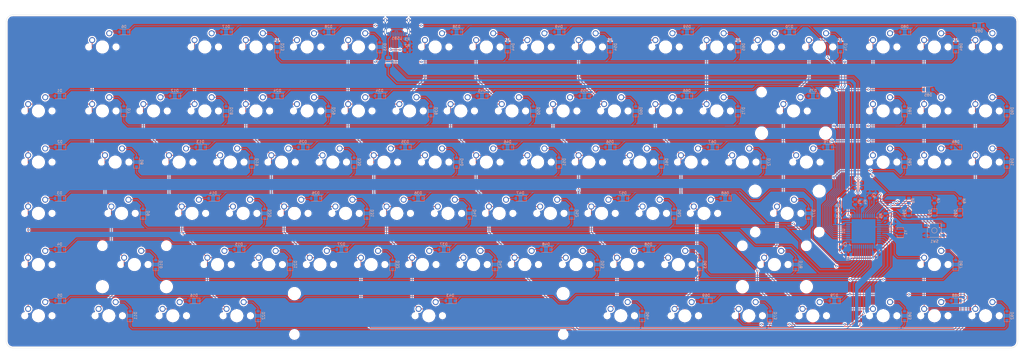
<source format=kicad_pcb>
(kicad_pcb (version 20171130) (host pcbnew "(5.1.4)-1")
  (layers (0 F.Cu signal) (31 B.Cu signal) (34 B.Paste user hide) (35 F.Paste user) (36 B.SilkS user) (37 F.SilkS user) (38 B.Mask user) (39 F.Mask user) (44 Edge.Cuts user))
  (net 0 "")
  (net 1 GND)
  (net 2 +5V)
  (net 3 "Net-(D1-Pad2)")
  (net 4 ROW1)
  (net 5 "Net-(D2-Pad2)")
  (net 6 "Net-(D3-Pad2)")
  (net 7 ROW0)
  (net 8 "Net-(D4-Pad2)")
  (net 9 "Net-(D5-Pad2)")
  (net 10 "Net-(D6-Pad2)")
  (net 11 "Net-(D7-Pad2)")
  (net 12 "Net-(D8-Pad2)")
  (net 13 "Net-(D9-Pad2)")
  (net 14 "Net-(D10-Pad2)")
  (net 15 "Net-(D11-Pad2)")
  (net 16 "Net-(D12-Pad2)")
  (net 17 "Net-(D13-Pad2)")
  (net 18 "Net-(D14-Pad2)")
  (net 19 "Net-(D15-Pad2)")
  (net 20 "Net-(D16-Pad2)")
  (net 21 "Net-(D17-Pad2)")
  (net 22 ROW2)
  (net 23 "Net-(D18-Pad2)")
  (net 24 ROW3)
  (net 25 "Net-(D19-Pad2)")
  (net 26 "Net-(D20-Pad2)")
  (net 27 "Net-(D21-Pad2)")
  (net 28 "Net-(D22-Pad2)")
  (net 29 "Net-(D23-Pad2)")
  (net 30 "Net-(D24-Pad2)")
  (net 31 "Net-(D25-Pad2)")
  (net 32 "Net-(D26-Pad2)")
  (net 33 "Net-(D27-Pad2)")
  (net 34 "Net-(D28-Pad2)")
  (net 35 "Net-(D29-Pad2)")
  (net 36 "Net-(D30-Pad2)")
  (net 37 "Net-(D31-Pad2)")
  (net 38 "Net-(D32-Pad2)")
  (net 39 "Net-(D33-Pad2)")
  (net 40 "Net-(D34-Pad2)")
  (net 41 "Net-(D35-Pad2)")
  (net 42 ROW4)
  (net 43 "Net-(D36-Pad2)")
  (net 44 ROW5)
  (net 45 "Net-(D37-Pad2)")
  (net 46 "Net-(D38-Pad2)")
  (net 47 "Net-(D39-Pad2)")
  (net 48 "Net-(D40-Pad2)")
  (net 49 "Net-(D41-Pad2)")
  (net 50 "Net-(D42-Pad2)")
  (net 51 "Net-(D43-Pad2)")
  (net 52 "Net-(D44-Pad2)")
  (net 53 "Net-(D45-Pad2)")
  (net 54 "Net-(D46-Pad2)")
  (net 55 "Net-(D47-Pad2)")
  (net 56 "Net-(D48-Pad2)")
  (net 57 "Net-(D49-Pad2)")
  (net 58 "Net-(D50-Pad2)")
  (net 59 "Net-(D51-Pad2)")
  (net 60 "Net-(D52-Pad2)")
  (net 61 "Net-(D53-Pad2)")
  (net 62 ROW6)
  (net 63 "Net-(D54-Pad2)")
  (net 64 ROW7)
  (net 65 "Net-(D55-Pad2)")
  (net 66 "Net-(D56-Pad2)")
  (net 67 "Net-(D57-Pad2)")
  (net 68 "Net-(D58-Pad2)")
  (net 69 "Net-(D59-Pad2)")
  (net 70 "Net-(D60-Pad2)")
  (net 71 "Net-(D61-Pad2)")
  (net 72 "Net-(D62-Pad2)")
  (net 73 "Net-(D63-Pad2)")
  (net 74 "Net-(D64-Pad2)")
  (net 75 "Net-(D65-Pad2)")
  (net 76 "Net-(D66-Pad2)")
  (net 77 "Net-(D67-Pad2)")
  (net 78 ROW8)
  (net 79 "Net-(D68-Pad2)")
  (net 80 ROW9)
  (net 81 "Net-(D69-Pad2)")
  (net 82 "Net-(D70-Pad2)")
  (net 83 "Net-(D71-Pad2)")
  (net 84 "Net-(D72-Pad2)")
  (net 85 "Net-(D73-Pad2)")
  (net 86 "Net-(D74-Pad2)")
  (net 87 "Net-(D75-Pad2)")
  (net 88 "Net-(D76-Pad2)")
  (net 89 "Net-(D77-Pad2)")
  (net 90 "Net-(D78-Pad2)")
  (net 91 "Net-(D79-Pad2)")
  (net 92 "Net-(D80-Pad2)")
  (net 93 "Net-(D81-Pad2)")
  (net 94 ROW10)
  (net 95 "Net-(D82-Pad2)")
  (net 96 ROW11)
  (net 97 "Net-(D83-Pad2)")
  (net 98 "Net-(D84-Pad2)")
  (net 99 "Net-(D85-Pad2)")
  (net 100 "Net-(D86-Pad2)")
  (net 101 "Net-(D87-Pad2)")
  (net 102 "Net-(D88-Pad2)")
  (net 103 "Net-(D89-Pad2)")
  (net 104 "Net-(D90-Pad2)")
  (net 105 "Net-(D91-Pad2)")
  (net 106 "Net-(D92-Pad2)")
  (net 107 VCC)
  (net 108 COL5)
  (net 109 COL1)
  (net 110 COL2)
  (net 111 COL3)
  (net 112 COL4)
  (net 113 COL7)
  (net 114 COL0)
  (net 115 COL8)
  (net 116 COL6)
  (net 117 D+)
  (net 118 D-)
  (net 119 "Net-(R5-Pad2)")
  (net 120 "Net-(R6-Pad2)")
  (net 121 "Net-(U1-Pad42)")
  (net 122 "Net-(USB1-Pad3)")
  (net 123 "Net-(USB1-Pad9)")
  (net 124 "Net-(U2-Pad6)")
  (net 125 "Net-(U2-Pad1)")
  (net 126 "Net-(C6-Pad1)")
  (net 127 "Net-(R1-Pad1)")
  (net 128 "Net-(R2-Pad2)")
  (net 129 "Net-(R3-Pad2)")
  (net 130 "Net-(R4-Pad1)")
  (net 131 XTAL2)
  (net 132 XTAL1)
  (net 133 "Net-(U1-Pad18)")
  (net 134 "Net-(D93-Pad1)")
  (net 135 "Net-(D94-Pad1)")
  (net 136 "Net-(D95-Pad1)")
  (net 137 "Net-(R7-Pad2)")
  (net 138 "Net-(R8-Pad2)")
  (net 139 "Net-(R9-Pad2)")
  (module Resistor_SMD:R_0805_2012Metric (layer B.Cu) (at 407.9875 201.75625 90)
    (fp_text reference R9 (at 0 1.65 90) (layer B.SilkS) (effects (justify mirror)))
    (fp_text value R_Small)
    (pad 2 smd roundrect (at 0.9375 0 90) (size 0.975 1.4) (layers B.Cu B.Paste B.Mask) (net 139 "Net-(R9-Pad2)"))
    (pad 1 smd roundrect (at -0.9375 0 90) (size 0.975 1.4) (layers B.Cu B.Paste B.Mask) (net 136 "Net-(D95-Pad1)"))
  )
  (module Resistor_SMD:R_0805_2012Metric (layer B.Cu) (at 388.9375 201.6125 90)
    (fp_text reference R8 (at 0 1.65 90) (layer B.SilkS) (effects (justify mirror)))
    (fp_text value R_Small)
    (pad 2 smd roundrect (at 0.9375 0 90) (size 0.975 1.4) (layers B.Cu B.Paste B.Mask) (net 138 "Net-(R8-Pad2)"))
    (pad 1 smd roundrect (at -0.9375 0 90) (size 0.975 1.4) (layers B.Cu B.Paste B.Mask) (net 135 "Net-(D94-Pad1)"))
  )
  (module Resistor_SMD:R_0805_2012Metric (layer B.Cu) (at 398.4625 201.6125 90)
    (fp_text reference R7 (at 0 1.65 90) (layer B.SilkS) (effects (justify mirror)))
    (fp_text value R_Small)
    (pad 2 smd roundrect (at 0.9375 0 90) (size 0.975 1.4) (layers B.Cu B.Paste B.Mask) (net 137 "Net-(R7-Pad2)"))
    (pad 1 smd roundrect (at -0.9375 0 90) (size 0.975 1.4) (layers B.Cu B.Paste B.Mask) (net 134 "Net-(D93-Pad1)"))
  )
  (module LED_SMD:LED_0805_2012Metric (layer B.Cu) (at 407.9875 206.375 270)
    (fp_text reference D95 (at 0 1.65 270) (layer B.SilkS) (effects (justify mirror)))
    (fp_text value LED)
    (pad 2 smd roundrect (at 0.9375 0 270) (size 0.975 1.4) (layers B.Cu B.Paste B.Mask) (net 2 +5V))
    (pad 1 smd roundrect (at -0.9375 0 270) (size 0.975 1.4) (layers B.Cu B.Paste B.Mask) (net 136 "Net-(D95-Pad1)"))
  )
  (module LED_SMD:LED_0805_2012Metric (layer B.Cu) (at 388.9375 206.375 270)
    (fp_text reference D94 (at 0 1.65 270) (layer B.SilkS) (effects (justify mirror)))
    (fp_text value LED)
    (pad 2 smd roundrect (at 0.9375 0 270) (size 0.975 1.4) (layers B.Cu B.Paste B.Mask) (net 2 +5V))
    (pad 1 smd roundrect (at -0.9375 0 270) (size 0.975 1.4) (layers B.Cu B.Paste B.Mask) (net 135 "Net-(D94-Pad1)"))
  )
  (module LED_SMD:LED_0805_2012Metric (layer B.Cu) (at 398.4625 206.375 270)
    (fp_text reference D93 (at 0 1.65 90) (layer B.SilkS) (effects (justify mirror)))
    (fp_text value LED)
    (pad 2 smd roundrect (at 0.9375 0 270) (size 0.975 1.4) (layers B.Cu B.Paste B.Mask) (net 2 +5V))
    (pad 1 smd roundrect (at -0.9375 0 270) (size 0.975 1.4) (layers B.Cu B.Paste B.Mask) (net 134 "Net-(D93-Pad1)"))
  )
  (module MX_Only:MXOnly-1.5U-NoLED (layer F.Cu) (at 93.6625 187.325)
    (fp_text reference MX8)
    (fp_text value KC_TAB)
    (pad 2 thru_hole circle (at 2.54 -5.08) (size 2.25 2.25) (drill 1.47) (layers *.Cu B.Mask) (net 12 "Net-(D8-Pad2)"))
    (pad "" np_thru_hole circle (at 0 0) (size 3.9878 3.9878) (drill 3.9878) (layers *.Cu *.Mask))
    (pad 1 thru_hole circle (at -3.81 -2.54) (size 2.25 2.25) (drill 1.47) (layers *.Cu B.Mask) (net 114 COL0))
    (pad "" np_thru_hole circle (at -5.08 0 48.0996) (size 1.75 1.75) (drill 1.75) (layers *.Cu *.Mask))
    (pad "" np_thru_hole circle (at 5.08 0 48.0996) (size 1.75 1.75) (drill 1.75) (layers *.Cu *.Mask))
  )
  (module MX_Only:MXOnly-1.75U-NoLED (layer F.Cu) (at 96.04375 206.375)
    (fp_text reference MX9)
    (fp_text value KC_CAPS)
    (pad 2 thru_hole circle (at 2.54 -5.08) (size 2.25 2.25) (drill 1.47) (layers *.Cu B.Mask) (net 13 "Net-(D9-Pad2)"))
    (pad "" np_thru_hole circle (at 0 0) (size 3.9878 3.9878) (drill 3.9878) (layers *.Cu *.Mask))
    (pad 1 thru_hole circle (at -3.81 -2.54) (size 2.25 2.25) (drill 1.47) (layers *.Cu B.Mask) (net 114 COL0))
    (pad "" np_thru_hole circle (at -5.08 0 48.0996) (size 1.75 1.75) (drill 1.75) (layers *.Cu *.Mask))
    (pad "" np_thru_hole circle (at 5.08 0 48.0996) (size 1.75 1.75) (drill 1.75) (layers *.Cu *.Mask))
  )
  (module MX_Only:MXOnly-2.25U-NoLED (layer F.Cu) (at 100.80625 225.425)
    (fp_text reference MX10)
    (fp_text value KC_LSHIFT)
    (pad 2 thru_hole circle (at 2.54 -5.08) (size 2.25 2.25) (drill 1.47) (layers *.Cu B.Mask) (net 14 "Net-(D10-Pad2)"))
    (pad "" np_thru_hole circle (at 0 0) (size 3.9878 3.9878) (drill 3.9878) (layers *.Cu *.Mask))
    (pad 1 thru_hole circle (at -3.81 -2.54) (size 2.25 2.25) (drill 1.47) (layers *.Cu B.Mask) (net 114 COL0))
    (pad "" np_thru_hole circle (at -5.08 0 48.0996) (size 1.75 1.75) (drill 1.75) (layers *.Cu *.Mask))
    (pad "" np_thru_hole circle (at 5.08 0 48.0996) (size 1.75 1.75) (drill 1.75) (layers *.Cu *.Mask))
    (pad "" np_thru_hole circle (at -11.90625 -6.985) (size 3.048 3.048) (drill 3.048) (layers *.Cu *.Mask))
    (pad "" np_thru_hole circle (at 11.90625 -6.985) (size 3.048 3.048) (drill 3.048) (layers *.Cu *.Mask))
    (pad "" np_thru_hole circle (at -11.90625 8.255) (size 3.9878 3.9878) (drill 3.9878) (layers *.Cu *.Mask))
    (pad "" np_thru_hole circle (at 11.90625 8.255) (size 3.9878 3.9878) (drill 3.9878) (layers *.Cu *.Mask))
  )
  (module MX_Only:MXOnly-1.25U-NoLED (layer F.Cu) (at 91.28125 244.475)
    (fp_text reference MX11)
    (fp_text value KC_LCTRL)
    (pad 2 thru_hole circle (at 2.54 -5.08) (size 2.25 2.25) (drill 1.47) (layers *.Cu B.Mask) (net 15 "Net-(D11-Pad2)"))
    (pad "" np_thru_hole circle (at 0 0) (size 3.9878 3.9878) (drill 3.9878) (layers *.Cu *.Mask))
    (pad 1 thru_hole circle (at -3.81 -2.54) (size 2.25 2.25) (drill 1.47) (layers *.Cu B.Mask) (net 114 COL0))
    (pad "" np_thru_hole circle (at -5.08 0 48.0996) (size 1.75 1.75) (drill 1.75) (layers *.Cu *.Mask))
    (pad "" np_thru_hole circle (at 5.08 0 48.0996) (size 1.75 1.75) (drill 1.75) (layers *.Cu *.Mask))
  )
  (module MX_Only:MXOnly-1.25U-NoLED (layer F.Cu) (at 115.09375 244.475)
    (fp_text reference MX16)
    (fp_text value KC_LGUI)
    (pad 2 thru_hole circle (at 2.54 -5.08) (size 2.25 2.25) (drill 1.47) (layers *.Cu B.Mask) (net 20 "Net-(D16-Pad2)"))
    (pad "" np_thru_hole circle (at 0 0) (size 3.9878 3.9878) (drill 3.9878) (layers *.Cu *.Mask))
    (pad 1 thru_hole circle (at -3.81 -2.54) (size 2.25 2.25) (drill 1.47) (layers *.Cu B.Mask) (net 109 COL1))
    (pad "" np_thru_hole circle (at -5.08 0 48.0996) (size 1.75 1.75) (drill 1.75) (layers *.Cu *.Mask))
    (pad "" np_thru_hole circle (at 5.08 0 48.0996) (size 1.75 1.75) (drill 1.75) (layers *.Cu *.Mask))
  )
  (module MX_Only:MXOnly-1.25U-NoLED (layer F.Cu) (at 138.90625 244.475)
    (fp_text reference MX22)
    (fp_text value KC_LALT)
    (pad 2 thru_hole circle (at 2.54 -5.08) (size 2.25 2.25) (drill 1.47) (layers *.Cu B.Mask) (net 28 "Net-(D22-Pad2)"))
    (pad "" np_thru_hole circle (at 0 0) (size 3.9878 3.9878) (drill 3.9878) (layers *.Cu *.Mask))
    (pad 1 thru_hole circle (at -3.81 -2.54) (size 2.25 2.25) (drill 1.47) (layers *.Cu B.Mask) (net 109 COL1))
    (pad "" np_thru_hole circle (at -5.08 0 48.0996) (size 1.75 1.75) (drill 1.75) (layers *.Cu *.Mask))
    (pad "" np_thru_hole circle (at 5.08 0 48.0996) (size 1.75 1.75) (drill 1.75) (layers *.Cu *.Mask))
  )
  (module MX_Only:MXOnly-1U-NoLED (layer F.Cu) (at 179.3875 206.375)
    (fp_text reference MX31)
    (fp_text value KC_F)
    (pad 2 thru_hole circle (at 2.54 -5.08) (size 2.25 2.25) (drill 1.47) (layers *.Cu B.Mask) (net 37 "Net-(D31-Pad2)"))
    (pad "" np_thru_hole circle (at 0 0) (size 3.9878 3.9878) (drill 3.9878) (layers *.Cu *.Mask))
    (pad 1 thru_hole circle (at -3.81 -2.54) (size 2.25 2.25) (drill 1.47) (layers *.Cu B.Mask) (net 110 COL2))
    (pad "" np_thru_hole circle (at -5.08 0 48.0996) (size 1.75 1.75) (drill 1.75) (layers *.Cu *.Mask))
    (pad "" np_thru_hole circle (at 5.08 0 48.0996) (size 1.75 1.75) (drill 1.75) (layers *.Cu *.Mask))
  )
  (module MX_Only:MXOnly-1U-NoLED (layer F.Cu) (at 198.4375 206.375)
    (fp_text reference MX36)
    (fp_text value KC_G)
    (pad 2 thru_hole circle (at 2.54 -5.08) (size 2.25 2.25) (drill 1.47) (layers *.Cu B.Mask) (net 43 "Net-(D36-Pad2)"))
    (pad "" np_thru_hole circle (at 0 0) (size 3.9878 3.9878) (drill 3.9878) (layers *.Cu *.Mask))
    (pad 1 thru_hole circle (at -3.81 -2.54) (size 2.25 2.25) (drill 1.47) (layers *.Cu B.Mask) (net 111 COL3))
    (pad "" np_thru_hole circle (at -5.08 0 48.0996) (size 1.75 1.75) (drill 1.75) (layers *.Cu *.Mask))
    (pad "" np_thru_hole circle (at 5.08 0 48.0996) (size 1.75 1.75) (drill 1.75) (layers *.Cu *.Mask))
  )
  (module MX_Only:MXOnly-6.25U-ReversedStabilizers-NoLED (layer F.Cu) (at 210.34375 244.475)
    (fp_text reference MX43)
    (fp_text value KC_SPACE)
    (pad 2 thru_hole circle (at 2.54 -5.08) (size 2.25 2.25) (drill 1.47) (layers *.Cu B.Mask) (net 51 "Net-(D43-Pad2)"))
    (pad "" np_thru_hole circle (at 0 0) (size 3.9878 3.9878) (drill 3.9878) (layers *.Cu *.Mask))
    (pad 1 thru_hole circle (at -3.81 -2.54) (size 2.25 2.25) (drill 1.47) (layers *.Cu B.Mask) (net 111 COL3))
    (pad "" np_thru_hole circle (at -5.08 0 48.0996) (size 1.75 1.75) (drill 1.75) (layers *.Cu *.Mask))
    (pad "" np_thru_hole circle (at 5.08 0 48.0996) (size 1.75 1.75) (drill 1.75) (layers *.Cu *.Mask))
    (pad "" np_thru_hole circle (at -49.9999 6.985) (size 3.048 3.048) (drill 3.048) (layers *.Cu *.Mask))
    (pad "" np_thru_hole circle (at 49.9999 6.985) (size 3.048 3.048) (drill 3.048) (layers *.Cu *.Mask))
    (pad "" np_thru_hole circle (at -49.9999 -8.255) (size 3.9878 3.9878) (drill 3.9878) (layers *.Cu *.Mask))
    (pad "" np_thru_hole circle (at 49.9999 -8.255) (size 3.9878 3.9878) (drill 3.9878) (layers *.Cu *.Mask))
  )
  (module MX_Only:MXOnly-1U-NoLED (layer F.Cu) (at 250.825 144.4625)
    (fp_text reference MX49)
    (fp_text value KC_F7)
    (pad 2 thru_hole circle (at 2.54 -5.08) (size 2.25 2.25) (drill 1.47) (layers *.Cu B.Mask) (net 57 "Net-(D49-Pad2)"))
    (pad "" np_thru_hole circle (at 0 0) (size 3.9878 3.9878) (drill 3.9878) (layers *.Cu *.Mask))
    (pad 1 thru_hole circle (at -3.81 -2.54) (size 2.25 2.25) (drill 1.47) (layers *.Cu B.Mask) (net 112 COL4))
    (pad "" np_thru_hole circle (at -5.08 0 48.0996) (size 1.75 1.75) (drill 1.75) (layers *.Cu *.Mask))
    (pad "" np_thru_hole circle (at 5.08 0 48.0996) (size 1.75 1.75) (drill 1.75) (layers *.Cu *.Mask))
  )
  (module MX_Only:MXOnly-1U-NoLED (layer F.Cu) (at 269.875 144.4625)
    (fp_text reference MX54)
    (fp_text value KC_F8)
    (pad 2 thru_hole circle (at 2.54 -5.08) (size 2.25 2.25) (drill 1.47) (layers *.Cu B.Mask) (net 63 "Net-(D54-Pad2)"))
    (pad "" np_thru_hole circle (at 0 0) (size 3.9878 3.9878) (drill 3.9878) (layers *.Cu *.Mask))
    (pad 1 thru_hole circle (at -3.81 -2.54) (size 2.25 2.25) (drill 1.47) (layers *.Cu B.Mask) (net 108 COL5))
    (pad "" np_thru_hole circle (at -5.08 0 48.0996) (size 1.75 1.75) (drill 1.75) (layers *.Cu *.Mask))
    (pad "" np_thru_hole circle (at 5.08 0 48.0996) (size 1.75 1.75) (drill 1.75) (layers *.Cu *.Mask))
  )
  (module MX_Only:MXOnly-1.25U-NoLED (layer F.Cu) (at 281.78125 244.475)
    (fp_text reference MX64)
    (fp_text value MX_RALT)
    (pad 2 thru_hole circle (at 2.54 -5.08) (size 2.25 2.25) (drill 1.47) (layers *.Cu B.Mask) (net 74 "Net-(D64-Pad2)"))
    (pad "" np_thru_hole circle (at 0 0) (size 3.9878 3.9878) (drill 3.9878) (layers *.Cu *.Mask))
    (pad 1 thru_hole circle (at -3.81 -2.54) (size 2.25 2.25) (drill 1.47) (layers *.Cu B.Mask) (net 108 COL5))
    (pad "" np_thru_hole circle (at -5.08 0 48.0996) (size 1.75 1.75) (drill 1.75) (layers *.Cu *.Mask))
    (pad "" np_thru_hole circle (at 5.08 0 48.0996) (size 1.75 1.75) (drill 1.75) (layers *.Cu *.Mask))
  )
  (module MX_Only:MXOnly-1U-NoLED (layer F.Cu) (at 298.45 168.275)
    (fp_text reference MX66)
    (fp_text value KC_MINUS)
    (pad 2 thru_hole circle (at 2.54 -5.08) (size 2.25 2.25) (drill 1.47) (layers *.Cu B.Mask) (net 76 "Net-(D66-Pad2)"))
    (pad "" np_thru_hole circle (at 0 0) (size 3.9878 3.9878) (drill 3.9878) (layers *.Cu *.Mask))
    (pad 1 thru_hole circle (at -3.81 -2.54) (size 2.25 2.25) (drill 1.47) (layers *.Cu B.Mask) (net 116 COL6))
    (pad "" np_thru_hole circle (at -5.08 0 48.0996) (size 1.75 1.75) (drill 1.75) (layers *.Cu *.Mask))
    (pad "" np_thru_hole circle (at 5.08 0 48.0996) (size 1.75 1.75) (drill 1.75) (layers *.Cu *.Mask))
  )
  (module MX_Only:MXOnly-1U-NoLED (layer F.Cu) (at 312.7375 206.375)
    (fp_text reference MX68)
    (fp_text value KC_QUOTE)
    (pad 2 thru_hole circle (at 2.54 -5.08) (size 2.25 2.25) (drill 1.47) (layers *.Cu B.Mask) (net 79 "Net-(D68-Pad2)"))
    (pad "" np_thru_hole circle (at 0 0) (size 3.9878 3.9878) (drill 3.9878) (layers *.Cu *.Mask))
    (pad 1 thru_hole circle (at -3.81 -2.54) (size 2.25 2.25) (drill 1.47) (layers *.Cu B.Mask) (net 116 COL6))
    (pad "" np_thru_hole circle (at -5.08 0 48.0996) (size 1.75 1.75) (drill 1.75) (layers *.Cu *.Mask))
    (pad "" np_thru_hole circle (at 5.08 0 48.0996) (size 1.75 1.75) (drill 1.75) (layers *.Cu *.Mask))
  )
  (module MX_Only:MXOnly-1.25U-NoLED (layer F.Cu) (at 305.59375 244.475)
    (fp_text reference MX69)
    (fp_text value KC_RGUI)
    (pad 2 thru_hole circle (at 2.54 -5.08) (size 2.25 2.25) (drill 1.47) (layers *.Cu B.Mask) (net 81 "Net-(D69-Pad2)"))
    (pad "" np_thru_hole circle (at 0 0) (size 3.9878 3.9878) (drill 3.9878) (layers *.Cu *.Mask))
    (pad 1 thru_hole circle (at -3.81 -2.54) (size 2.25 2.25) (drill 1.47) (layers *.Cu B.Mask) (net 116 COL6))
    (pad "" np_thru_hole circle (at -5.08 0 48.0996) (size 1.75 1.75) (drill 1.75) (layers *.Cu *.Mask))
    (pad "" np_thru_hole circle (at 5.08 0 48.0996) (size 1.75 1.75) (drill 1.75) (layers *.Cu *.Mask))
  )
  (module MX_Only:MXOnly-1.25U-NoLED (layer F.Cu) (at 329.40625 244.475)
    (fp_text reference MX73)
    (fp_text value KC_MENU)
    (pad 2 thru_hole circle (at 2.54 -5.08) (size 2.25 2.25) (drill 1.47) (layers *.Cu B.Mask) (net 85 "Net-(D73-Pad2)"))
    (pad "" np_thru_hole circle (at 0 0) (size 3.9878 3.9878) (drill 3.9878) (layers *.Cu *.Mask))
    (pad 1 thru_hole circle (at -3.81 -2.54) (size 2.25 2.25) (drill 1.47) (layers *.Cu B.Mask) (net 116 COL6))
    (pad "" np_thru_hole circle (at -5.08 0 48.0996) (size 1.75 1.75) (drill 1.75) (layers *.Cu *.Mask))
    (pad "" np_thru_hole circle (at 5.08 0 48.0996) (size 1.75 1.75) (drill 1.75) (layers *.Cu *.Mask))
  )
  (module MX_Only:MXOnly-2U-NoLED (layer F.Cu) (at 346.075 168.275)
    (fp_text reference MX75)
    (fp_text value KC_BSPACE)
    (pad 2 thru_hole circle (at 2.54 -5.08) (size 2.25 2.25) (drill 1.47) (layers *.Cu B.Mask) (net 87 "Net-(D75-Pad2)"))
    (pad "" np_thru_hole circle (at 0 0) (size 3.9878 3.9878) (drill 3.9878) (layers *.Cu *.Mask))
    (pad 1 thru_hole circle (at -3.81 -2.54) (size 2.25 2.25) (drill 1.47) (layers *.Cu B.Mask) (net 113 COL7))
    (pad "" np_thru_hole circle (at -5.08 0 48.0996) (size 1.75 1.75) (drill 1.75) (layers *.Cu *.Mask))
    (pad "" np_thru_hole circle (at 5.08 0 48.0996) (size 1.75 1.75) (drill 1.75) (layers *.Cu *.Mask))
    (pad "" np_thru_hole circle (at -11.90625 -6.985) (size 3.048 3.048) (drill 3.048) (layers *.Cu *.Mask))
    (pad "" np_thru_hole circle (at 11.90625 -6.985) (size 3.048 3.048) (drill 3.048) (layers *.Cu *.Mask))
    (pad "" np_thru_hole circle (at -11.90625 8.255) (size 3.9878 3.9878) (drill 3.9878) (layers *.Cu *.Mask))
    (pad "" np_thru_hole circle (at 11.90625 8.255) (size 3.9878 3.9878) (drill 3.9878) (layers *.Cu *.Mask))
  )
  (module MX_Only:MXOnly-1.5U-NoLED (layer F.Cu) (at 350.8375 187.325)
    (fp_text reference MX76)
    (fp_text value KC-BSLASH)
    (pad 2 thru_hole circle (at 2.54 -5.08) (size 2.25 2.25) (drill 1.47) (layers *.Cu B.Mask) (net 88 "Net-(D76-Pad2)"))
    (pad "" np_thru_hole circle (at 0 0) (size 3.9878 3.9878) (drill 3.9878) (layers *.Cu *.Mask))
    (pad 1 thru_hole circle (at -3.81 -2.54) (size 2.25 2.25) (drill 1.47) (layers *.Cu B.Mask) (net 113 COL7))
    (pad "" np_thru_hole circle (at -5.08 0 48.0996) (size 1.75 1.75) (drill 1.75) (layers *.Cu *.Mask))
    (pad "" np_thru_hole circle (at 5.08 0 48.0996) (size 1.75 1.75) (drill 1.75) (layers *.Cu *.Mask))
  )
  (module MX_Only:MXOnly-2.25U-ReversedStabilizers-NoLED (layer F.Cu) (at 343.69375 206.375)
    (fp_text reference MX77)
    (fp_text value KC_ENTER)
    (pad 2 thru_hole circle (at 2.54 -5.08) (size 2.25 2.25) (drill 1.47) (layers *.Cu B.Mask) (net 89 "Net-(D77-Pad2)"))
    (pad "" np_thru_hole circle (at 0 0) (size 3.9878 3.9878) (drill 3.9878) (layers *.Cu *.Mask))
    (pad 1 thru_hole circle (at -3.81 -2.54) (size 2.25 2.25) (drill 1.47) (layers *.Cu B.Mask) (net 113 COL7))
    (pad "" np_thru_hole circle (at -5.08 0 48.0996) (size 1.75 1.75) (drill 1.75) (layers *.Cu *.Mask))
    (pad "" np_thru_hole circle (at 5.08 0 48.0996) (size 1.75 1.75) (drill 1.75) (layers *.Cu *.Mask))
    (pad "" np_thru_hole circle (at -11.90625 6.985) (size 3.048 3.048) (drill 3.048) (layers *.Cu *.Mask))
    (pad "" np_thru_hole circle (at 11.90625 6.985) (size 3.048 3.048) (drill 3.048) (layers *.Cu *.Mask))
    (pad "" np_thru_hole circle (at -11.90625 -8.255) (size 3.9878 3.9878) (drill 3.9878) (layers *.Cu *.Mask))
    (pad "" np_thru_hole circle (at 11.90625 -8.255) (size 3.9878 3.9878) (drill 3.9878) (layers *.Cu *.Mask))
  )
  (module MX_Only:MXOnly-2.75U-NoLED (layer F.Cu) (at 338.93125 225.425)
    (fp_text reference MX78)
    (fp_text value KC_RSHIFT)
    (pad 2 thru_hole circle (at 2.54 -5.08) (size 2.25 2.25) (drill 1.47) (layers *.Cu B.Mask) (net 90 "Net-(D78-Pad2)"))
    (pad "" np_thru_hole circle (at 0 0) (size 3.9878 3.9878) (drill 3.9878) (layers *.Cu *.Mask))
    (pad 1 thru_hole circle (at -3.81 -2.54) (size 2.25 2.25) (drill 1.47) (layers *.Cu B.Mask) (net 113 COL7))
    (pad "" np_thru_hole circle (at -5.08 0 48.0996) (size 1.75 1.75) (drill 1.75) (layers *.Cu *.Mask))
    (pad "" np_thru_hole circle (at 5.08 0 48.0996) (size 1.75 1.75) (drill 1.75) (layers *.Cu *.Mask))
    (pad "" np_thru_hole circle (at -11.90625 -6.985) (size 3.048 3.048) (drill 3.048) (layers *.Cu *.Mask))
    (pad "" np_thru_hole circle (at 11.90625 -6.985) (size 3.048 3.048) (drill 3.048) (layers *.Cu *.Mask))
    (pad "" np_thru_hole circle (at -11.90625 8.255) (size 3.9878 3.9878) (drill 3.9878) (layers *.Cu *.Mask))
    (pad "" np_thru_hole circle (at 11.90625 8.255) (size 3.9878 3.9878) (drill 3.9878) (layers *.Cu *.Mask))
  )
  (module MX_Only:MXOnly-1.25U-NoLED (layer F.Cu) (at 353.21875 244.475)
    (fp_text reference MX79)
    (fp_text value KC_RCTRL)
    (pad 2 thru_hole circle (at 2.54 -5.08) (size 2.25 2.25) (drill 1.47) (layers *.Cu B.Mask) (net 91 "Net-(D79-Pad2)"))
    (pad "" np_thru_hole circle (at 0 0) (size 3.9878 3.9878) (drill 3.9878) (layers *.Cu *.Mask))
    (pad 1 thru_hole circle (at -3.81 -2.54) (size 2.25 2.25) (drill 1.47) (layers *.Cu B.Mask) (net 113 COL7))
    (pad "" np_thru_hole circle (at -5.08 0 48.0996) (size 1.75 1.75) (drill 1.75) (layers *.Cu *.Mask))
    (pad "" np_thru_hole circle (at 5.08 0 48.0996) (size 1.75 1.75) (drill 1.75) (layers *.Cu *.Mask))
  )
  (module MX_Only:MXOnly-1U-NoLED (layer F.Cu) (at 379.4125 187.325)
    (fp_text reference MX82)
    (fp_text value KC_DELETE)
    (pad 2 thru_hole circle (at 2.54 -5.08) (size 2.25 2.25) (drill 1.47) (layers *.Cu B.Mask) (net 95 "Net-(D82-Pad2)"))
    (pad "" np_thru_hole circle (at 0 0) (size 3.9878 3.9878) (drill 3.9878) (layers *.Cu *.Mask))
    (pad 1 thru_hole circle (at -3.81 -2.54) (size 2.25 2.25) (drill 1.47) (layers *.Cu B.Mask) (net 113 COL7))
    (pad "" np_thru_hole circle (at -5.08 0 48.0996) (size 1.75 1.75) (drill 1.75) (layers *.Cu *.Mask))
    (pad "" np_thru_hole circle (at 5.08 0 48.0996) (size 1.75 1.75) (drill 1.75) (layers *.Cu *.Mask))
  )
  (module MX_Only:MXOnly-1U-NoLED (layer F.Cu) (at 379.4125 244.475)
    (fp_text reference MX83)
    (fp_text value KC_LEFT)
    (pad 2 thru_hole circle (at 2.54 -5.08) (size 2.25 2.25) (drill 1.47) (layers *.Cu B.Mask) (net 97 "Net-(D83-Pad2)"))
    (pad "" np_thru_hole circle (at 0 0) (size 3.9878 3.9878) (drill 3.9878) (layers *.Cu *.Mask))
    (pad 1 thru_hole circle (at -3.81 -2.54) (size 2.25 2.25) (drill 1.47) (layers *.Cu B.Mask) (net 113 COL7))
    (pad "" np_thru_hole circle (at -5.08 0 48.0996) (size 1.75 1.75) (drill 1.75) (layers *.Cu *.Mask))
    (pad "" np_thru_hole circle (at 5.08 0 48.0996) (size 1.75 1.75) (drill 1.75) (layers *.Cu *.Mask))
  )
  (module MX_Only:MXOnly-1U-NoLED (layer F.Cu) (at 398.4625 144.4625)
    (fp_text reference MX84)
    (fp_text value KC_SCROLLLOCK)
    (pad 2 thru_hole circle (at 2.54 -5.08) (size 2.25 2.25) (drill 1.47) (layers *.Cu B.Mask) (net 98 "Net-(D84-Pad2)"))
    (pad "" np_thru_hole circle (at 0 0) (size 3.9878 3.9878) (drill 3.9878) (layers *.Cu *.Mask))
    (pad 1 thru_hole circle (at -3.81 -2.54) (size 2.25 2.25) (drill 1.47) (layers *.Cu B.Mask) (net 115 COL8))
    (pad "" np_thru_hole circle (at -5.08 0 48.0996) (size 1.75 1.75) (drill 1.75) (layers *.Cu *.Mask))
    (pad "" np_thru_hole circle (at 5.08 0 48.0996) (size 1.75 1.75) (drill 1.75) (layers *.Cu *.Mask))
  )
  (module MX_Only:MXOnly-1U-NoLED (layer F.Cu) (at 398.4625 168.275)
    (fp_text reference MX85)
    (fp_text value KC_HOME)
    (pad 2 thru_hole circle (at 2.54 -5.08) (size 2.25 2.25) (drill 1.47) (layers *.Cu B.Mask) (net 99 "Net-(D85-Pad2)"))
    (pad "" np_thru_hole circle (at 0 0) (size 3.9878 3.9878) (drill 3.9878) (layers *.Cu *.Mask))
    (pad 1 thru_hole circle (at -3.81 -2.54) (size 2.25 2.25) (drill 1.47) (layers *.Cu B.Mask) (net 115 COL8))
    (pad "" np_thru_hole circle (at -5.08 0 48.0996) (size 1.75 1.75) (drill 1.75) (layers *.Cu *.Mask))
    (pad "" np_thru_hole circle (at 5.08 0 48.0996) (size 1.75 1.75) (drill 1.75) (layers *.Cu *.Mask))
  )
  (module MX_Only:MXOnly-1U-NoLED (layer F.Cu) (at 398.4625 187.325)
    (fp_text reference MX86)
    (fp_text value KC_END)
    (pad 2 thru_hole circle (at 2.54 -5.08) (size 2.25 2.25) (drill 1.47) (layers *.Cu B.Mask) (net 100 "Net-(D86-Pad2)"))
    (pad "" np_thru_hole circle (at 0 0) (size 3.9878 3.9878) (drill 3.9878) (layers *.Cu *.Mask))
    (pad 1 thru_hole circle (at -3.81 -2.54) (size 2.25 2.25) (drill 1.47) (layers *.Cu B.Mask) (net 115 COL8))
    (pad "" np_thru_hole circle (at -5.08 0 48.0996) (size 1.75 1.75) (drill 1.75) (layers *.Cu *.Mask))
    (pad "" np_thru_hole circle (at 5.08 0 48.0996) (size 1.75 1.75) (drill 1.75) (layers *.Cu *.Mask))
  )
  (module MX_Only:MXOnly-1U-NoLED (layer F.Cu) (at 398.4625 225.425)
    (fp_text reference MX87)
    (fp_text value KC_UP)
    (pad 2 thru_hole circle (at 2.54 -5.08) (size 2.25 2.25) (drill 1.47) (layers *.Cu B.Mask) (net 101 "Net-(D87-Pad2)"))
    (pad "" np_thru_hole circle (at 0 0) (size 3.9878 3.9878) (drill 3.9878) (layers *.Cu *.Mask))
    (pad 1 thru_hole circle (at -3.81 -2.54) (size 2.25 2.25) (drill 1.47) (layers *.Cu B.Mask) (net 115 COL8))
    (pad "" np_thru_hole circle (at -5.08 0 48.0996) (size 1.75 1.75) (drill 1.75) (layers *.Cu *.Mask))
    (pad "" np_thru_hole circle (at 5.08 0 48.0996) (size 1.75 1.75) (drill 1.75) (layers *.Cu *.Mask))
  )
  (module MX_Only:MXOnly-1U-NoLED (layer F.Cu) (at 398.4625 244.475)
    (fp_text reference MX88)
    (fp_text value KC_DOWN)
    (pad 2 thru_hole circle (at 2.54 -5.08) (size 2.25 2.25) (drill 1.47) (layers *.Cu B.Mask) (net 102 "Net-(D88-Pad2)"))
    (pad "" np_thru_hole circle (at 0 0) (size 3.9878 3.9878) (drill 3.9878) (layers *.Cu *.Mask))
    (pad 1 thru_hole circle (at -3.81 -2.54) (size 2.25 2.25) (drill 1.47) (layers *.Cu B.Mask) (net 115 COL8))
    (pad "" np_thru_hole circle (at -5.08 0 48.0996) (size 1.75 1.75) (drill 1.75) (layers *.Cu *.Mask))
    (pad "" np_thru_hole circle (at 5.08 0 48.0996) (size 1.75 1.75) (drill 1.75) (layers *.Cu *.Mask))
  )
  (module MX_Only:MXOnly-1U-NoLED (layer F.Cu) (at 417.5125 144.4625)
    (fp_text reference MX89)
    (fp_text value KC_PAUSE)
    (pad 2 thru_hole circle (at 2.54 -5.08) (size 2.25 2.25) (drill 1.47) (layers *.Cu B.Mask) (net 103 "Net-(D89-Pad2)"))
    (pad "" np_thru_hole circle (at 0 0) (size 3.9878 3.9878) (drill 3.9878) (layers *.Cu *.Mask))
    (pad 1 thru_hole circle (at -3.81 -2.54) (size 2.25 2.25) (drill 1.47) (layers *.Cu B.Mask) (net 115 COL8))
    (pad "" np_thru_hole circle (at -5.08 0 48.0996) (size 1.75 1.75) (drill 1.75) (layers *.Cu *.Mask))
    (pad "" np_thru_hole circle (at 5.08 0 48.0996) (size 1.75 1.75) (drill 1.75) (layers *.Cu *.Mask))
  )
  (module Crystal:Resonator_SMD_muRata_CSTxExxV-3Pin_3.0x1.1mm (layer B.Cu) (at 385.7625 213.487 90)
    (fp_text reference Y1 (at 0 2 90) (layer B.SilkS) (effects (justify mirror)))
    (fp_text value 16MHz)
    (pad 3 smd rect (at 1.2 0 90) (size 0.4 1.9) (layers B.Cu B.Paste B.Mask) (net 131 XTAL2))
    (pad 2 smd rect (at 0 0 90) (size 0.4 1.9) (layers B.Cu B.Paste B.Mask) (net 1 GND))
    (pad 1 smd rect (at -1.2 0 90) (size 0.4 1.9) (layers B.Cu B.Paste B.Mask) (net 132 XTAL1))
  )
  (module Type-C:HRO-TYPE-C-31-M-12 (layer B.Cu) (at 198.501 131.98475)
    (fp_text reference USB1 (at 0 9.25) (layer B.SilkS) (effects (justify mirror)))
    (fp_text value HRO-TYPE-C-31-M-12)
    (pad 12 smd rect (at 3.225 7.695) (size 0.6 1.45) (layers B.Cu B.Paste B.Mask) (net 1 GND))
    (pad 1 smd rect (at -3.225 7.695) (size 0.6 1.45) (layers B.Cu B.Paste B.Mask) (net 1 GND))
    (pad 11 smd rect (at 2.45 7.695) (size 0.6 1.45) (layers B.Cu B.Paste B.Mask) (net 107 VCC))
    (pad 2 smd rect (at -2.45 7.695) (size 0.6 1.45) (layers B.Cu B.Paste B.Mask) (net 107 VCC))
    (pad 3 smd rect (at -1.75 7.695) (size 0.3 1.45) (layers B.Cu B.Paste B.Mask) (net 122 "Net-(USB1-Pad3)"))
    (pad 10 smd rect (at 1.75 7.695) (size 0.3 1.45) (layers B.Cu B.Paste B.Mask) (net 129 "Net-(R3-Pad2)"))
    (pad 4 smd rect (at -1.25 7.695) (size 0.3 1.45) (layers B.Cu B.Paste B.Mask) (net 128 "Net-(R2-Pad2)"))
    (pad 9 smd rect (at 1.25 7.695) (size 0.3 1.45) (layers B.Cu B.Paste B.Mask) (net 123 "Net-(USB1-Pad9)"))
    (pad 5 smd rect (at -0.75 7.695) (size 0.3 1.45) (layers B.Cu B.Paste B.Mask) (net 118 D-))
    (pad 8 smd rect (at 0.75 7.695) (size 0.3 1.45) (layers B.Cu B.Paste B.Mask) (net 117 D+))
    (pad 7 smd rect (at 0.25 7.695) (size 0.3 1.45) (layers B.Cu B.Paste B.Mask) (net 118 D-))
    (pad 6 smd rect (at -0.25 7.695) (size 0.3 1.45) (layers B.Cu B.Paste B.Mask) (net 117 D+))
    (pad "" np_thru_hole circle (at 2.89 6.25) (size 0.65 0.65) (drill 0.65) (layers *.Cu *.Mask))
    (pad "" np_thru_hole circle (at -2.89 6.25) (size 0.65 0.65) (drill 0.65) (layers *.Cu *.Mask))
    (pad 13 thru_hole oval (at -4.32 6.78) (size 1 2.1) (drill oval 0.6 1.7) (layers *.Cu F.Mask) (net 1 GND))
    (pad 13 thru_hole oval (at 4.32 6.78) (size 1 2.1) (drill oval 0.6 1.7) (layers *.Cu F.Mask) (net 1 GND))
    (pad 13 thru_hole oval (at -4.32 2.6) (size 1 1.6) (drill oval 0.6 1.2) (layers *.Cu F.Mask) (net 1 GND))
    (pad 13 thru_hole oval (at 4.32 2.6) (size 1 1.6) (drill oval 0.6 1.2) (layers *.Cu F.Mask) (net 1 GND))
  )
  (module Capacitor_SMD:C_0805_2012Metric (layer B.Cu) (at 362.585 209.169 180)
    (fp_text reference C1 (at 0 1.65) (layer B.SilkS) (effects (justify mirror)))
    (fp_text value 0.1uF)
    (pad 2 smd roundrect (at 0.9375 0 180) (size 0.975 1.4) (layers B.Cu B.Paste B.Mask) (net 1 GND))
    (pad 1 smd roundrect (at -0.9375 0 180) (size 0.975 1.4) (layers B.Cu B.Paste B.Mask) (net 2 +5V))
  )
  (module Capacitor_SMD:C_0805_2012Metric (layer B.Cu) (at 362.585 207.137 180)
    (fp_text reference C2 (at 0 1.65 180) (layer B.SilkS) (effects (justify mirror)))
    (fp_text value 0.1uF)
    (pad 2 smd roundrect (at 0.9375 0 180) (size 0.975 1.4) (layers B.Cu B.Paste B.Mask) (net 1 GND))
    (pad 1 smd roundrect (at -0.9375 0 180) (size 0.975 1.4) (layers B.Cu B.Paste B.Mask) (net 2 +5V))
  )
  (module Capacitor_SMD:C_0805_2012Metric (layer B.Cu) (at 382.4455 210.185)
    (fp_text reference C3 (at 0 1.65) (layer B.SilkS) (effects (justify mirror)))
    (fp_text value 0.1uF)
    (pad 2 smd roundrect (at 0.9375 0) (size 0.975 1.4) (layers B.Cu B.Paste B.Mask) (net 1 GND))
    (pad 1 smd roundrect (at -0.9375 0) (size 0.975 1.4) (layers B.Cu B.Paste B.Mask) (net 2 +5V))
  )
  (module Package_TO_SOT_SMD:SOT-23-6 (layer B.Cu) (at 370.121 195.961 180)
    (fp_text reference U2 (at 0 2.9) (layer B.SilkS) (effects (justify mirror)))
    (fp_text value SRV05-4)
    (pad 5 smd rect (at 1.1 0 180) (size 1.06 0.65) (layers B.Cu B.Paste B.Mask) (net 2 +5V))
    (pad 6 smd rect (at 1.1 0.95 180) (size 1.06 0.65) (layers B.Cu B.Paste B.Mask) (net 124 "Net-(U2-Pad6)"))
    (pad 4 smd rect (at 1.1 -0.95 180) (size 1.06 0.65) (layers B.Cu B.Paste B.Mask) (net 118 D-))
    (pad 3 smd rect (at -1.1 -0.95 180) (size 1.06 0.65) (layers B.Cu B.Paste B.Mask) (net 117 D+))
    (pad 2 smd rect (at -1.1 0 180) (size 1.06 0.65) (layers B.Cu B.Paste B.Mask) (net 1 GND))
    (pad 1 smd rect (at -1.1 0.95 180) (size 1.06 0.65) (layers B.Cu B.Paste B.Mask) (net 125 "Net-(U2-Pad1)"))
  )
  (module Diode_SMD:D_SOD-123 (layer B.Cu) (at 220.6625 138.90625 180)
    (fp_text reference D38 (at 0 2 180) (layer B.SilkS) (effects (justify mirror)))
    (fp_text value SOD-123)
    (pad 2 smd rect (at 1.65 0 180) (size 0.9 1.2) (layers B.Cu B.Paste B.Mask) (net 46 "Net-(D38-Pad2)"))
    (pad 1 smd rect (at -1.65 0 180) (size 0.9 1.2) (layers B.Cu B.Paste B.Mask) (net 4 ROW1))
  )
  (module MX_Only:MXOnly-1U-NoLED (layer F.Cu) (at 417.5125 244.475)
    (fp_text reference MX92)
    (fp_text value KC_RIGHT)
    (pad 2 thru_hole circle (at 2.54 -5.08) (size 2.25 2.25) (drill 1.47) (layers *.Cu B.Mask) (net 106 "Net-(D92-Pad2)"))
    (pad "" np_thru_hole circle (at 0 0) (size 3.9878 3.9878) (drill 3.9878) (layers *.Cu *.Mask))
    (pad 1 thru_hole circle (at -3.81 -2.54) (size 2.25 2.25) (drill 1.47) (layers *.Cu B.Mask) (net 115 COL8))
    (pad "" np_thru_hole circle (at -5.08 0 48.0996) (size 1.75 1.75) (drill 1.75) (layers *.Cu *.Mask))
    (pad "" np_thru_hole circle (at 5.08 0 48.0996) (size 1.75 1.75) (drill 1.75) (layers *.Cu *.Mask))
  )
  (module MX_Only:MXOnly-1U-NoLED (layer F.Cu) (at 417.5125 187.325)
    (fp_text reference MX91)
    (fp_text value KC_PGDOWN)
    (pad 2 thru_hole circle (at 2.54 -5.08) (size 2.25 2.25) (drill 1.47) (layers *.Cu B.Mask) (net 105 "Net-(D91-Pad2)"))
    (pad "" np_thru_hole circle (at 0 0) (size 3.9878 3.9878) (drill 3.9878) (layers *.Cu *.Mask))
    (pad 1 thru_hole circle (at -3.81 -2.54) (size 2.25 2.25) (drill 1.47) (layers *.Cu B.Mask) (net 115 COL8))
    (pad "" np_thru_hole circle (at -5.08 0 48.0996) (size 1.75 1.75) (drill 1.75) (layers *.Cu *.Mask))
    (pad "" np_thru_hole circle (at 5.08 0 48.0996) (size 1.75 1.75) (drill 1.75) (layers *.Cu *.Mask))
  )
  (module MX_Only:MXOnly-1U-NoLED (layer F.Cu) (at 417.5125 168.275)
    (fp_text reference MX90)
    (fp_text value KC_PGUP)
    (pad 2 thru_hole circle (at 2.54 -5.08) (size 2.25 2.25) (drill 1.47) (layers *.Cu B.Mask) (net 104 "Net-(D90-Pad2)"))
    (pad "" np_thru_hole circle (at 0 0) (size 3.9878 3.9878) (drill 3.9878) (layers *.Cu *.Mask))
    (pad 1 thru_hole circle (at -3.81 -2.54) (size 2.25 2.25) (drill 1.47) (layers *.Cu B.Mask) (net 115 COL8))
    (pad "" np_thru_hole circle (at -5.08 0 48.0996) (size 1.75 1.75) (drill 1.75) (layers *.Cu *.Mask))
    (pad "" np_thru_hole circle (at 5.08 0 48.0996) (size 1.75 1.75) (drill 1.75) (layers *.Cu *.Mask))
  )
  (module MX_Only:MXOnly-1U-NoLED (layer F.Cu) (at 379.4125 168.275)
    (fp_text reference MX81)
    (fp_text value KC_INSERT)
    (pad 2 thru_hole circle (at 2.54 -5.08) (size 2.25 2.25) (drill 1.47) (layers *.Cu B.Mask) (net 93 "Net-(D81-Pad2)"))
    (pad "" np_thru_hole circle (at 0 0) (size 3.9878 3.9878) (drill 3.9878) (layers *.Cu *.Mask))
    (pad 1 thru_hole circle (at -3.81 -2.54) (size 2.25 2.25) (drill 1.47) (layers *.Cu B.Mask) (net 113 COL7))
    (pad "" np_thru_hole circle (at -5.08 0 48.0996) (size 1.75 1.75) (drill 1.75) (layers *.Cu *.Mask))
    (pad "" np_thru_hole circle (at 5.08 0 48.0996) (size 1.75 1.75) (drill 1.75) (layers *.Cu *.Mask))
  )
  (module MX_Only:MXOnly-1U-NoLED (layer F.Cu) (at 379.4125 144.4625)
    (fp_text reference MX80)
    (fp_text value KC_PSCREEN)
    (pad 2 thru_hole circle (at 2.54 -5.08) (size 2.25 2.25) (drill 1.47) (layers *.Cu B.Mask) (net 92 "Net-(D80-Pad2)"))
    (pad "" np_thru_hole circle (at 0 0) (size 3.9878 3.9878) (drill 3.9878) (layers *.Cu *.Mask))
    (pad 1 thru_hole circle (at -3.81 -2.54) (size 2.25 2.25) (drill 1.47) (layers *.Cu B.Mask) (net 113 COL7))
    (pad "" np_thru_hole circle (at -5.08 0 48.0996) (size 1.75 1.75) (drill 1.75) (layers *.Cu *.Mask))
    (pad "" np_thru_hole circle (at 5.08 0 48.0996) (size 1.75 1.75) (drill 1.75) (layers *.Cu *.Mask))
  )
  (module MX_Only:MXOnly-1U-NoLED (layer F.Cu) (at 355.6 144.4625)
    (fp_text reference MX74)
    (fp_text value KC_F12)
    (pad 2 thru_hole circle (at 2.54 -5.08) (size 2.25 2.25) (drill 1.47) (layers *.Cu B.Mask) (net 86 "Net-(D74-Pad2)"))
    (pad "" np_thru_hole circle (at 0 0) (size 3.9878 3.9878) (drill 3.9878) (layers *.Cu *.Mask))
    (pad 1 thru_hole circle (at -3.81 -2.54) (size 2.25 2.25) (drill 1.47) (layers *.Cu B.Mask) (net 113 COL7))
    (pad "" np_thru_hole circle (at -5.08 0 48.0996) (size 1.75 1.75) (drill 1.75) (layers *.Cu *.Mask))
    (pad "" np_thru_hole circle (at 5.08 0 48.0996) (size 1.75 1.75) (drill 1.75) (layers *.Cu *.Mask))
  )
  (module MX_Only:MXOnly-1U-NoLED (layer F.Cu) (at 327.025 187.325)
    (fp_text reference MX72)
    (fp_text value KC_RBRACKET)
    (pad 2 thru_hole circle (at 2.54 -5.08) (size 2.25 2.25) (drill 1.47) (layers *.Cu B.Mask) (net 84 "Net-(D72-Pad2)"))
    (pad "" np_thru_hole circle (at 0 0) (size 3.9878 3.9878) (drill 3.9878) (layers *.Cu *.Mask))
    (pad 1 thru_hole circle (at -3.81 -2.54) (size 2.25 2.25) (drill 1.47) (layers *.Cu B.Mask) (net 116 COL6))
    (pad "" np_thru_hole circle (at -5.08 0 48.0996) (size 1.75 1.75) (drill 1.75) (layers *.Cu *.Mask))
    (pad "" np_thru_hole circle (at 5.08 0 48.0996) (size 1.75 1.75) (drill 1.75) (layers *.Cu *.Mask))
  )
  (module MX_Only:MXOnly-1U-NoLED (layer F.Cu) (at 317.5 168.275)
    (fp_text reference MX71)
    (fp_text value KC_EQUAL)
    (pad 2 thru_hole circle (at 2.54 -5.08) (size 2.25 2.25) (drill 1.47) (layers *.Cu B.Mask) (net 83 "Net-(D71-Pad2)"))
    (pad "" np_thru_hole circle (at 0 0) (size 3.9878 3.9878) (drill 3.9878) (layers *.Cu *.Mask))
    (pad 1 thru_hole circle (at -3.81 -2.54) (size 2.25 2.25) (drill 1.47) (layers *.Cu B.Mask) (net 116 COL6))
    (pad "" np_thru_hole circle (at -5.08 0 48.0996) (size 1.75 1.75) (drill 1.75) (layers *.Cu *.Mask))
    (pad "" np_thru_hole circle (at 5.08 0 48.0996) (size 1.75 1.75) (drill 1.75) (layers *.Cu *.Mask))
  )
  (module MX_Only:MXOnly-1U-NoLED (layer F.Cu) (at 336.55 144.4625)
    (fp_text reference MX70)
    (fp_text value KC_F11)
    (pad 2 thru_hole circle (at 2.54 -5.08) (size 2.25 2.25) (drill 1.47) (layers *.Cu B.Mask) (net 82 "Net-(D70-Pad2)"))
    (pad "" np_thru_hole circle (at 0 0) (size 3.9878 3.9878) (drill 3.9878) (layers *.Cu *.Mask))
    (pad 1 thru_hole circle (at -3.81 -2.54) (size 2.25 2.25) (drill 1.47) (layers *.Cu B.Mask) (net 116 COL6))
    (pad "" np_thru_hole circle (at -5.08 0 48.0996) (size 1.75 1.75) (drill 1.75) (layers *.Cu *.Mask))
    (pad "" np_thru_hole circle (at 5.08 0 48.0996) (size 1.75 1.75) (drill 1.75) (layers *.Cu *.Mask))
  )
  (module MX_Only:MXOnly-1U-NoLED (layer F.Cu) (at 307.975 187.325)
    (fp_text reference MX67)
    (fp_text value KC_LBRACKET)
    (pad 2 thru_hole circle (at 2.54 -5.08) (size 2.25 2.25) (drill 1.47) (layers *.Cu B.Mask) (net 77 "Net-(D67-Pad2)"))
    (pad "" np_thru_hole circle (at 0 0) (size 3.9878 3.9878) (drill 3.9878) (layers *.Cu *.Mask))
    (pad 1 thru_hole circle (at -3.81 -2.54) (size 2.25 2.25) (drill 1.47) (layers *.Cu B.Mask) (net 116 COL6))
    (pad "" np_thru_hole circle (at -5.08 0 48.0996) (size 1.75 1.75) (drill 1.75) (layers *.Cu *.Mask))
    (pad "" np_thru_hole circle (at 5.08 0 48.0996) (size 1.75 1.75) (drill 1.75) (layers *.Cu *.Mask))
  )
  (module MX_Only:MXOnly-1U-NoLED (layer F.Cu) (at 317.5 144.4625)
    (fp_text reference MX65)
    (fp_text value KC_F10)
    (pad 2 thru_hole circle (at 2.54 -5.08) (size 2.25 2.25) (drill 1.47) (layers *.Cu B.Mask) (net 75 "Net-(D65-Pad2)"))
    (pad "" np_thru_hole circle (at 0 0) (size 3.9878 3.9878) (drill 3.9878) (layers *.Cu *.Mask))
    (pad 1 thru_hole circle (at -3.81 -2.54) (size 2.25 2.25) (drill 1.47) (layers *.Cu B.Mask) (net 116 COL6))
    (pad "" np_thru_hole circle (at -5.08 0 48.0996) (size 1.75 1.75) (drill 1.75) (layers *.Cu *.Mask))
    (pad "" np_thru_hole circle (at 5.08 0 48.0996) (size 1.75 1.75) (drill 1.75) (layers *.Cu *.Mask))
  )
  (module MX_Only:MXOnly-1U-NoLED (layer F.Cu) (at 303.2125 225.425)
    (fp_text reference MX63)
    (fp_text value KC_SLASH)
    (pad 2 thru_hole circle (at 2.54 -5.08) (size 2.25 2.25) (drill 1.47) (layers *.Cu B.Mask) (net 73 "Net-(D63-Pad2)"))
    (pad "" np_thru_hole circle (at 0 0) (size 3.9878 3.9878) (drill 3.9878) (layers *.Cu *.Mask))
    (pad 1 thru_hole circle (at -3.81 -2.54) (size 2.25 2.25) (drill 1.47) (layers *.Cu B.Mask) (net 108 COL5))
    (pad "" np_thru_hole circle (at -5.08 0 48.0996) (size 1.75 1.75) (drill 1.75) (layers *.Cu *.Mask))
    (pad "" np_thru_hole circle (at 5.08 0 48.0996) (size 1.75 1.75) (drill 1.75) (layers *.Cu *.Mask))
  )
  (module MX_Only:MXOnly-1U-NoLED (layer F.Cu) (at 293.6875 206.375)
    (fp_text reference MX62)
    (fp_text value KC_SCOLON)
    (pad 2 thru_hole circle (at 2.54 -5.08) (size 2.25 2.25) (drill 1.47) (layers *.Cu B.Mask) (net 72 "Net-(D62-Pad2)"))
    (pad "" np_thru_hole circle (at 0 0) (size 3.9878 3.9878) (drill 3.9878) (layers *.Cu *.Mask))
    (pad 1 thru_hole circle (at -3.81 -2.54) (size 2.25 2.25) (drill 1.47) (layers *.Cu B.Mask) (net 108 COL5))
    (pad "" np_thru_hole circle (at -5.08 0 48.0996) (size 1.75 1.75) (drill 1.75) (layers *.Cu *.Mask))
    (pad "" np_thru_hole circle (at 5.08 0 48.0996) (size 1.75 1.75) (drill 1.75) (layers *.Cu *.Mask))
  )
  (module MX_Only:MXOnly-1U-NoLED (layer F.Cu) (at 288.925 187.325)
    (fp_text reference MX61)
    (fp_text value KC_P)
    (pad 2 thru_hole circle (at 2.54 -5.08) (size 2.25 2.25) (drill 1.47) (layers *.Cu B.Mask) (net 71 "Net-(D61-Pad2)"))
    (pad "" np_thru_hole circle (at 0 0) (size 3.9878 3.9878) (drill 3.9878) (layers *.Cu *.Mask))
    (pad 1 thru_hole circle (at -3.81 -2.54) (size 2.25 2.25) (drill 1.47) (layers *.Cu B.Mask) (net 108 COL5))
    (pad "" np_thru_hole circle (at -5.08 0 48.0996) (size 1.75 1.75) (drill 1.75) (layers *.Cu *.Mask))
    (pad "" np_thru_hole circle (at 5.08 0 48.0996) (size 1.75 1.75) (drill 1.75) (layers *.Cu *.Mask))
  )
  (module MX_Only:MXOnly-1U-NoLED (layer F.Cu) (at 279.4 168.275)
    (fp_text reference MX60)
    (fp_text value KC_0)
    (pad 2 thru_hole circle (at 2.54 -5.08) (size 2.25 2.25) (drill 1.47) (layers *.Cu B.Mask) (net 70 "Net-(D60-Pad2)"))
    (pad "" np_thru_hole circle (at 0 0) (size 3.9878 3.9878) (drill 3.9878) (layers *.Cu *.Mask))
    (pad 1 thru_hole circle (at -3.81 -2.54) (size 2.25 2.25) (drill 1.47) (layers *.Cu B.Mask) (net 108 COL5))
    (pad "" np_thru_hole circle (at -5.08 0 48.0996) (size 1.75 1.75) (drill 1.75) (layers *.Cu *.Mask))
    (pad "" np_thru_hole circle (at 5.08 0 48.0996) (size 1.75 1.75) (drill 1.75) (layers *.Cu *.Mask))
  )
  (module MX_Only:MXOnly-1U-NoLED (layer F.Cu) (at 298.45 144.4625)
    (fp_text reference MX59)
    (fp_text value KC_F9)
    (pad 2 thru_hole circle (at 2.54 -5.08) (size 2.25 2.25) (drill 1.47) (layers *.Cu B.Mask) (net 69 "Net-(D59-Pad2)"))
    (pad "" np_thru_hole circle (at 0 0) (size 3.9878 3.9878) (drill 3.9878) (layers *.Cu *.Mask))
    (pad 1 thru_hole circle (at -3.81 -2.54) (size 2.25 2.25) (drill 1.47) (layers *.Cu B.Mask) (net 108 COL5))
    (pad "" np_thru_hole circle (at -5.08 0 48.0996) (size 1.75 1.75) (drill 1.75) (layers *.Cu *.Mask))
    (pad "" np_thru_hole circle (at 5.08 0 48.0996) (size 1.75 1.75) (drill 1.75) (layers *.Cu *.Mask))
  )
  (module MX_Only:MXOnly-1U-NoLED (layer F.Cu) (at 284.1625 225.425)
    (fp_text reference MX58)
    (fp_text value KC_DOT)
    (pad 2 thru_hole circle (at 2.54 -5.08) (size 2.25 2.25) (drill 1.47) (layers *.Cu B.Mask) (net 68 "Net-(D58-Pad2)"))
    (pad "" np_thru_hole circle (at 0 0) (size 3.9878 3.9878) (drill 3.9878) (layers *.Cu *.Mask))
    (pad 1 thru_hole circle (at -3.81 -2.54) (size 2.25 2.25) (drill 1.47) (layers *.Cu B.Mask) (net 108 COL5))
    (pad "" np_thru_hole circle (at -5.08 0 48.0996) (size 1.75 1.75) (drill 1.75) (layers *.Cu *.Mask))
    (pad "" np_thru_hole circle (at 5.08 0 48.0996) (size 1.75 1.75) (drill 1.75) (layers *.Cu *.Mask))
  )
  (module MX_Only:MXOnly-1U-NoLED (layer F.Cu) (at 274.6375 206.375)
    (fp_text reference MX57)
    (fp_text value KC_L)
    (pad 2 thru_hole circle (at 2.54 -5.08) (size 2.25 2.25) (drill 1.47) (layers *.Cu B.Mask) (net 67 "Net-(D57-Pad2)"))
    (pad "" np_thru_hole circle (at 0 0) (size 3.9878 3.9878) (drill 3.9878) (layers *.Cu *.Mask))
    (pad 1 thru_hole circle (at -3.81 -2.54) (size 2.25 2.25) (drill 1.47) (layers *.Cu B.Mask) (net 108 COL5))
    (pad "" np_thru_hole circle (at -5.08 0 48.0996) (size 1.75 1.75) (drill 1.75) (layers *.Cu *.Mask))
    (pad "" np_thru_hole circle (at 5.08 0 48.0996) (size 1.75 1.75) (drill 1.75) (layers *.Cu *.Mask))
  )
  (module MX_Only:MXOnly-1U-NoLED (layer F.Cu) (at 269.875 187.325)
    (fp_text reference MX56)
    (fp_text value KC_O)
    (pad 2 thru_hole circle (at 2.54 -5.08) (size 2.25 2.25) (drill 1.47) (layers *.Cu B.Mask) (net 66 "Net-(D56-Pad2)"))
    (pad "" np_thru_hole circle (at 0 0) (size 3.9878 3.9878) (drill 3.9878) (layers *.Cu *.Mask))
    (pad 1 thru_hole circle (at -3.81 -2.54) (size 2.25 2.25) (drill 1.47) (layers *.Cu B.Mask) (net 108 COL5))
    (pad "" np_thru_hole circle (at -5.08 0 48.0996) (size 1.75 1.75) (drill 1.75) (layers *.Cu *.Mask))
    (pad "" np_thru_hole circle (at 5.08 0 48.0996) (size 1.75 1.75) (drill 1.75) (layers *.Cu *.Mask))
  )
  (module MX_Only:MXOnly-1U-NoLED (layer F.Cu) (at 260.35 168.275)
    (fp_text reference MX55)
    (fp_text value KC_9)
    (pad 2 thru_hole circle (at 2.54 -5.08) (size 2.25 2.25) (drill 1.47) (layers *.Cu B.Mask) (net 65 "Net-(D55-Pad2)"))
    (pad "" np_thru_hole circle (at 0 0) (size 3.9878 3.9878) (drill 3.9878) (layers *.Cu *.Mask))
    (pad 1 thru_hole circle (at -3.81 -2.54) (size 2.25 2.25) (drill 1.47) (layers *.Cu B.Mask) (net 108 COL5))
    (pad "" np_thru_hole circle (at -5.08 0 48.0996) (size 1.75 1.75) (drill 1.75) (layers *.Cu *.Mask))
    (pad "" np_thru_hole circle (at 5.08 0 48.0996) (size 1.75 1.75) (drill 1.75) (layers *.Cu *.Mask))
  )
  (module MX_Only:MXOnly-1U-NoLED (layer F.Cu) (at 265.1125 225.425)
    (fp_text reference MX53)
    (fp_text value KC_COMMA)
    (pad 2 thru_hole circle (at 2.54 -5.08) (size 2.25 2.25) (drill 1.47) (layers *.Cu B.Mask) (net 61 "Net-(D53-Pad2)"))
    (pad "" np_thru_hole circle (at 0 0) (size 3.9878 3.9878) (drill 3.9878) (layers *.Cu *.Mask))
    (pad 1 thru_hole circle (at -3.81 -2.54) (size 2.25 2.25) (drill 1.47) (layers *.Cu B.Mask) (net 112 COL4))
    (pad "" np_thru_hole circle (at -5.08 0 48.0996) (size 1.75 1.75) (drill 1.75) (layers *.Cu *.Mask))
    (pad "" np_thru_hole circle (at 5.08 0 48.0996) (size 1.75 1.75) (drill 1.75) (layers *.Cu *.Mask))
  )
  (module MX_Only:MXOnly-1U-NoLED (layer F.Cu) (at 255.5875 206.375)
    (fp_text reference MX52)
    (fp_text value KC_K)
    (pad 2 thru_hole circle (at 2.54 -5.08) (size 2.25 2.25) (drill 1.47) (layers *.Cu B.Mask) (net 60 "Net-(D52-Pad2)"))
    (pad "" np_thru_hole circle (at 0 0) (size 3.9878 3.9878) (drill 3.9878) (layers *.Cu *.Mask))
    (pad 1 thru_hole circle (at -3.81 -2.54) (size 2.25 2.25) (drill 1.47) (layers *.Cu B.Mask) (net 112 COL4))
    (pad "" np_thru_hole circle (at -5.08 0 48.0996) (size 1.75 1.75) (drill 1.75) (layers *.Cu *.Mask))
    (pad "" np_thru_hole circle (at 5.08 0 48.0996) (size 1.75 1.75) (drill 1.75) (layers *.Cu *.Mask))
  )
  (module MX_Only:MXOnly-1U-NoLED (layer F.Cu) (at 250.825 187.325)
    (fp_text reference MX51)
    (fp_text value KC_I)
    (pad 2 thru_hole circle (at 2.54 -5.08) (size 2.25 2.25) (drill 1.47) (layers *.Cu B.Mask) (net 59 "Net-(D51-Pad2)"))
    (pad "" np_thru_hole circle (at 0 0) (size 3.9878 3.9878) (drill 3.9878) (layers *.Cu *.Mask))
    (pad 1 thru_hole circle (at -3.81 -2.54) (size 2.25 2.25) (drill 1.47) (layers *.Cu B.Mask) (net 112 COL4))
    (pad "" np_thru_hole circle (at -5.08 0 48.0996) (size 1.75 1.75) (drill 1.75) (layers *.Cu *.Mask))
    (pad "" np_thru_hole circle (at 5.08 0 48.0996) (size 1.75 1.75) (drill 1.75) (layers *.Cu *.Mask))
  )
  (module MX_Only:MXOnly-1U-NoLED (layer F.Cu) (at 241.3 168.275)
    (fp_text reference MX50)
    (fp_text value KC_8)
    (pad 2 thru_hole circle (at 2.54 -5.08) (size 2.25 2.25) (drill 1.47) (layers *.Cu B.Mask) (net 58 "Net-(D50-Pad2)"))
    (pad "" np_thru_hole circle (at 0 0) (size 3.9878 3.9878) (drill 3.9878) (layers *.Cu *.Mask))
    (pad 1 thru_hole circle (at -3.81 -2.54) (size 2.25 2.25) (drill 1.47) (layers *.Cu B.Mask) (net 112 COL4))
    (pad "" np_thru_hole circle (at -5.08 0 48.0996) (size 1.75 1.75) (drill 1.75) (layers *.Cu *.Mask))
    (pad "" np_thru_hole circle (at 5.08 0 48.0996) (size 1.75 1.75) (drill 1.75) (layers *.Cu *.Mask))
  )
  (module MX_Only:MXOnly-1U-NoLED (layer F.Cu) (at 246.0625 225.425)
    (fp_text reference MX48)
    (fp_text value KC_M)
    (pad 2 thru_hole circle (at 2.54 -5.08) (size 2.25 2.25) (drill 1.47) (layers *.Cu B.Mask) (net 56 "Net-(D48-Pad2)"))
    (pad "" np_thru_hole circle (at 0 0) (size 3.9878 3.9878) (drill 3.9878) (layers *.Cu *.Mask))
    (pad 1 thru_hole circle (at -3.81 -2.54) (size 2.25 2.25) (drill 1.47) (layers *.Cu B.Mask) (net 112 COL4))
    (pad "" np_thru_hole circle (at -5.08 0 48.0996) (size 1.75 1.75) (drill 1.75) (layers *.Cu *.Mask))
    (pad "" np_thru_hole circle (at 5.08 0 48.0996) (size 1.75 1.75) (drill 1.75) (layers *.Cu *.Mask))
  )
  (module MX_Only:MXOnly-1U-NoLED (layer F.Cu) (at 236.5375 206.375)
    (fp_text reference MX47)
    (fp_text value KC_J)
    (pad 2 thru_hole circle (at 2.54 -5.08) (size 2.25 2.25) (drill 1.47) (layers *.Cu B.Mask) (net 55 "Net-(D47-Pad2)"))
    (pad "" np_thru_hole circle (at 0 0) (size 3.9878 3.9878) (drill 3.9878) (layers *.Cu *.Mask))
    (pad 1 thru_hole circle (at -3.81 -2.54) (size 2.25 2.25) (drill 1.47) (layers *.Cu B.Mask) (net 112 COL4))
    (pad "" np_thru_hole circle (at -5.08 0 48.0996) (size 1.75 1.75) (drill 1.75) (layers *.Cu *.Mask))
    (pad "" np_thru_hole circle (at 5.08 0 48.0996) (size 1.75 1.75) (drill 1.75) (layers *.Cu *.Mask))
  )
  (module MX_Only:MXOnly-1U-NoLED (layer F.Cu) (at 231.775 187.325)
    (fp_text reference MX46)
    (fp_text value KC_U)
    (pad 2 thru_hole circle (at 2.54 -5.08) (size 2.25 2.25) (drill 1.47) (layers *.Cu B.Mask) (net 54 "Net-(D46-Pad2)"))
    (pad "" np_thru_hole circle (at 0 0) (size 3.9878 3.9878) (drill 3.9878) (layers *.Cu *.Mask))
    (pad 1 thru_hole circle (at -3.81 -2.54) (size 2.25 2.25) (drill 1.47) (layers *.Cu B.Mask) (net 112 COL4))
    (pad "" np_thru_hole circle (at -5.08 0 48.0996) (size 1.75 1.75) (drill 1.75) (layers *.Cu *.Mask))
    (pad "" np_thru_hole circle (at 5.08 0 48.0996) (size 1.75 1.75) (drill 1.75) (layers *.Cu *.Mask))
  )
  (module MX_Only:MXOnly-1U-NoLED (layer F.Cu) (at 222.25 168.275)
    (fp_text reference MX45)
    (fp_text value KC_7)
    (pad 2 thru_hole circle (at 2.54 -5.08) (size 2.25 2.25) (drill 1.47) (layers *.Cu B.Mask) (net 53 "Net-(D45-Pad2)"))
    (pad "" np_thru_hole circle (at 0 0) (size 3.9878 3.9878) (drill 3.9878) (layers *.Cu *.Mask))
    (pad 1 thru_hole circle (at -3.81 -2.54) (size 2.25 2.25) (drill 1.47) (layers *.Cu B.Mask) (net 112 COL4))
    (pad "" np_thru_hole circle (at -5.08 0 48.0996) (size 1.75 1.75) (drill 1.75) (layers *.Cu *.Mask))
    (pad "" np_thru_hole circle (at 5.08 0 48.0996) (size 1.75 1.75) (drill 1.75) (layers *.Cu *.Mask))
  )
  (module MX_Only:MXOnly-1U-NoLED (layer F.Cu) (at 231.775 144.4625)
    (fp_text reference MX44)
    (fp_text value KC_F6)
    (pad 2 thru_hole circle (at 2.54 -5.08) (size 2.25 2.25) (drill 1.47) (layers *.Cu B.Mask) (net 52 "Net-(D44-Pad2)"))
    (pad "" np_thru_hole circle (at 0 0) (size 3.9878 3.9878) (drill 3.9878) (layers *.Cu *.Mask))
    (pad 1 thru_hole circle (at -3.81 -2.54) (size 2.25 2.25) (drill 1.47) (layers *.Cu B.Mask) (net 112 COL4))
    (pad "" np_thru_hole circle (at -5.08 0 48.0996) (size 1.75 1.75) (drill 1.75) (layers *.Cu *.Mask))
    (pad "" np_thru_hole circle (at 5.08 0 48.0996) (size 1.75 1.75) (drill 1.75) (layers *.Cu *.Mask))
  )
  (module MX_Only:MXOnly-1U-NoLED (layer F.Cu) (at 227.0125 225.425)
    (fp_text reference MX42)
    (fp_text value KC_N)
    (pad 2 thru_hole circle (at 2.54 -5.08) (size 2.25 2.25) (drill 1.47) (layers *.Cu B.Mask) (net 50 "Net-(D42-Pad2)"))
    (pad "" np_thru_hole circle (at 0 0) (size 3.9878 3.9878) (drill 3.9878) (layers *.Cu *.Mask))
    (pad 1 thru_hole circle (at -3.81 -2.54) (size 2.25 2.25) (drill 1.47) (layers *.Cu B.Mask) (net 111 COL3))
    (pad "" np_thru_hole circle (at -5.08 0 48.0996) (size 1.75 1.75) (drill 1.75) (layers *.Cu *.Mask))
    (pad "" np_thru_hole circle (at 5.08 0 48.0996) (size 1.75 1.75) (drill 1.75) (layers *.Cu *.Mask))
  )
  (module MX_Only:MXOnly-1U-NoLED (layer F.Cu) (at 217.4875 206.375)
    (fp_text reference MX41)
    (fp_text value KC_H)
    (pad 2 thru_hole circle (at 2.54 -5.08) (size 2.25 2.25) (drill 1.47) (layers *.Cu B.Mask) (net 49 "Net-(D41-Pad2)"))
    (pad "" np_thru_hole circle (at 0 0) (size 3.9878 3.9878) (drill 3.9878) (layers *.Cu *.Mask))
    (pad 1 thru_hole circle (at -3.81 -2.54) (size 2.25 2.25) (drill 1.47) (layers *.Cu B.Mask) (net 111 COL3))
    (pad "" np_thru_hole circle (at -5.08 0 48.0996) (size 1.75 1.75) (drill 1.75) (layers *.Cu *.Mask))
    (pad "" np_thru_hole circle (at 5.08 0 48.0996) (size 1.75 1.75) (drill 1.75) (layers *.Cu *.Mask))
  )
  (module MX_Only:MXOnly-1U-NoLED (layer F.Cu) (at 212.725 187.325)
    (fp_text reference MX40)
    (fp_text value KC_Y)
    (pad 2 thru_hole circle (at 2.54 -5.08) (size 2.25 2.25) (drill 1.47) (layers *.Cu B.Mask) (net 48 "Net-(D40-Pad2)"))
    (pad "" np_thru_hole circle (at 0 0) (size 3.9878 3.9878) (drill 3.9878) (layers *.Cu *.Mask))
    (pad 1 thru_hole circle (at -3.81 -2.54) (size 2.25 2.25) (drill 1.47) (layers *.Cu B.Mask) (net 111 COL3))
    (pad "" np_thru_hole circle (at -5.08 0 48.0996) (size 1.75 1.75) (drill 1.75) (layers *.Cu *.Mask))
    (pad "" np_thru_hole circle (at 5.08 0 48.0996) (size 1.75 1.75) (drill 1.75) (layers *.Cu *.Mask))
  )
  (module MX_Only:MXOnly-1U-NoLED (layer F.Cu) (at 203.2 168.275)
    (fp_text reference MX39)
    (fp_text value KC_6)
    (pad 2 thru_hole circle (at 2.54 -5.08) (size 2.25 2.25) (drill 1.47) (layers *.Cu B.Mask) (net 47 "Net-(D39-Pad2)"))
    (pad "" np_thru_hole circle (at 0 0) (size 3.9878 3.9878) (drill 3.9878) (layers *.Cu *.Mask))
    (pad 1 thru_hole circle (at -3.81 -2.54) (size 2.25 2.25) (drill 1.47) (layers *.Cu B.Mask) (net 111 COL3))
    (pad "" np_thru_hole circle (at -5.08 0 48.0996) (size 1.75 1.75) (drill 1.75) (layers *.Cu *.Mask))
    (pad "" np_thru_hole circle (at 5.08 0 48.0996) (size 1.75 1.75) (drill 1.75) (layers *.Cu *.Mask))
  )
  (module MX_Only:MXOnly-1U-NoLED (layer F.Cu) (at 212.725 144.4625)
    (fp_text reference MX38)
    (fp_text value KC_F5)
    (pad 2 thru_hole circle (at 2.54 -5.08) (size 2.25 2.25) (drill 1.47) (layers *.Cu B.Mask) (net 46 "Net-(D38-Pad2)"))
    (pad "" np_thru_hole circle (at 0 0) (size 3.9878 3.9878) (drill 3.9878) (layers *.Cu *.Mask))
    (pad 1 thru_hole circle (at -3.81 -2.54) (size 2.25 2.25) (drill 1.47) (layers *.Cu B.Mask) (net 111 COL3))
    (pad "" np_thru_hole circle (at -5.08 0 48.0996) (size 1.75 1.75) (drill 1.75) (layers *.Cu *.Mask))
    (pad "" np_thru_hole circle (at 5.08 0 48.0996) (size 1.75 1.75) (drill 1.75) (layers *.Cu *.Mask))
  )
  (module MX_Only:MXOnly-1U-NoLED (layer F.Cu) (at 207.9625 225.425)
    (fp_text reference MX37)
    (fp_text value KC_B)
    (pad 2 thru_hole circle (at 2.54 -5.08) (size 2.25 2.25) (drill 1.47) (layers *.Cu B.Mask) (net 45 "Net-(D37-Pad2)"))
    (pad "" np_thru_hole circle (at 0 0) (size 3.9878 3.9878) (drill 3.9878) (layers *.Cu *.Mask))
    (pad 1 thru_hole circle (at -3.81 -2.54) (size 2.25 2.25) (drill 1.47) (layers *.Cu B.Mask) (net 111 COL3))
    (pad "" np_thru_hole circle (at -5.08 0 48.0996) (size 1.75 1.75) (drill 1.75) (layers *.Cu *.Mask))
    (pad "" np_thru_hole circle (at 5.08 0 48.0996) (size 1.75 1.75) (drill 1.75) (layers *.Cu *.Mask))
  )
  (module MX_Only:MXOnly-1U-NoLED (layer F.Cu) (at 193.675 187.325)
    (fp_text reference MX35)
    (fp_text value KC_T)
    (pad 2 thru_hole circle (at 2.54 -5.08) (size 2.25 2.25) (drill 1.47) (layers *.Cu B.Mask) (net 41 "Net-(D35-Pad2)"))
    (pad "" np_thru_hole circle (at 0 0) (size 3.9878 3.9878) (drill 3.9878) (layers *.Cu *.Mask))
    (pad 1 thru_hole circle (at -3.81 -2.54) (size 2.25 2.25) (drill 1.47) (layers *.Cu B.Mask) (net 111 COL3))
    (pad "" np_thru_hole circle (at -5.08 0 48.0996) (size 1.75 1.75) (drill 1.75) (layers *.Cu *.Mask))
    (pad "" np_thru_hole circle (at 5.08 0 48.0996) (size 1.75 1.75) (drill 1.75) (layers *.Cu *.Mask))
  )
  (module MX_Only:MXOnly-1U-NoLED (layer F.Cu) (at 184.15 168.275)
    (fp_text reference MX34)
    (fp_text value KC_5)
    (pad 2 thru_hole circle (at 2.54 -5.08) (size 2.25 2.25) (drill 1.47) (layers *.Cu B.Mask) (net 40 "Net-(D34-Pad2)"))
    (pad "" np_thru_hole circle (at 0 0) (size 3.9878 3.9878) (drill 3.9878) (layers *.Cu *.Mask))
    (pad 1 thru_hole circle (at -3.81 -2.54) (size 2.25 2.25) (drill 1.47) (layers *.Cu B.Mask) (net 111 COL3))
    (pad "" np_thru_hole circle (at -5.08 0 48.0996) (size 1.75 1.75) (drill 1.75) (layers *.Cu *.Mask))
    (pad "" np_thru_hole circle (at 5.08 0 48.0996) (size 1.75 1.75) (drill 1.75) (layers *.Cu *.Mask))
  )
  (module MX_Only:MXOnly-1U-NoLED (layer F.Cu) (at 184.15 144.4625)
    (fp_text reference MX33)
    (fp_text value KC_F4)
    (pad 2 thru_hole circle (at 2.54 -5.08) (size 2.25 2.25) (drill 1.47) (layers *.Cu B.Mask) (net 39 "Net-(D33-Pad2)"))
    (pad "" np_thru_hole circle (at 0 0) (size 3.9878 3.9878) (drill 3.9878) (layers *.Cu *.Mask))
    (pad 1 thru_hole circle (at -3.81 -2.54) (size 2.25 2.25) (drill 1.47) (layers *.Cu B.Mask) (net 111 COL3))
    (pad "" np_thru_hole circle (at -5.08 0 48.0996) (size 1.75 1.75) (drill 1.75) (layers *.Cu *.Mask))
    (pad "" np_thru_hole circle (at 5.08 0 48.0996) (size 1.75 1.75) (drill 1.75) (layers *.Cu *.Mask))
  )
  (module MX_Only:MXOnly-1U-NoLED (layer F.Cu) (at 188.9125 225.425)
    (fp_text reference MX32)
    (fp_text value KC_V)
    (pad 2 thru_hole circle (at 2.54 -5.08) (size 2.25 2.25) (drill 1.47) (layers *.Cu B.Mask) (net 38 "Net-(D32-Pad2)"))
    (pad "" np_thru_hole circle (at 0 0) (size 3.9878 3.9878) (drill 3.9878) (layers *.Cu *.Mask))
    (pad 1 thru_hole circle (at -3.81 -2.54) (size 2.25 2.25) (drill 1.47) (layers *.Cu B.Mask) (net 110 COL2))
    (pad "" np_thru_hole circle (at -5.08 0 48.0996) (size 1.75 1.75) (drill 1.75) (layers *.Cu *.Mask))
    (pad "" np_thru_hole circle (at 5.08 0 48.0996) (size 1.75 1.75) (drill 1.75) (layers *.Cu *.Mask))
  )
  (module MX_Only:MXOnly-1U-NoLED (layer F.Cu) (at 174.625 187.325)
    (fp_text reference MX30)
    (fp_text value KC_R)
    (pad 2 thru_hole circle (at 2.54 -5.08) (size 2.25 2.25) (drill 1.47) (layers *.Cu B.Mask) (net 36 "Net-(D30-Pad2)"))
    (pad "" np_thru_hole circle (at 0 0) (size 3.9878 3.9878) (drill 3.9878) (layers *.Cu *.Mask))
    (pad 1 thru_hole circle (at -3.81 -2.54) (size 2.25 2.25) (drill 1.47) (layers *.Cu B.Mask) (net 110 COL2))
    (pad "" np_thru_hole circle (at -5.08 0 48.0996) (size 1.75 1.75) (drill 1.75) (layers *.Cu *.Mask))
    (pad "" np_thru_hole circle (at 5.08 0 48.0996) (size 1.75 1.75) (drill 1.75) (layers *.Cu *.Mask))
  )
  (module MX_Only:MXOnly-1U-NoLED (layer F.Cu) (at 165.1 168.275)
    (fp_text reference MX29)
    (fp_text value KC_4)
    (pad 2 thru_hole circle (at 2.54 -5.08) (size 2.25 2.25) (drill 1.47) (layers *.Cu B.Mask) (net 35 "Net-(D29-Pad2)"))
    (pad "" np_thru_hole circle (at 0 0) (size 3.9878 3.9878) (drill 3.9878) (layers *.Cu *.Mask))
    (pad 1 thru_hole circle (at -3.81 -2.54) (size 2.25 2.25) (drill 1.47) (layers *.Cu B.Mask) (net 110 COL2))
    (pad "" np_thru_hole circle (at -5.08 0 48.0996) (size 1.75 1.75) (drill 1.75) (layers *.Cu *.Mask))
    (pad "" np_thru_hole circle (at 5.08 0 48.0996) (size 1.75 1.75) (drill 1.75) (layers *.Cu *.Mask))
  )
  (module MX_Only:MXOnly-1U-NoLED (layer F.Cu) (at 165.1 144.4625)
    (fp_text reference MX28)
    (fp_text value KC_F3)
    (pad 2 thru_hole circle (at 2.54 -5.08) (size 2.25 2.25) (drill 1.47) (layers *.Cu B.Mask) (net 34 "Net-(D28-Pad2)"))
    (pad "" np_thru_hole circle (at 0 0) (size 3.9878 3.9878) (drill 3.9878) (layers *.Cu *.Mask))
    (pad 1 thru_hole circle (at -3.81 -2.54) (size 2.25 2.25) (drill 1.47) (layers *.Cu B.Mask) (net 110 COL2))
    (pad "" np_thru_hole circle (at -5.08 0 48.0996) (size 1.75 1.75) (drill 1.75) (layers *.Cu *.Mask))
    (pad "" np_thru_hole circle (at 5.08 0 48.0996) (size 1.75 1.75) (drill 1.75) (layers *.Cu *.Mask))
  )
  (module MX_Only:MXOnly-1U-NoLED (layer F.Cu) (at 169.8625 225.425)
    (fp_text reference MX27)
    (fp_text value KC_C)
    (pad 2 thru_hole circle (at 2.54 -5.08) (size 2.25 2.25) (drill 1.47) (layers *.Cu B.Mask) (net 33 "Net-(D27-Pad2)"))
    (pad "" np_thru_hole circle (at 0 0) (size 3.9878 3.9878) (drill 3.9878) (layers *.Cu *.Mask))
    (pad 1 thru_hole circle (at -3.81 -2.54) (size 2.25 2.25) (drill 1.47) (layers *.Cu B.Mask) (net 110 COL2))
    (pad "" np_thru_hole circle (at -5.08 0 48.0996) (size 1.75 1.75) (drill 1.75) (layers *.Cu *.Mask))
    (pad "" np_thru_hole circle (at 5.08 0 48.0996) (size 1.75 1.75) (drill 1.75) (layers *.Cu *.Mask))
  )
  (module MX_Only:MXOnly-1U-NoLED (layer F.Cu) (at 160.3375 206.375)
    (fp_text reference MX26)
    (fp_text value KC_D)
    (pad 2 thru_hole circle (at 2.54 -5.08) (size 2.25 2.25) (drill 1.47) (layers *.Cu B.Mask) (net 32 "Net-(D26-Pad2)"))
    (pad "" np_thru_hole circle (at 0 0) (size 3.9878 3.9878) (drill 3.9878) (layers *.Cu *.Mask))
    (pad 1 thru_hole circle (at -3.81 -2.54) (size 2.25 2.25) (drill 1.47) (layers *.Cu B.Mask) (net 110 COL2))
    (pad "" np_thru_hole circle (at -5.08 0 48.0996) (size 1.75 1.75) (drill 1.75) (layers *.Cu *.Mask))
    (pad "" np_thru_hole circle (at 5.08 0 48.0996) (size 1.75 1.75) (drill 1.75) (layers *.Cu *.Mask))
  )
  (module MX_Only:MXOnly-1U-NoLED (layer F.Cu) (at 155.575 187.325)
    (fp_text reference MX25)
    (fp_text value KC_E)
    (pad 2 thru_hole circle (at 2.54 -5.08) (size 2.25 2.25) (drill 1.47) (layers *.Cu B.Mask) (net 31 "Net-(D25-Pad2)"))
    (pad "" np_thru_hole circle (at 0 0) (size 3.9878 3.9878) (drill 3.9878) (layers *.Cu *.Mask))
    (pad 1 thru_hole circle (at -3.81 -2.54) (size 2.25 2.25) (drill 1.47) (layers *.Cu B.Mask) (net 110 COL2))
    (pad "" np_thru_hole circle (at -5.08 0 48.0996) (size 1.75 1.75) (drill 1.75) (layers *.Cu *.Mask))
    (pad "" np_thru_hole circle (at 5.08 0 48.0996) (size 1.75 1.75) (drill 1.75) (layers *.Cu *.Mask))
  )
  (module MX_Only:MXOnly-1U-NoLED (layer F.Cu) (at 146.05 168.275)
    (fp_text reference MX24)
    (fp_text value KC_3)
    (pad 2 thru_hole circle (at 2.54 -5.08) (size 2.25 2.25) (drill 1.47) (layers *.Cu B.Mask) (net 30 "Net-(D24-Pad2)"))
    (pad "" np_thru_hole circle (at 0 0) (size 3.9878 3.9878) (drill 3.9878) (layers *.Cu *.Mask))
    (pad 1 thru_hole circle (at -3.81 -2.54) (size 2.25 2.25) (drill 1.47) (layers *.Cu B.Mask) (net 110 COL2))
    (pad "" np_thru_hole circle (at -5.08 0 48.0996) (size 1.75 1.75) (drill 1.75) (layers *.Cu *.Mask))
    (pad "" np_thru_hole circle (at 5.08 0 48.0996) (size 1.75 1.75) (drill 1.75) (layers *.Cu *.Mask))
  )
  (module MX_Only:MXOnly-1U-NoLED (layer F.Cu) (at 146.05 144.4625)
    (fp_text reference MX23)
    (fp_text value KC_F2)
    (pad 2 thru_hole circle (at 2.54 -5.08) (size 2.25 2.25) (drill 1.47) (layers *.Cu B.Mask) (net 29 "Net-(D23-Pad2)"))
    (pad "" np_thru_hole circle (at 0 0) (size 3.9878 3.9878) (drill 3.9878) (layers *.Cu *.Mask))
    (pad 1 thru_hole circle (at -3.81 -2.54) (size 2.25 2.25) (drill 1.47) (layers *.Cu B.Mask) (net 110 COL2))
    (pad "" np_thru_hole circle (at -5.08 0 48.0996) (size 1.75 1.75) (drill 1.75) (layers *.Cu *.Mask))
    (pad "" np_thru_hole circle (at 5.08 0 48.0996) (size 1.75 1.75) (drill 1.75) (layers *.Cu *.Mask))
  )
  (module MX_Only:MXOnly-1U-NoLED (layer F.Cu) (at 150.8125 225.425)
    (fp_text reference MX21)
    (fp_text value KC_X)
    (pad 2 thru_hole circle (at 2.54 -5.08) (size 2.25 2.25) (drill 1.47) (layers *.Cu B.Mask) (net 27 "Net-(D21-Pad2)"))
    (pad "" np_thru_hole circle (at 0 0) (size 3.9878 3.9878) (drill 3.9878) (layers *.Cu *.Mask))
    (pad 1 thru_hole circle (at -3.81 -2.54) (size 2.25 2.25) (drill 1.47) (layers *.Cu B.Mask) (net 109 COL1))
    (pad "" np_thru_hole circle (at -5.08 0 48.0996) (size 1.75 1.75) (drill 1.75) (layers *.Cu *.Mask))
    (pad "" np_thru_hole circle (at 5.08 0 48.0996) (size 1.75 1.75) (drill 1.75) (layers *.Cu *.Mask))
  )
  (module MX_Only:MXOnly-1U-NoLED (layer F.Cu) (at 141.2875 206.375)
    (fp_text reference MX20)
    (fp_text value KC_S)
    (pad 2 thru_hole circle (at 2.54 -5.08) (size 2.25 2.25) (drill 1.47) (layers *.Cu B.Mask) (net 26 "Net-(D20-Pad2)"))
    (pad "" np_thru_hole circle (at 0 0) (size 3.9878 3.9878) (drill 3.9878) (layers *.Cu *.Mask))
    (pad 1 thru_hole circle (at -3.81 -2.54) (size 2.25 2.25) (drill 1.47) (layers *.Cu B.Mask) (net 109 COL1))
    (pad "" np_thru_hole circle (at -5.08 0 48.0996) (size 1.75 1.75) (drill 1.75) (layers *.Cu *.Mask))
    (pad "" np_thru_hole circle (at 5.08 0 48.0996) (size 1.75 1.75) (drill 1.75) (layers *.Cu *.Mask))
  )
  (module MX_Only:MXOnly-1U-NoLED (layer F.Cu) (at 136.525 187.325)
    (fp_text reference MX19)
    (fp_text value KC_W)
    (pad 2 thru_hole circle (at 2.54 -5.08) (size 2.25 2.25) (drill 1.47) (layers *.Cu B.Mask) (net 25 "Net-(D19-Pad2)"))
    (pad "" np_thru_hole circle (at 0 0) (size 3.9878 3.9878) (drill 3.9878) (layers *.Cu *.Mask))
    (pad 1 thru_hole circle (at -3.81 -2.54) (size 2.25 2.25) (drill 1.47) (layers *.Cu B.Mask) (net 109 COL1))
    (pad "" np_thru_hole circle (at -5.08 0 48.0996) (size 1.75 1.75) (drill 1.75) (layers *.Cu *.Mask))
    (pad "" np_thru_hole circle (at 5.08 0 48.0996) (size 1.75 1.75) (drill 1.75) (layers *.Cu *.Mask))
  )
  (module MX_Only:MXOnly-1U-NoLED (layer F.Cu) (at 127 168.275)
    (fp_text reference MX18)
    (fp_text value KC_2)
    (pad 2 thru_hole circle (at 2.54 -5.08) (size 2.25 2.25) (drill 1.47) (layers *.Cu B.Mask) (net 23 "Net-(D18-Pad2)"))
    (pad "" np_thru_hole circle (at 0 0) (size 3.9878 3.9878) (drill 3.9878) (layers *.Cu *.Mask))
    (pad 1 thru_hole circle (at -3.81 -2.54) (size 2.25 2.25) (drill 1.47) (layers *.Cu B.Mask) (net 109 COL1))
    (pad "" np_thru_hole circle (at -5.08 0 48.0996) (size 1.75 1.75) (drill 1.75) (layers *.Cu *.Mask))
    (pad "" np_thru_hole circle (at 5.08 0 48.0996) (size 1.75 1.75) (drill 1.75) (layers *.Cu *.Mask))
  )
  (module MX_Only:MXOnly-1U-NoLED (layer F.Cu) (at 127 144.4625)
    (fp_text reference MX17)
    (fp_text value KC_F1)
    (pad 2 thru_hole circle (at 2.54 -5.08) (size 2.25 2.25) (drill 1.47) (layers *.Cu B.Mask) (net 21 "Net-(D17-Pad2)"))
    (pad "" np_thru_hole circle (at 0 0) (size 3.9878 3.9878) (drill 3.9878) (layers *.Cu *.Mask))
    (pad 1 thru_hole circle (at -3.81 -2.54) (size 2.25 2.25) (drill 1.47) (layers *.Cu B.Mask) (net 109 COL1))
    (pad "" np_thru_hole circle (at -5.08 0 48.0996) (size 1.75 1.75) (drill 1.75) (layers *.Cu *.Mask))
    (pad "" np_thru_hole circle (at 5.08 0 48.0996) (size 1.75 1.75) (drill 1.75) (layers *.Cu *.Mask))
  )
  (module MX_Only:MXOnly-1U-NoLED (layer F.Cu) (at 131.7625 225.425)
    (fp_text reference MX15)
    (fp_text value KC_Z)
    (pad 2 thru_hole circle (at 2.54 -5.08) (size 2.25 2.25) (drill 1.47) (layers *.Cu B.Mask) (net 19 "Net-(D15-Pad2)"))
    (pad "" np_thru_hole circle (at 0 0) (size 3.9878 3.9878) (drill 3.9878) (layers *.Cu *.Mask))
    (pad 1 thru_hole circle (at -3.81 -2.54) (size 2.25 2.25) (drill 1.47) (layers *.Cu B.Mask) (net 109 COL1))
    (pad "" np_thru_hole circle (at -5.08 0 48.0996) (size 1.75 1.75) (drill 1.75) (layers *.Cu *.Mask))
    (pad "" np_thru_hole circle (at 5.08 0 48.0996) (size 1.75 1.75) (drill 1.75) (layers *.Cu *.Mask))
  )
  (module MX_Only:MXOnly-1U-NoLED (layer F.Cu) (at 122.2375 206.375)
    (fp_text reference MX14)
    (fp_text value KC_A)
    (pad 2 thru_hole circle (at 2.54 -5.08) (size 2.25 2.25) (drill 1.47) (layers *.Cu B.Mask) (net 18 "Net-(D14-Pad2)"))
    (pad "" np_thru_hole circle (at 0 0) (size 3.9878 3.9878) (drill 3.9878) (layers *.Cu *.Mask))
    (pad 1 thru_hole circle (at -3.81 -2.54) (size 2.25 2.25) (drill 1.47) (layers *.Cu B.Mask) (net 109 COL1))
    (pad "" np_thru_hole circle (at -5.08 0 48.0996) (size 1.75 1.75) (drill 1.75) (layers *.Cu *.Mask))
    (pad "" np_thru_hole circle (at 5.08 0 48.0996) (size 1.75 1.75) (drill 1.75) (layers *.Cu *.Mask))
  )
  (module MX_Only:MXOnly-1U-NoLED (layer F.Cu) (at 117.475 187.325)
    (fp_text reference MX13)
    (fp_text value KC_Q)
    (pad 2 thru_hole circle (at 2.54 -5.08) (size 2.25 2.25) (drill 1.47) (layers *.Cu B.Mask) (net 17 "Net-(D13-Pad2)"))
    (pad "" np_thru_hole circle (at 0 0) (size 3.9878 3.9878) (drill 3.9878) (layers *.Cu *.Mask))
    (pad 1 thru_hole circle (at -3.81 -2.54) (size 2.25 2.25) (drill 1.47) (layers *.Cu B.Mask) (net 109 COL1))
    (pad "" np_thru_hole circle (at -5.08 0 48.0996) (size 1.75 1.75) (drill 1.75) (layers *.Cu *.Mask))
    (pad "" np_thru_hole circle (at 5.08 0 48.0996) (size 1.75 1.75) (drill 1.75) (layers *.Cu *.Mask))
  )
  (module MX_Only:MXOnly-1U-NoLED (layer F.Cu) (at 107.95 168.275)
    (fp_text reference MX12)
    (fp_text value KC_1)
    (pad 2 thru_hole circle (at 2.54 -5.08) (size 2.25 2.25) (drill 1.47) (layers *.Cu B.Mask) (net 16 "Net-(D12-Pad2)"))
    (pad "" np_thru_hole circle (at 0 0) (size 3.9878 3.9878) (drill 3.9878) (layers *.Cu *.Mask))
    (pad 1 thru_hole circle (at -3.81 -2.54) (size 2.25 2.25) (drill 1.47) (layers *.Cu B.Mask) (net 109 COL1))
    (pad "" np_thru_hole circle (at -5.08 0 48.0996) (size 1.75 1.75) (drill 1.75) (layers *.Cu *.Mask))
    (pad "" np_thru_hole circle (at 5.08 0 48.0996) (size 1.75 1.75) (drill 1.75) (layers *.Cu *.Mask))
  )
  (module MX_Only:MXOnly-1U-NoLED (layer F.Cu) (at 88.9 168.275)
    (fp_text reference MX7)
    (fp_text value KC_GRAVE)
    (pad 2 thru_hole circle (at 2.54 -5.08) (size 2.25 2.25) (drill 1.47) (layers *.Cu B.Mask) (net 11 "Net-(D7-Pad2)"))
    (pad "" np_thru_hole circle (at 0 0) (size 3.9878 3.9878) (drill 3.9878) (layers *.Cu *.Mask))
    (pad 1 thru_hole circle (at -3.81 -2.54) (size 2.25 2.25) (drill 1.47) (layers *.Cu B.Mask) (net 114 COL0))
    (pad "" np_thru_hole circle (at -5.08 0 48.0996) (size 1.75 1.75) (drill 1.75) (layers *.Cu *.Mask))
    (pad "" np_thru_hole circle (at 5.08 0 48.0996) (size 1.75 1.75) (drill 1.75) (layers *.Cu *.Mask))
  )
  (module MX_Only:MXOnly-1U-NoLED (layer F.Cu) (at 88.9 144.4625)
    (fp_text reference MX6)
    (fp_text value KC_ESCAPE)
    (pad 2 thru_hole circle (at 2.54 -5.08) (size 2.25 2.25) (drill 1.47) (layers *.Cu B.Mask) (net 10 "Net-(D6-Pad2)"))
    (pad "" np_thru_hole circle (at 0 0) (size 3.9878 3.9878) (drill 3.9878) (layers *.Cu *.Mask))
    (pad 1 thru_hole circle (at -3.81 -2.54) (size 2.25 2.25) (drill 1.47) (layers *.Cu B.Mask) (net 114 COL0))
    (pad "" np_thru_hole circle (at -5.08 0 48.0996) (size 1.75 1.75) (drill 1.75) (layers *.Cu *.Mask))
    (pad "" np_thru_hole circle (at 5.08 0 48.0996) (size 1.75 1.75) (drill 1.75) (layers *.Cu *.Mask))
  )
  (module MX_Only:MXOnly-1U-NoLED (layer F.Cu) (at 65.0875 244.475)
    (fp_text reference MX5)
    (fp_text value KC_F17)
    (pad 2 thru_hole circle (at 2.54 -5.08) (size 2.25 2.25) (drill 1.47) (layers *.Cu B.Mask) (net 9 "Net-(D5-Pad2)"))
    (pad "" np_thru_hole circle (at 0 0) (size 3.9878 3.9878) (drill 3.9878) (layers *.Cu *.Mask))
    (pad 1 thru_hole circle (at -3.81 -2.54) (size 2.25 2.25) (drill 1.47) (layers *.Cu B.Mask) (net 114 COL0))
    (pad "" np_thru_hole circle (at -5.08 0 48.0996) (size 1.75 1.75) (drill 1.75) (layers *.Cu *.Mask))
    (pad "" np_thru_hole circle (at 5.08 0 48.0996) (size 1.75 1.75) (drill 1.75) (layers *.Cu *.Mask))
  )
  (module MX_Only:MXOnly-1U-NoLED (layer F.Cu) (at 65.0875 225.425)
    (fp_text reference MX4)
    (fp_text value KC_F16)
    (pad 2 thru_hole circle (at 2.54 -5.08) (size 2.25 2.25) (drill 1.47) (layers *.Cu B.Mask) (net 8 "Net-(D4-Pad2)"))
    (pad "" np_thru_hole circle (at 0 0) (size 3.9878 3.9878) (drill 3.9878) (layers *.Cu *.Mask))
    (pad 1 thru_hole circle (at -3.81 -2.54) (size 2.25 2.25) (drill 1.47) (layers *.Cu B.Mask) (net 114 COL0))
    (pad "" np_thru_hole circle (at -5.08 0 48.0996) (size 1.75 1.75) (drill 1.75) (layers *.Cu *.Mask))
    (pad "" np_thru_hole circle (at 5.08 0 48.0996) (size 1.75 1.75) (drill 1.75) (layers *.Cu *.Mask))
  )
  (module MX_Only:MXOnly-1U-NoLED (layer F.Cu) (at 65.0875 206.375)
    (fp_text reference MX3)
    (fp_text value KC_F15)
    (pad 2 thru_hole circle (at 2.54 -5.08) (size 2.25 2.25) (drill 1.47) (layers *.Cu B.Mask) (net 6 "Net-(D3-Pad2)"))
    (pad "" np_thru_hole circle (at 0 0) (size 3.9878 3.9878) (drill 3.9878) (layers *.Cu *.Mask))
    (pad 1 thru_hole circle (at -3.81 -2.54) (size 2.25 2.25) (drill 1.47) (layers *.Cu B.Mask) (net 114 COL0))
    (pad "" np_thru_hole circle (at -5.08 0 48.0996) (size 1.75 1.75) (drill 1.75) (layers *.Cu *.Mask))
    (pad "" np_thru_hole circle (at 5.08 0 48.0996) (size 1.75 1.75) (drill 1.75) (layers *.Cu *.Mask))
  )
  (module MX_Only:MXOnly-1U-NoLED (layer F.Cu) (at 65.0875 187.325)
    (fp_text reference MX2)
    (fp_text value KC_F14)
    (pad 2 thru_hole circle (at 2.54 -5.08) (size 2.25 2.25) (drill 1.47) (layers *.Cu B.Mask) (net 5 "Net-(D2-Pad2)"))
    (pad "" np_thru_hole circle (at 0 0) (size 3.9878 3.9878) (drill 3.9878) (layers *.Cu *.Mask))
    (pad 1 thru_hole circle (at -3.81 -2.54) (size 2.25 2.25) (drill 1.47) (layers *.Cu B.Mask) (net 114 COL0))
    (pad "" np_thru_hole circle (at -5.08 0 48.0996) (size 1.75 1.75) (drill 1.75) (layers *.Cu *.Mask))
    (pad "" np_thru_hole circle (at 5.08 0 48.0996) (size 1.75 1.75) (drill 1.75) (layers *.Cu *.Mask))
  )
  (module MX_Only:MXOnly-1U-NoLED (layer F.Cu) (at 65.0875 168.275)
    (fp_text reference MX1)
    (fp_text value KC_F13)
    (pad 2 thru_hole circle (at 2.54 -5.08) (size 2.25 2.25) (drill 1.47) (layers *.Cu B.Mask) (net 3 "Net-(D1-Pad2)"))
    (pad "" np_thru_hole circle (at 0 0) (size 3.9878 3.9878) (drill 3.9878) (layers *.Cu *.Mask))
    (pad 1 thru_hole circle (at -3.81 -2.54) (size 2.25 2.25) (drill 1.47) (layers *.Cu B.Mask) (net 114 COL0))
    (pad "" np_thru_hole circle (at -5.08 0 48.0996) (size 1.75 1.75) (drill 1.75) (layers *.Cu *.Mask))
    (pad "" np_thru_hole circle (at 5.08 0 48.0996) (size 1.75 1.75) (drill 1.75) (layers *.Cu *.Mask))
  )
  (module Package_QFP:TQFP-44_10x10mm_P0.8mm (layer B.Cu) (at 372.0975 213.02575 270)
    (fp_text reference U1 (at 0 7.45 90) (layer B.SilkS) (effects (justify mirror)))
    (fp_text value ATmega32U4-AU)
    (pad 1 smd rect (at -5.7 4 270) (size 1.5 0.55) (layers B.Cu B.Paste B.Mask) (net 139 "Net-(R9-Pad2)"))
    (pad 2 smd rect (at -5.7 3.2 270) (size 1.5 0.55) (layers B.Cu B.Paste B.Mask) (net 2 +5V))
    (pad 3 smd rect (at -5.7 2.4 270) (size 1.5 0.55) (layers B.Cu B.Paste B.Mask) (net 127 "Net-(R1-Pad1)"))
    (pad 4 smd rect (at -5.7 1.6 270) (size 1.5 0.55) (layers B.Cu B.Paste B.Mask) (net 130 "Net-(R4-Pad1)"))
    (pad 5 smd rect (at -5.7 0.8 270) (size 1.5 0.55) (layers B.Cu B.Paste B.Mask) (net 1 GND))
    (pad 6 smd rect (at -5.7 0 270) (size 1.5 0.55) (layers B.Cu B.Paste B.Mask) (net 126 "Net-(C6-Pad1)"))
    (pad 7 smd rect (at -5.7 -0.8 270) (size 1.5 0.55) (layers B.Cu B.Paste B.Mask) (net 2 +5V))
    (pad 8 smd rect (at -5.7 -1.6 270) (size 1.5 0.55) (layers B.Cu B.Paste B.Mask) (net 137 "Net-(R7-Pad2)"))
    (pad 9 smd rect (at -5.7 -2.4 270) (size 1.5 0.55) (layers B.Cu B.Paste B.Mask) (net 110 COL2))
    (pad 10 smd rect (at -5.7 -3.2 270) (size 1.5 0.55) (layers B.Cu B.Paste B.Mask) (net 111 COL3))
    (pad 11 smd rect (at -5.7 -4 270) (size 1.5 0.55) (layers B.Cu B.Paste B.Mask) (net 112 COL4))
    (pad 12 smd rect (at -4 -5.7 180) (size 1.5 0.55) (layers B.Cu B.Paste B.Mask) (net 138 "Net-(R8-Pad2)"))
    (pad 13 smd rect (at -3.2 -5.7 180) (size 1.5 0.55) (layers B.Cu B.Paste B.Mask) (net 119 "Net-(R5-Pad2)"))
    (pad 14 smd rect (at -2.4 -5.7 180) (size 1.5 0.55) (layers B.Cu B.Paste B.Mask) (net 2 +5V))
    (pad 15 smd rect (at -1.6 -5.7 180) (size 1.5 0.55) (layers B.Cu B.Paste B.Mask) (net 1 GND))
    (pad 16 smd rect (at -0.8 -5.7 180) (size 1.5 0.55) (layers B.Cu B.Paste B.Mask) (net 131 XTAL2))
    (pad 17 smd rect (at 0 -5.7 180) (size 1.5 0.55) (layers B.Cu B.Paste B.Mask) (net 132 XTAL1))
    (pad 18 smd rect (at 0.8 -5.7 180) (size 1.5 0.55) (layers B.Cu B.Paste B.Mask) (net 133 "Net-(U1-Pad18)"))
    (pad 19 smd rect (at 1.6 -5.7 180) (size 1.5 0.55) (layers B.Cu B.Paste B.Mask) (net 115 COL8))
    (pad 20 smd rect (at 2.4 -5.7 180) (size 1.5 0.55) (layers B.Cu B.Paste B.Mask) (net 113 COL7))
    (pad 21 smd rect (at 3.2 -5.7 180) (size 1.5 0.55) (layers B.Cu B.Paste B.Mask) (net 116 COL6))
    (pad 22 smd rect (at 4 -5.7 180) (size 1.5 0.55) (layers B.Cu B.Paste B.Mask) (net 109 COL1))
    (pad 23 smd rect (at 5.7 -4 270) (size 1.5 0.55) (layers B.Cu B.Paste B.Mask) (net 1 GND))
    (pad 24 smd rect (at 5.7 -3.2 270) (size 1.5 0.55) (layers B.Cu B.Paste B.Mask) (net 2 +5V))
    (pad 25 smd rect (at 5.7 -2.4 270) (size 1.5 0.55) (layers B.Cu B.Paste B.Mask) (net 96 ROW11))
    (pad 26 smd rect (at 5.7 -1.6 270) (size 1.5 0.55) (layers B.Cu B.Paste B.Mask) (net 94 ROW10))
    (pad 27 smd rect (at 5.7 -0.8 270) (size 1.5 0.55) (layers B.Cu B.Paste B.Mask) (net 80 ROW9))
    (pad 28 smd rect (at 5.7 0 270) (size 1.5 0.55) (layers B.Cu B.Paste B.Mask) (net 78 ROW8))
    (pad 29 smd rect (at 5.7 0.8 270) (size 1.5 0.55) (layers B.Cu B.Paste B.Mask) (net 114 COL0))
    (pad 30 smd rect (at 5.7 1.6 270) (size 1.5 0.55) (layers B.Cu B.Paste B.Mask) (net 64 ROW7))
    (pad 31 smd rect (at 5.7 2.4 270) (size 1.5 0.55) (layers B.Cu B.Paste B.Mask) (net 62 ROW6))
    (pad 32 smd rect (at 5.7 3.2 270) (size 1.5 0.55) (layers B.Cu B.Paste B.Mask) (net 108 COL5))
    (pad 33 smd rect (at 5.7 4 270) (size 1.5 0.55) (layers B.Cu B.Paste B.Mask) (net 120 "Net-(R6-Pad2)"))
    (pad 34 smd rect (at 4 5.7 180) (size 1.5 0.55) (layers B.Cu B.Paste B.Mask) (net 2 +5V))
    (pad 35 smd rect (at 3.2 5.7 180) (size 1.5 0.55) (layers B.Cu B.Paste B.Mask) (net 1 GND))
    (pad 36 smd rect (at 2.4 5.7 180) (size 1.5 0.55) (layers B.Cu B.Paste B.Mask) (net 44 ROW5))
    (pad 37 smd rect (at 1.6 5.7 180) (size 1.5 0.55) (layers B.Cu B.Paste B.Mask) (net 42 ROW4))
    (pad 38 smd rect (at 0.8 5.7 180) (size 1.5 0.55) (layers B.Cu B.Paste B.Mask) (net 24 ROW3))
    (pad 39 smd rect (at 0 5.7 180) (size 1.5 0.55) (layers B.Cu B.Paste B.Mask) (net 22 ROW2))
    (pad 40 smd rect (at -0.8 5.7 180) (size 1.5 0.55) (layers B.Cu B.Paste B.Mask) (net 4 ROW1))
    (pad 41 smd rect (at -1.6 5.7 180) (size 1.5 0.55) (layers B.Cu B.Paste B.Mask) (net 7 ROW0))
    (pad 42 smd rect (at -2.4 5.7 180) (size 1.5 0.55) (layers B.Cu B.Paste B.Mask) (net 121 "Net-(U1-Pad42)"))
    (pad 43 smd rect (at -3.2 5.7 180) (size 1.5 0.55) (layers B.Cu B.Paste B.Mask) (net 1 GND))
    (pad 44 smd rect (at -4 5.7 180) (size 1.5 0.55) (layers B.Cu B.Paste B.Mask) (net 2 +5V))
  )
  (module random-keyboard-parts:SKQG-1155865 (layer B.Cu) (at 398.4625 212.725 180)
    (fp_text reference SW1 (at 0 -4.064 180) (layer B.SilkS) (effects (justify mirror)))
    (fp_text value SW_Push)
    (pad 4 smd rect (at -3.1 -1.85 180) (size 1.8 1.1) (layers B.Cu B.Paste B.Mask))
    (pad 3 smd rect (at 3.1 1.85 180) (size 1.8 1.1) (layers B.Cu B.Paste B.Mask))
    (pad 2 smd rect (at -3.1 1.85 180) (size 1.8 1.1) (layers B.Cu B.Paste B.Mask) (net 119 "Net-(R5-Pad2)"))
    (pad 1 smd rect (at 3.1 -1.85 180) (size 1.8 1.1) (layers B.Cu B.Paste B.Mask) (net 1 GND))
  )
  (module Resistor_SMD:R_0805_2012Metric (layer B.Cu) (at 202.39125 143.256 180)
    (fp_text reference R3 (at 0 1.65 180) (layer B.SilkS) (effects (justify mirror)))
    (fp_text value 5.1k)
    (pad 2 smd roundrect (at 0.9375 0 180) (size 0.975 1.4) (layers B.Cu B.Paste B.Mask) (net 129 "Net-(R3-Pad2)"))
    (pad 1 smd roundrect (at -0.9375 0 180) (size 0.975 1.4) (layers B.Cu B.Paste B.Mask) (net 1 GND))
  )
  (module Resistor_SMD:R_0805_2012Metric (layer B.Cu) (at 202.39125 145.63725 180)
    (fp_text reference R2 (at 0 1.65) (layer B.SilkS) (effects (justify mirror)))
    (fp_text value 5.1k)
    (pad 2 smd roundrect (at 0.9375 0 180) (size 0.975 1.4) (layers B.Cu B.Paste B.Mask) (net 128 "Net-(R2-Pad2)"))
    (pad 1 smd roundrect (at -0.9375 0 180) (size 0.975 1.4) (layers B.Cu B.Paste B.Mask) (net 1 GND))
  )
  (module Resistor_SMD:R_0805_2012Metric (layer B.Cu) (at 366.4435 221.742)
    (fp_text reference R6 (at 0 1.65) (layer B.SilkS) (effects (justify mirror)))
    (fp_text value 10k)
    (pad 2 smd roundrect (at 0.9375 0) (size 0.975 1.4) (layers B.Cu B.Paste B.Mask) (net 120 "Net-(R6-Pad2)"))
    (pad 1 smd roundrect (at -0.9375 0) (size 0.975 1.4) (layers B.Cu B.Paste B.Mask) (net 1 GND))
  )
  (module Resistor_SMD:R_0805_2012Metric (layer B.Cu) (at 368.9985 202.13725 90)
    (fp_text reference R1 (at 0 1.65 90) (layer B.SilkS) (effects (justify mirror)))
    (fp_text value 22)
    (pad 2 smd roundrect (at 0.9375 0 90) (size 0.975 1.4) (layers B.Cu B.Paste B.Mask) (net 118 D-))
    (pad 1 smd roundrect (at -0.9375 0 90) (size 0.975 1.4) (layers B.Cu B.Paste B.Mask) (net 127 "Net-(R1-Pad1)"))
  )
  (module Resistor_SMD:R_0805_2012Metric (layer B.Cu) (at 371.1575 202.13725 90)
    (fp_text reference R4 (at 0 1.65 90) (layer B.SilkS) (effects (justify mirror)))
    (fp_text value 22)
    (pad 2 smd roundrect (at 0.9375 0 90) (size 0.975 1.4) (layers B.Cu B.Paste B.Mask) (net 117 D+))
    (pad 1 smd roundrect (at -0.9375 0 90) (size 0.975 1.4) (layers B.Cu B.Paste B.Mask) (net 130 "Net-(R4-Pad1)"))
  )
  (module Resistor_SMD:R_0805_2012Metric (layer B.Cu) (at 380.20625 207.3125 270)
    (fp_text reference R5 (at 0 1.65 90) (layer B.SilkS) (effects (justify mirror)))
    (fp_text value 10k)
    (pad 2 smd roundrect (at 0.9375 0 270) (size 0.975 1.4) (layers B.Cu B.Paste B.Mask) (net 119 "Net-(R5-Pad2)"))
    (pad 1 smd roundrect (at -0.9375 0 270) (size 0.975 1.4) (layers B.Cu B.Paste B.Mask) (net 2 +5V))
  )
  (module Fuse:Fuse_1206_3216Metric (layer B.Cu) (at 195.2625 149.83125 90)
    (fp_text reference F1 (at 0 1.82 90) (layer B.SilkS) (effects (justify mirror)))
    (fp_text value 500mA)
    (pad 2 smd roundrect (at 1.4 0 90) (size 1.25 1.75) (layers B.Cu B.Paste B.Mask) (roundrect_rratio 0.2) (net 107 VCC))
    (pad 1 smd roundrect (at -1.4 0 90) (size 1.25 1.75) (layers B.Cu B.Paste B.Mask) (roundrect_rratio 0.2) (net 2 +5V))
  )
  (module Diode_SMD:D_SOD-123 (layer B.Cu) (at 425.45 244.475 90)
    (fp_text reference D92 (at 0 2 -90) (layer B.SilkS) (effects (justify mirror)))
    (fp_text value SOD-123)
    (pad 2 smd rect (at 1.65 0 90) (size 0.9 1.2) (layers B.Cu B.Paste B.Mask) (net 106 "Net-(D92-Pad2)"))
    (pad 1 smd rect (at -1.65 0 90) (size 0.9 1.2) (layers B.Cu B.Paste B.Mask) (net 96 ROW11))
  )
  (module Diode_SMD:D_SOD-123 (layer B.Cu) (at 406.4625 238.91875 180)
    (fp_text reference D88 (at 0 2 180) (layer B.SilkS) (effects (justify mirror)))
    (fp_text value SOD-123)
    (pad 2 smd rect (at 1.65 0 180) (size 0.9 1.2) (layers B.Cu B.Paste B.Mask) (net 102 "Net-(D88-Pad2)"))
    (pad 1 smd rect (at -1.65 0 180) (size 0.9 1.2) (layers B.Cu B.Paste B.Mask) (net 94 ROW10))
  )
  (module Diode_SMD:D_SOD-123 (layer B.Cu) (at 387.35 244.475 90)
    (fp_text reference D83 (at 0 2 -90) (layer B.SilkS) (effects (justify mirror)))
    (fp_text value SOD-123)
    (pad 2 smd rect (at 1.65 0 90) (size 0.9 1.2) (layers B.Cu B.Paste B.Mask) (net 97 "Net-(D83-Pad2)"))
    (pad 1 smd rect (at -1.65 0 90) (size 0.9 1.2) (layers B.Cu B.Paste B.Mask) (net 96 ROW11))
  )
  (module Diode_SMD:D_SOD-123 (layer B.Cu) (at 361.21875 238.91875 180)
    (fp_text reference D79 (at 0 2 180) (layer B.SilkS) (effects (justify mirror)))
    (fp_text value SOD-123)
    (pad 2 smd rect (at 1.65 0 180) (size 0.9 1.2) (layers B.Cu B.Paste B.Mask) (net 91 "Net-(D79-Pad2)"))
    (pad 1 smd rect (at -1.65 0 180) (size 0.9 1.2) (layers B.Cu B.Paste B.Mask) (net 94 ROW10))
  )
  (module Diode_SMD:D_SOD-123 (layer B.Cu) (at 337.34375 244.475 90)
    (fp_text reference D73 (at 0 2 -90) (layer B.SilkS) (effects (justify mirror)))
    (fp_text value SOD-123)
    (pad 2 smd rect (at 1.65 0 90) (size 0.9 1.2) (layers B.Cu B.Paste B.Mask) (net 85 "Net-(D73-Pad2)"))
    (pad 1 smd rect (at -1.65 0 90) (size 0.9 1.2) (layers B.Cu B.Paste B.Mask) (net 96 ROW11))
  )
  (module Diode_SMD:D_SOD-123 (layer B.Cu) (at 313.53125 238.91875 180)
    (fp_text reference D69 (at 0 2 180) (layer B.SilkS) (effects (justify mirror)))
    (fp_text value SOD-123)
    (pad 2 smd rect (at 1.65 0 180) (size 0.9 1.2) (layers B.Cu B.Paste B.Mask) (net 81 "Net-(D69-Pad2)"))
    (pad 1 smd rect (at -1.65 0 180) (size 0.9 1.2) (layers B.Cu B.Paste B.Mask) (net 94 ROW10))
  )
  (module Diode_SMD:D_SOD-123 (layer B.Cu) (at 289.71875 244.475 90)
    (fp_text reference D64 (at 0 2 -90) (layer B.SilkS) (effects (justify mirror)))
    (fp_text value SOD-123)
    (pad 2 smd rect (at 1.65 0 90) (size 0.9 1.2) (layers B.Cu B.Paste B.Mask) (net 74 "Net-(D64-Pad2)"))
    (pad 1 smd rect (at -1.65 0 90) (size 0.9 1.2) (layers B.Cu B.Paste B.Mask) (net 96 ROW11))
  )
  (module Diode_SMD:D_SOD-123 (layer B.Cu) (at 218.34375 238.91875 180)
    (fp_text reference D43 (at 0 2 180) (layer B.SilkS) (effects (justify mirror)))
    (fp_text value SOD-123)
    (pad 2 smd rect (at 1.65 0 180) (size 0.9 1.2) (layers B.Cu B.Paste B.Mask) (net 51 "Net-(D43-Pad2)"))
    (pad 1 smd rect (at -1.65 0 180) (size 0.9 1.2) (layers B.Cu B.Paste B.Mask) (net 94 ROW10))
  )
  (module Diode_SMD:D_SOD-123 (layer B.Cu) (at 146.84375 244.475 90)
    (fp_text reference D22 (at 0 2 -90) (layer B.SilkS) (effects (justify mirror)))
    (fp_text value SOD-123)
    (pad 2 smd rect (at 1.65 0 90) (size 0.9 1.2) (layers B.Cu B.Paste B.Mask) (net 28 "Net-(D22-Pad2)"))
    (pad 1 smd rect (at -1.65 0 90) (size 0.9 1.2) (layers B.Cu B.Paste B.Mask) (net 96 ROW11))
  )
  (module Diode_SMD:D_SOD-123 (layer B.Cu) (at 122.96875 238.91875 180)
    (fp_text reference D16 (at 0 2 180) (layer B.SilkS) (effects (justify mirror)))
    (fp_text value SOD-123)
    (pad 2 smd rect (at 1.65 0 180) (size 0.9 1.2) (layers B.Cu B.Paste B.Mask) (net 20 "Net-(D16-Pad2)"))
    (pad 1 smd rect (at -1.65 0 180) (size 0.9 1.2) (layers B.Cu B.Paste B.Mask) (net 94 ROW10))
  )
  (module Diode_SMD:D_SOD-123 (layer B.Cu) (at 99.21875 244.475 90)
    (fp_text reference D11 (at 0 2 -90) (layer B.SilkS) (effects (justify mirror)))
    (fp_text value SOD-123)
    (pad 2 smd rect (at 1.65 0 90) (size 0.9 1.2) (layers B.Cu B.Paste B.Mask) (net 15 "Net-(D11-Pad2)"))
    (pad 1 smd rect (at -1.65 0 90) (size 0.9 1.2) (layers B.Cu B.Paste B.Mask) (net 96 ROW11))
  )
  (module Diode_SMD:D_SOD-123 (layer B.Cu) (at 73.025 238.91875 180)
    (fp_text reference D5 (at 0 2 180) (layer B.SilkS) (effects (justify mirror)))
    (fp_text value SOD-123)
    (pad 2 smd rect (at 1.65 0 180) (size 0.9 1.2) (layers B.Cu B.Paste B.Mask) (net 9 "Net-(D5-Pad2)"))
    (pad 1 smd rect (at -1.65 0 180) (size 0.9 1.2) (layers B.Cu B.Paste B.Mask) (net 94 ROW10))
  )
  (module Diode_SMD:D_SOD-123 (layer B.Cu) (at 406.4 225.425 90)
    (fp_text reference D87 (at 0 2 270) (layer B.SilkS) (effects (justify mirror)))
    (fp_text value SOD-123)
    (pad 2 smd rect (at 1.65 0 90) (size 0.9 1.2) (layers B.Cu B.Paste B.Mask) (net 101 "Net-(D87-Pad2)"))
    (pad 1 smd rect (at -1.65 0 90) (size 0.9 1.2) (layers B.Cu B.Paste B.Mask) (net 80 ROW9))
  )
  (module Diode_SMD:D_SOD-123 (layer B.Cu) (at 346.86875 225.425 90)
    (fp_text reference D78 (at 0 2 -90) (layer B.SilkS) (effects (justify mirror)))
    (fp_text value SOD-123)
    (pad 2 smd rect (at 1.65 0 90) (size 0.9 1.2) (layers B.Cu B.Paste B.Mask) (net 90 "Net-(D78-Pad2)"))
    (pad 1 smd rect (at -1.65 0 90) (size 0.9 1.2) (layers B.Cu B.Paste B.Mask) (net 78 ROW8))
  )
  (module Diode_SMD:D_SOD-123 (layer B.Cu) (at 311.15 225.425 90)
    (fp_text reference D63 (at 0 2 -90) (layer B.SilkS) (effects (justify mirror)))
    (fp_text value SOD-123)
    (pad 2 smd rect (at 1.65 0 90) (size 0.9 1.2) (layers B.Cu B.Paste B.Mask) (net 73 "Net-(D63-Pad2)"))
    (pad 1 smd rect (at -1.65 0 90) (size 0.9 1.2) (layers B.Cu B.Paste B.Mask) (net 80 ROW9))
  )
  (module Diode_SMD:D_SOD-123 (layer B.Cu) (at 292.0375 219.86875 180)
    (fp_text reference D58 (at 0 2 180) (layer B.SilkS) (effects (justify mirror)))
    (fp_text value SOD-123)
    (pad 2 smd rect (at 1.65 0 180) (size 0.9 1.2) (layers B.Cu B.Paste B.Mask) (net 68 "Net-(D58-Pad2)"))
    (pad 1 smd rect (at -1.65 0 180) (size 0.9 1.2) (layers B.Cu B.Paste B.Mask) (net 78 ROW8))
  )
  (module Diode_SMD:D_SOD-123 (layer B.Cu) (at 273.05 225.425 90)
    (fp_text reference D53 (at 0 2 -90) (layer B.SilkS) (effects (justify mirror)))
    (fp_text value SOD-123)
    (pad 2 smd rect (at 1.65 0 90) (size 0.9 1.2) (layers B.Cu B.Paste B.Mask) (net 61 "Net-(D53-Pad2)"))
    (pad 1 smd rect (at -1.65 0 90) (size 0.9 1.2) (layers B.Cu B.Paste B.Mask) (net 80 ROW9))
  )
  (module Diode_SMD:D_SOD-123 (layer B.Cu) (at 253.9375 219.86875 180)
    (fp_text reference D48 (at 0 2 180) (layer B.SilkS) (effects (justify mirror)))
    (fp_text value SOD-123)
    (pad 2 smd rect (at 1.65 0 180) (size 0.9 1.2) (layers B.Cu B.Paste B.Mask) (net 56 "Net-(D48-Pad2)"))
    (pad 1 smd rect (at -1.65 0 180) (size 0.9 1.2) (layers B.Cu B.Paste B.Mask) (net 78 ROW8))
  )
  (module Diode_SMD:D_SOD-123 (layer B.Cu) (at 234.95 225.425 90)
    (fp_text reference D42 (at 0 2 -90) (layer B.SilkS) (effects (justify mirror)))
    (fp_text value SOD-123)
    (pad 2 smd rect (at 1.65 0 90) (size 0.9 1.2) (layers B.Cu B.Paste B.Mask) (net 50 "Net-(D42-Pad2)"))
    (pad 1 smd rect (at -1.65 0 90) (size 0.9 1.2) (layers B.Cu B.Paste B.Mask) (net 80 ROW9))
  )
  (module Diode_SMD:D_SOD-123 (layer B.Cu) (at 215.9 219.86875 180)
    (fp_text reference D37 (at 0 2 180) (layer B.SilkS) (effects (justify mirror)))
    (fp_text value SOD-123)
    (pad 2 smd rect (at 1.65 0 180) (size 0.9 1.2) (layers B.Cu B.Paste B.Mask) (net 45 "Net-(D37-Pad2)"))
    (pad 1 smd rect (at -1.65 0 180) (size 0.9 1.2) (layers B.Cu B.Paste B.Mask) (net 78 ROW8))
  )
  (module Diode_SMD:D_SOD-123 (layer B.Cu) (at 196.85 225.425 90)
    (fp_text reference D32 (at 0 2 -90) (layer B.SilkS) (effects (justify mirror)))
    (fp_text value SOD-123)
    (pad 2 smd rect (at 1.65 0 90) (size 0.9 1.2) (layers B.Cu B.Paste B.Mask) (net 38 "Net-(D32-Pad2)"))
    (pad 1 smd rect (at -1.65 0 90) (size 0.9 1.2) (layers B.Cu B.Paste B.Mask) (net 80 ROW9))
  )
  (module Diode_SMD:D_SOD-123 (layer B.Cu) (at 177.8 219.86875 180)
    (fp_text reference D27 (at 0 2 180) (layer B.SilkS) (effects (justify mirror)))
    (fp_text value SOD-123)
    (pad 2 smd rect (at 1.65 0 180) (size 0.9 1.2) (layers B.Cu B.Paste B.Mask) (net 33 "Net-(D27-Pad2)"))
    (pad 1 smd rect (at -1.65 0 180) (size 0.9 1.2) (layers B.Cu B.Paste B.Mask) (net 78 ROW8))
  )
  (module Diode_SMD:D_SOD-123 (layer B.Cu) (at 158.75 225.425 90)
    (fp_text reference D21 (at 0 2 -90) (layer B.SilkS) (effects (justify mirror)))
    (fp_text value SOD-123)
    (pad 2 smd rect (at 1.65 0 90) (size 0.9 1.2) (layers B.Cu B.Paste B.Mask) (net 27 "Net-(D21-Pad2)"))
    (pad 1 smd rect (at -1.65 0 90) (size 0.9 1.2) (layers B.Cu B.Paste B.Mask) (net 80 ROW9))
  )
  (module Diode_SMD:D_SOD-123 (layer B.Cu) (at 139.7 219.86875 180)
    (fp_text reference D15 (at 0 2 180) (layer B.SilkS) (effects (justify mirror)))
    (fp_text value SOD-123)
    (pad 2 smd rect (at 1.65 0 180) (size 0.9 1.2) (layers B.Cu B.Paste B.Mask) (net 19 "Net-(D15-Pad2)"))
    (pad 1 smd rect (at -1.65 0 180) (size 0.9 1.2) (layers B.Cu B.Paste B.Mask) (net 78 ROW8))
  )
  (module Diode_SMD:D_SOD-123 (layer B.Cu) (at 108.74375 225.425 90)
    (fp_text reference D10 (at 0 2 -90) (layer B.SilkS) (effects (justify mirror)))
    (fp_text value SOD-123)
    (pad 2 smd rect (at 1.65 0 90) (size 0.9 1.2) (layers B.Cu B.Paste B.Mask) (net 14 "Net-(D10-Pad2)"))
    (pad 1 smd rect (at -1.65 0 90) (size 0.9 1.2) (layers B.Cu B.Paste B.Mask) (net 80 ROW9))
  )
  (module Diode_SMD:D_SOD-123 (layer B.Cu) (at 72.9625 219.86875 180)
    (fp_text reference D4 (at 0 2 180) (layer B.SilkS) (effects (justify mirror)))
    (fp_text value SOD-123)
    (pad 2 smd rect (at 1.65 0 180) (size 0.9 1.2) (layers B.Cu B.Paste B.Mask) (net 8 "Net-(D4-Pad2)"))
    (pad 1 smd rect (at -1.65 0 180) (size 0.9 1.2) (layers B.Cu B.Paste B.Mask) (net 78 ROW8))
  )
  (module Diode_SMD:D_SOD-123 (layer B.Cu) (at 351.63125 206.375 90)
    (fp_text reference D77 (at 0 2 -90) (layer B.SilkS) (effects (justify mirror)))
    (fp_text value SOD-123)
    (pad 2 smd rect (at 1.65 0 90) (size 0.9 1.2) (layers B.Cu B.Paste B.Mask) (net 89 "Net-(D77-Pad2)"))
    (pad 1 smd rect (at -1.65 0 90) (size 0.9 1.2) (layers B.Cu B.Paste B.Mask) (net 64 ROW7))
  )
  (module Diode_SMD:D_SOD-123 (layer B.Cu) (at 320.6125 200.81875 180)
    (fp_text reference D68 (at 0 2 180) (layer B.SilkS) (effects (justify mirror)))
    (fp_text value SOD-123)
    (pad 2 smd rect (at 1.65 0 180) (size 0.9 1.2) (layers B.Cu B.Paste B.Mask) (net 79 "Net-(D68-Pad2)"))
    (pad 1 smd rect (at -1.65 0 180) (size 0.9 1.2) (layers B.Cu B.Paste B.Mask) (net 62 ROW6))
  )
  (module Diode_SMD:D_SOD-123 (layer B.Cu) (at 301.625 206.375 90)
    (fp_text reference D62 (at 0 2 -90) (layer B.SilkS) (effects (justify mirror)))
    (fp_text value SOD-123)
    (pad 2 smd rect (at 1.65 0 90) (size 0.9 1.2) (layers B.Cu B.Paste B.Mask) (net 72 "Net-(D62-Pad2)"))
    (pad 1 smd rect (at -1.65 0 90) (size 0.9 1.2) (layers B.Cu B.Paste B.Mask) (net 64 ROW7))
  )
  (module Diode_SMD:D_SOD-123 (layer B.Cu) (at 282.5125 200.81875 180)
    (fp_text reference D57 (at 0 2 180) (layer B.SilkS) (effects (justify mirror)))
    (fp_text value SOD-123)
    (pad 2 smd rect (at 1.65 0 180) (size 0.9 1.2) (layers B.Cu B.Paste B.Mask) (net 67 "Net-(D57-Pad2)"))
    (pad 1 smd rect (at -1.65 0 180) (size 0.9 1.2) (layers B.Cu B.Paste B.Mask) (net 62 ROW6))
  )
  (module Diode_SMD:D_SOD-123 (layer B.Cu) (at 263.525 206.375 90)
    (fp_text reference D52 (at 0 2 -90) (layer B.SilkS) (effects (justify mirror)))
    (fp_text value SOD-123)
    (pad 2 smd rect (at 1.65 0 90) (size 0.9 1.2) (layers B.Cu B.Paste B.Mask) (net 60 "Net-(D52-Pad2)"))
    (pad 1 smd rect (at -1.65 0 90) (size 0.9 1.2) (layers B.Cu B.Paste B.Mask) (net 64 ROW7))
  )
  (module Diode_SMD:D_SOD-123 (layer B.Cu) (at 244.4125 200.81875 180)
    (fp_text reference D47 (at 0 2 180) (layer B.SilkS) (effects (justify mirror)))
    (fp_text value SOD-123)
    (pad 2 smd rect (at 1.65 0 180) (size 0.9 1.2) (layers B.Cu B.Paste B.Mask) (net 55 "Net-(D47-Pad2)"))
    (pad 1 smd rect (at -1.65 0 180) (size 0.9 1.2) (layers B.Cu B.Paste B.Mask) (net 62 ROW6))
  )
  (module Diode_SMD:D_SOD-123 (layer B.Cu) (at 225.425 206.375 90)
    (fp_text reference D41 (at 0 2 -90) (layer B.SilkS) (effects (justify mirror)))
    (fp_text value SOD-123)
    (pad 2 smd rect (at 1.65 0 90) (size 0.9 1.2) (layers B.Cu B.Paste B.Mask) (net 49 "Net-(D41-Pad2)"))
    (pad 1 smd rect (at -1.65 0 90) (size 0.9 1.2) (layers B.Cu B.Paste B.Mask) (net 64 ROW7))
  )
  (module Diode_SMD:D_SOD-123 (layer B.Cu) (at 206.375 200.81875 180)
    (fp_text reference D36 (at 0 2 180) (layer B.SilkS) (effects (justify mirror)))
    (fp_text value SOD-123)
    (pad 2 smd rect (at 1.65 0 180) (size 0.9 1.2) (layers B.Cu B.Paste B.Mask) (net 43 "Net-(D36-Pad2)"))
    (pad 1 smd rect (at -1.65 0 180) (size 0.9 1.2) (layers B.Cu B.Paste B.Mask) (net 62 ROW6))
  )
  (module Diode_SMD:D_SOD-123 (layer B.Cu) (at 187.325 206.375 90)
    (fp_text reference D31 (at 0 2 -90) (layer B.SilkS) (effects (justify mirror)))
    (fp_text value SOD-123)
    (pad 2 smd rect (at 1.65 0 90) (size 0.9 1.2) (layers B.Cu B.Paste B.Mask) (net 37 "Net-(D31-Pad2)"))
    (pad 1 smd rect (at -1.65 0 90) (size 0.9 1.2) (layers B.Cu B.Paste B.Mask) (net 64 ROW7))
  )
  (module Diode_SMD:D_SOD-123 (layer B.Cu) (at 168.275 200.81875 180)
    (fp_text reference D26 (at 0 2 180) (layer B.SilkS) (effects (justify mirror)))
    (fp_text value SOD-123)
    (pad 2 smd rect (at 1.65 0 180) (size 0.9 1.2) (layers B.Cu B.Paste B.Mask) (net 32 "Net-(D26-Pad2)"))
    (pad 1 smd rect (at -1.65 0 180) (size 0.9 1.2) (layers B.Cu B.Paste B.Mask) (net 62 ROW6))
  )
  (module Diode_SMD:D_SOD-123 (layer B.Cu) (at 149.225 206.375 90)
    (fp_text reference D20 (at 0 2 -90) (layer B.SilkS) (effects (justify mirror)))
    (fp_text value SOD-123)
    (pad 2 smd rect (at 1.65 0 90) (size 0.9 1.2) (layers B.Cu B.Paste B.Mask) (net 26 "Net-(D20-Pad2)"))
    (pad 1 smd rect (at -1.65 0 90) (size 0.9 1.2) (layers B.Cu B.Paste B.Mask) (net 64 ROW7))
  )
  (module Diode_SMD:D_SOD-123 (layer B.Cu) (at 130.1125 200.81875 180)
    (fp_text reference D14 (at 0 2 180) (layer B.SilkS) (effects (justify mirror)))
    (fp_text value SOD-123)
    (pad 2 smd rect (at 1.65 0 180) (size 0.9 1.2) (layers B.Cu B.Paste B.Mask) (net 18 "Net-(D14-Pad2)"))
    (pad 1 smd rect (at -1.65 0 180) (size 0.9 1.2) (layers B.Cu B.Paste B.Mask) (net 62 ROW6))
  )
  (module Diode_SMD:D_SOD-123 (layer B.Cu) (at 103.98125 206.375 90)
    (fp_text reference D9 (at 0 2 -90) (layer B.SilkS) (effects (justify mirror)))
    (fp_text value SOD-123)
    (pad 2 smd rect (at 1.65 0 90) (size 0.9 1.2) (layers B.Cu B.Paste B.Mask) (net 13 "Net-(D9-Pad2)"))
    (pad 1 smd rect (at -1.65 0 90) (size 0.9 1.2) (layers B.Cu B.Paste B.Mask) (net 64 ROW7))
  )
  (module Diode_SMD:D_SOD-123 (layer B.Cu) (at 72.9625 200.81875 180)
    (fp_text reference D3 (at 0 2 180) (layer B.SilkS) (effects (justify mirror)))
    (fp_text value SOD-123)
    (pad 2 smd rect (at 1.65 0 180) (size 0.9 1.2) (layers B.Cu B.Paste B.Mask) (net 6 "Net-(D3-Pad2)"))
    (pad 1 smd rect (at -1.65 0 180) (size 0.9 1.2) (layers B.Cu B.Paste B.Mask) (net 62 ROW6))
  )
  (module Diode_SMD:D_SOD-123 (layer B.Cu) (at 425.45 187.325 90)
    (fp_text reference D91 (at 0 2 -90) (layer B.SilkS) (effects (justify mirror)))
    (fp_text value SOD-123)
    (pad 2 smd rect (at 1.65 0 90) (size 0.9 1.2) (layers B.Cu B.Paste B.Mask) (net 105 "Net-(D91-Pad2)"))
    (pad 1 smd rect (at -1.65 0 90) (size 0.9 1.2) (layers B.Cu B.Paste B.Mask) (net 44 ROW5))
  )
  (module Diode_SMD:D_SOD-123 (layer B.Cu) (at 406.4 181.76875 180)
    (fp_text reference D86 (at 0 2 180) (layer B.SilkS) (effects (justify mirror)))
    (fp_text value SOD-123)
    (pad 2 smd rect (at 1.65 0 180) (size 0.9 1.2) (layers B.Cu B.Paste B.Mask) (net 100 "Net-(D86-Pad2)"))
    (pad 1 smd rect (at -1.65 0 180) (size 0.9 1.2) (layers B.Cu B.Paste B.Mask) (net 42 ROW4))
  )
  (module Diode_SMD:D_SOD-123 (layer B.Cu) (at 387.35 187.325 90)
    (fp_text reference D82 (at 0 2 -90) (layer B.SilkS) (effects (justify mirror)))
    (fp_text value SOD-123)
    (pad 2 smd rect (at 1.65 0 90) (size 0.9 1.2) (layers B.Cu B.Paste B.Mask) (net 95 "Net-(D82-Pad2)"))
    (pad 1 smd rect (at -1.65 0 90) (size 0.9 1.2) (layers B.Cu B.Paste B.Mask) (net 44 ROW5))
  )
  (module Diode_SMD:D_SOD-123 (layer B.Cu) (at 358.7125 181.76875 180)
    (fp_text reference D76 (at 0 2 180) (layer B.SilkS) (effects (justify mirror)))
    (fp_text value SOD-123)
    (pad 2 smd rect (at 1.65 0 180) (size 0.9 1.2) (layers B.Cu B.Paste B.Mask) (net 88 "Net-(D76-Pad2)"))
    (pad 1 smd rect (at -1.65 0 180) (size 0.9 1.2) (layers B.Cu B.Paste B.Mask) (net 42 ROW4))
  )
  (module Diode_SMD:D_SOD-123 (layer B.Cu) (at 334.9625 187.325 90)
    (fp_text reference D72 (at 0 2 -90) (layer B.SilkS) (effects (justify mirror)))
    (fp_text value SOD-123)
    (pad 2 smd rect (at 1.65 0 90) (size 0.9 1.2) (layers B.Cu B.Paste B.Mask) (net 84 "Net-(D72-Pad2)"))
    (pad 1 smd rect (at -1.65 0 90) (size 0.9 1.2) (layers B.Cu B.Paste B.Mask) (net 44 ROW5))
  )
  (module Diode_SMD:D_SOD-123 (layer B.Cu) (at 315.85 181.76875 180)
    (fp_text reference D67 (at 0 2 180) (layer B.SilkS) (effects (justify mirror)))
    (fp_text value SOD-123)
    (pad 2 smd rect (at 1.65 0 180) (size 0.9 1.2) (layers B.Cu B.Paste B.Mask) (net 77 "Net-(D67-Pad2)"))
    (pad 1 smd rect (at -1.65 0 180) (size 0.9 1.2) (layers B.Cu B.Paste B.Mask) (net 42 ROW4))
  )
  (module Diode_SMD:D_SOD-123 (layer B.Cu) (at 296.8625 187.325 90)
    (fp_text reference D61 (at 0 2 -90) (layer B.SilkS) (effects (justify mirror)))
    (fp_text value SOD-123)
    (pad 2 smd rect (at 1.65 0 90) (size 0.9 1.2) (layers B.Cu B.Paste B.Mask) (net 71 "Net-(D61-Pad2)"))
    (pad 1 smd rect (at -1.65 0 90) (size 0.9 1.2) (layers B.Cu B.Paste B.Mask) (net 44 ROW5))
  )
  (module Diode_SMD:D_SOD-123 (layer B.Cu) (at 277.75 181.76875 180)
    (fp_text reference D56 (at 0 2 180) (layer B.SilkS) (effects (justify mirror)))
    (fp_text value SOD-123)
    (pad 2 smd rect (at 1.65 0 180) (size 0.9 1.2) (layers B.Cu B.Paste B.Mask) (net 66 "Net-(D56-Pad2)"))
    (pad 1 smd rect (at -1.65 0 180) (size 0.9 1.2) (layers B.Cu B.Paste B.Mask) (net 42 ROW4))
  )
  (module Diode_SMD:D_SOD-123 (layer B.Cu) (at 258.7625 187.325 90)
    (fp_text reference D51 (at 0 2 -90) (layer B.SilkS) (effects (justify mirror)))
    (fp_text value SOD-123)
    (pad 2 smd rect (at 1.65 0 90) (size 0.9 1.2) (layers B.Cu B.Paste B.Mask) (net 59 "Net-(D51-Pad2)"))
    (pad 1 smd rect (at -1.65 0 90) (size 0.9 1.2) (layers B.Cu B.Paste B.Mask) (net 44 ROW5))
  )
  (module Diode_SMD:D_SOD-123 (layer B.Cu) (at 239.65 181.76875 180)
    (fp_text reference D46 (at 0 2 180) (layer B.SilkS) (effects (justify mirror)))
    (fp_text value SOD-123)
    (pad 2 smd rect (at 1.65 0 180) (size 0.9 1.2) (layers B.Cu B.Paste B.Mask) (net 54 "Net-(D46-Pad2)"))
    (pad 1 smd rect (at -1.65 0 180) (size 0.9 1.2) (layers B.Cu B.Paste B.Mask) (net 42 ROW4))
  )
  (module Diode_SMD:D_SOD-123 (layer B.Cu) (at 220.6625 187.325 90)
    (fp_text reference D40 (at 0 2 -90) (layer B.SilkS) (effects (justify mirror)))
    (fp_text value SOD-123)
    (pad 2 smd rect (at 1.65 0 90) (size 0.9 1.2) (layers B.Cu B.Paste B.Mask) (net 48 "Net-(D40-Pad2)"))
    (pad 1 smd rect (at -1.65 0 90) (size 0.9 1.2) (layers B.Cu B.Paste B.Mask) (net 44 ROW5))
  )
  (module Diode_SMD:D_SOD-123 (layer B.Cu) (at 201.55 181.76875 180)
    (fp_text reference D35 (at 0 2 180) (layer B.SilkS) (effects (justify mirror)))
    (fp_text value SOD-123)
    (pad 2 smd rect (at 1.65 0 180) (size 0.9 1.2) (layers B.Cu B.Paste B.Mask) (net 41 "Net-(D35-Pad2)"))
    (pad 1 smd rect (at -1.65 0 180) (size 0.9 1.2) (layers B.Cu B.Paste B.Mask) (net 42 ROW4))
  )
  (module Diode_SMD:D_SOD-123 (layer B.Cu) (at 182.5625 187.325 90)
    (fp_text reference D30 (at 0 2 -90) (layer B.SilkS) (effects (justify mirror)))
    (fp_text value SOD-123)
    (pad 2 smd rect (at 1.65 0 90) (size 0.9 1.2) (layers B.Cu B.Paste B.Mask) (net 36 "Net-(D30-Pad2)"))
    (pad 1 smd rect (at -1.65 0 90) (size 0.9 1.2) (layers B.Cu B.Paste B.Mask) (net 44 ROW5))
  )
  (module Diode_SMD:D_SOD-123 (layer B.Cu) (at 163.5125 181.76875 180)
    (fp_text reference D25 (at 0 2) (layer B.SilkS) (effects (justify mirror)))
    (fp_text value SOD-123)
    (pad 2 smd rect (at 1.65 0 180) (size 0.9 1.2) (layers B.Cu B.Paste B.Mask) (net 31 "Net-(D25-Pad2)"))
    (pad 1 smd rect (at -1.65 0 180) (size 0.9 1.2) (layers B.Cu B.Paste B.Mask) (net 42 ROW4))
  )
  (module Diode_SMD:D_SOD-123 (layer B.Cu) (at 144.4625 187.325 90)
    (fp_text reference D19 (at 0 2 -90) (layer B.SilkS) (effects (justify mirror)))
    (fp_text value SOD-123)
    (pad 2 smd rect (at 1.65 0 90) (size 0.9 1.2) (layers B.Cu B.Paste B.Mask) (net 25 "Net-(D19-Pad2)"))
    (pad 1 smd rect (at -1.65 0 90) (size 0.9 1.2) (layers B.Cu B.Paste B.Mask) (net 44 ROW5))
  )
  (module Diode_SMD:D_SOD-123 (layer B.Cu) (at 125.35 181.76875 180)
    (fp_text reference D13 (at 0 2 180) (layer B.SilkS) (effects (justify mirror)))
    (fp_text value SOD-123)
    (pad 2 smd rect (at 1.65 0 180) (size 0.9 1.2) (layers B.Cu B.Paste B.Mask) (net 17 "Net-(D13-Pad2)"))
    (pad 1 smd rect (at -1.65 0 180) (size 0.9 1.2) (layers B.Cu B.Paste B.Mask) (net 42 ROW4))
  )
  (module Diode_SMD:D_SOD-123 (layer B.Cu) (at 101.6 187.325 90)
    (fp_text reference D8 (at 0 2 -90) (layer B.SilkS) (effects (justify mirror)))
    (fp_text value SOD-123)
    (pad 2 smd rect (at 1.65 0 90) (size 0.9 1.2) (layers B.Cu B.Paste B.Mask) (net 12 "Net-(D8-Pad2)"))
    (pad 1 smd rect (at -1.65 0 90) (size 0.9 1.2) (layers B.Cu B.Paste B.Mask) (net 44 ROW5))
  )
  (module Diode_SMD:D_SOD-123 (layer B.Cu) (at 73.0875 181.76875 180)
    (fp_text reference D2 (at 0 2 180) (layer B.SilkS) (effects (justify mirror)))
    (fp_text value SOD-123)
    (pad 2 smd rect (at 1.65 0 180) (size 0.9 1.2) (layers B.Cu B.Paste B.Mask) (net 5 "Net-(D2-Pad2)"))
    (pad 1 smd rect (at -1.65 0 180) (size 0.9 1.2) (layers B.Cu B.Paste B.Mask) (net 42 ROW4))
  )
  (module Diode_SMD:D_SOD-123 (layer B.Cu) (at 425.45 168.275 90)
    (fp_text reference D90 (at 0 2 -90) (layer B.SilkS) (effects (justify mirror)))
    (fp_text value SOD-123)
    (pad 2 smd rect (at 1.65 0 90) (size 0.9 1.2) (layers B.Cu B.Paste B.Mask) (net 104 "Net-(D90-Pad2)"))
    (pad 1 smd rect (at -1.65 0 90) (size 0.9 1.2) (layers B.Cu B.Paste B.Mask) (net 24 ROW3))
  )
  (module Diode_SMD:D_SOD-123 (layer B.Cu) (at 396.14375 160.3375)
    (fp_text reference D85 (at 0 2 180) (layer B.SilkS) (effects (justify mirror)))
    (fp_text value SOD-123)
    (pad 2 smd rect (at 1.65 0) (size 0.9 1.2) (layers B.Cu B.Paste B.Mask) (net 99 "Net-(D85-Pad2)"))
    (pad 1 smd rect (at -1.65 0) (size 0.9 1.2) (layers B.Cu B.Paste B.Mask) (net 22 ROW2))
  )
  (module Diode_SMD:D_SOD-123 (layer B.Cu) (at 387.35 168.275 90)
    (fp_text reference D81 (at 0 2 270) (layer B.SilkS) (effects (justify mirror)))
    (fp_text value SOD-123)
    (pad 2 smd rect (at 1.65 0 90) (size 0.9 1.2) (layers B.Cu B.Paste B.Mask) (net 93 "Net-(D81-Pad2)"))
    (pad 1 smd rect (at -1.65 0 90) (size 0.9 1.2) (layers B.Cu B.Paste B.Mask) (net 24 ROW3))
  )
  (module Diode_SMD:D_SOD-123 (layer B.Cu) (at 353.28125 162.71875 180)
    (fp_text reference D75 (at 0 2 180) (layer B.SilkS) (effects (justify mirror)))
    (fp_text value SOD-123)
    (pad 2 smd rect (at 1.65 0 180) (size 0.9 1.2) (layers B.Cu B.Paste B.Mask) (net 87 "Net-(D75-Pad2)"))
    (pad 1 smd rect (at -1.65 0 180) (size 0.9 1.2) (layers B.Cu B.Paste B.Mask) (net 22 ROW2))
  )
  (module Diode_SMD:D_SOD-123 (layer B.Cu) (at 325.4375 168.275 90)
    (fp_text reference D71 (at 0 2 -90) (layer B.SilkS) (effects (justify mirror)))
    (fp_text value SOD-123)
    (pad 2 smd rect (at 1.65 0 90) (size 0.9 1.2) (layers B.Cu B.Paste B.Mask) (net 83 "Net-(D71-Pad2)"))
    (pad 1 smd rect (at -1.65 0 90) (size 0.9 1.2) (layers B.Cu B.Paste B.Mask) (net 24 ROW3))
  )
  (module Diode_SMD:D_SOD-123 (layer B.Cu) (at 306.325 162.71875 180)
    (fp_text reference D66 (at 0 2 180) (layer B.SilkS) (effects (justify mirror)))
    (fp_text value SOD-123)
    (pad 2 smd rect (at 1.65 0 180) (size 0.9 1.2) (layers B.Cu B.Paste B.Mask) (net 76 "Net-(D66-Pad2)"))
    (pad 1 smd rect (at -1.65 0 180) (size 0.9 1.2) (layers B.Cu B.Paste B.Mask) (net 22 ROW2))
  )
  (module Diode_SMD:D_SOD-123 (layer B.Cu) (at 287.3375 168.275 90)
    (fp_text reference D60 (at 0 2 -90) (layer B.SilkS) (effects (justify mirror)))
    (fp_text value SOD-123)
    (pad 2 smd rect (at 1.65 0 90) (size 0.9 1.2) (layers B.Cu B.Paste B.Mask) (net 70 "Net-(D60-Pad2)"))
    (pad 1 smd rect (at -1.65 0 90) (size 0.9 1.2) (layers B.Cu B.Paste B.Mask) (net 24 ROW3))
  )
  (module Diode_SMD:D_SOD-123 (layer B.Cu) (at 268.225 162.71875 180)
    (fp_text reference D55 (at 0 2 180) (layer B.SilkS) (effects (justify mirror)))
    (fp_text value SOD-123)
    (pad 2 smd rect (at 1.65 0 180) (size 0.9 1.2) (layers B.Cu B.Paste B.Mask) (net 65 "Net-(D55-Pad2)"))
    (pad 1 smd rect (at -1.65 0 180) (size 0.9 1.2) (layers B.Cu B.Paste B.Mask) (net 22 ROW2))
  )
  (module Diode_SMD:D_SOD-123 (layer B.Cu) (at 249.2375 168.275 90)
    (fp_text reference D50 (at 0 2 -90) (layer B.SilkS) (effects (justify mirror)))
    (fp_text value SOD-123)
    (pad 2 smd rect (at 1.65 0 90) (size 0.9 1.2) (layers B.Cu B.Paste B.Mask) (net 58 "Net-(D50-Pad2)"))
    (pad 1 smd rect (at -1.65 0 90) (size 0.9 1.2) (layers B.Cu B.Paste B.Mask) (net 24 ROW3))
  )
  (module Diode_SMD:D_SOD-123 (layer B.Cu) (at 230.125 162.71875 180)
    (fp_text reference D45 (at 0 2 180) (layer B.SilkS) (effects (justify mirror)))
    (fp_text value SOD-123)
    (pad 2 smd rect (at 1.65 0 180) (size 0.9 1.2) (layers B.Cu B.Paste B.Mask) (net 53 "Net-(D45-Pad2)"))
    (pad 1 smd rect (at -1.65 0 180) (size 0.9 1.2) (layers B.Cu B.Paste B.Mask) (net 22 ROW2))
  )
  (module Diode_SMD:D_SOD-123 (layer B.Cu) (at 211.1375 168.275 90)
    (fp_text reference D39 (at 0 2 -90) (layer B.SilkS) (effects (justify mirror)))
    (fp_text value SOD-123)
    (pad 2 smd rect (at 1.65 0 90) (size 0.9 1.2) (layers B.Cu B.Paste B.Mask) (net 47 "Net-(D39-Pad2)"))
    (pad 1 smd rect (at -1.65 0 90) (size 0.9 1.2) (layers B.Cu B.Paste B.Mask) (net 24 ROW3))
  )
  (module Diode_SMD:D_SOD-123 (layer B.Cu) (at 192.025 162.71875 180)
    (fp_text reference D34 (at 0 2 180) (layer B.SilkS) (effects (justify mirror)))
    (fp_text value SOD-123)
    (pad 2 smd rect (at 1.65 0 180) (size 0.9 1.2) (layers B.Cu B.Paste B.Mask) (net 40 "Net-(D34-Pad2)"))
    (pad 1 smd rect (at -1.65 0 180) (size 0.9 1.2) (layers B.Cu B.Paste B.Mask) (net 22 ROW2))
  )
  (module Diode_SMD:D_SOD-123 (layer B.Cu) (at 173.0375 168.275 90)
    (fp_text reference D29 (at 0 2 -90) (layer B.SilkS) (effects (justify mirror)))
    (fp_text value SOD-123)
    (pad 2 smd rect (at 1.65 0 90) (size 0.9 1.2) (layers B.Cu B.Paste B.Mask) (net 35 "Net-(D29-Pad2)"))
    (pad 1 smd rect (at -1.65 0 90) (size 0.9 1.2) (layers B.Cu B.Paste B.Mask) (net 24 ROW3))
  )
  (module Diode_SMD:D_SOD-123 (layer B.Cu) (at 153.9875 162.71875 180)
    (fp_text reference D24 (at 0 2 180) (layer B.SilkS) (effects (justify mirror)))
    (fp_text value SOD-123)
    (pad 2 smd rect (at 1.65 0 180) (size 0.9 1.2) (layers B.Cu B.Paste B.Mask) (net 30 "Net-(D24-Pad2)"))
    (pad 1 smd rect (at -1.65 0 180) (size 0.9 1.2) (layers B.Cu B.Paste B.Mask) (net 22 ROW2))
  )
  (module Diode_SMD:D_SOD-123 (layer B.Cu) (at 134.9375 168.275 90)
    (fp_text reference D18 (at 0 2 -90) (layer B.SilkS) (effects (justify mirror)))
    (fp_text value SOD-123)
    (pad 2 smd rect (at 1.65 0 90) (size 0.9 1.2) (layers B.Cu B.Paste B.Mask) (net 23 "Net-(D18-Pad2)"))
    (pad 1 smd rect (at -1.65 0 90) (size 0.9 1.2) (layers B.Cu B.Paste B.Mask) (net 24 ROW3))
  )
  (module Diode_SMD:D_SOD-123 (layer B.Cu) (at 115.825 162.71875 180)
    (fp_text reference D12 (at 0 2 180) (layer B.SilkS) (effects (justify mirror)))
    (fp_text value SOD-123)
    (pad 2 smd rect (at 1.65 0 180) (size 0.9 1.2) (layers B.Cu B.Paste B.Mask) (net 16 "Net-(D12-Pad2)"))
    (pad 1 smd rect (at -1.65 0 180) (size 0.9 1.2) (layers B.Cu B.Paste B.Mask) (net 22 ROW2))
  )
  (module Diode_SMD:D_SOD-123 (layer B.Cu) (at 96.8375 168.2125 90)
    (fp_text reference D7 (at 0 2 270) (layer B.SilkS) (effects (justify mirror)))
    (fp_text value SOD-123)
    (pad 2 smd rect (at 1.65 0 90) (size 0.9 1.2) (layers B.Cu B.Paste B.Mask) (net 11 "Net-(D7-Pad2)"))
    (pad 1 smd rect (at -1.65 0 90) (size 0.9 1.2) (layers B.Cu B.Paste B.Mask) (net 24 ROW3))
  )
  (module Diode_SMD:D_SOD-123 (layer B.Cu) (at 72.9625 162.71875 180)
    (fp_text reference D1 (at 0 2 180) (layer B.SilkS) (effects (justify mirror)))
    (fp_text value SOD-123)
    (pad 2 smd rect (at 1.65 0 180) (size 0.9 1.2) (layers B.Cu B.Paste B.Mask) (net 3 "Net-(D1-Pad2)"))
    (pad 1 smd rect (at -1.65 0 180) (size 0.9 1.2) (layers B.Cu B.Paste B.Mask) (net 22 ROW2))
  )
  (module Diode_SMD:D_SOD-123 (layer B.Cu) (at 415.06875 136.525)
    (fp_text reference D89 (at 0 2 180) (layer B.SilkS) (effects (justify mirror)))
    (fp_text value SOD-123)
    (pad 2 smd rect (at 1.65 0) (size 0.9 1.2) (layers B.Cu B.Paste B.Mask) (net 103 "Net-(D89-Pad2)"))
    (pad 1 smd rect (at -1.65 0) (size 0.9 1.2) (layers B.Cu B.Paste B.Mask) (net 4 ROW1))
  )
  (module Diode_SMD:D_SOD-123 (layer B.Cu) (at 406.4 144.4625 90)
    (fp_text reference D84 (at 0 2 270) (layer B.SilkS) (effects (justify mirror)))
    (fp_text value SOD-123)
    (pad 2 smd rect (at 1.65 0 90) (size 0.9 1.2) (layers B.Cu B.Paste B.Mask) (net 98 "Net-(D84-Pad2)"))
    (pad 1 smd rect (at -1.65 0 90) (size 0.9 1.2) (layers B.Cu B.Paste B.Mask) (net 7 ROW0))
  )
  (module Diode_SMD:D_SOD-123 (layer B.Cu) (at 387.4125 138.90625 180)
    (fp_text reference D80 (at 0 2 180) (layer B.SilkS) (effects (justify mirror)))
    (fp_text value SOD-123)
    (pad 2 smd rect (at 1.65 0 180) (size 0.9 1.2) (layers B.Cu B.Paste B.Mask) (net 92 "Net-(D80-Pad2)"))
    (pad 1 smd rect (at -1.65 0 180) (size 0.9 1.2) (layers B.Cu B.Paste B.Mask) (net 4 ROW1))
  )
  (module Diode_SMD:D_SOD-123 (layer B.Cu) (at 363.5375 144.4625 90)
    (fp_text reference D74 (at 0 2 -90) (layer B.SilkS) (effects (justify mirror)))
    (fp_text value SOD-123)
    (pad 2 smd rect (at 1.65 0 90) (size 0.9 1.2) (layers B.Cu B.Paste B.Mask) (net 86 "Net-(D74-Pad2)"))
    (pad 1 smd rect (at -1.65 0 90) (size 0.9 1.2) (layers B.Cu B.Paste B.Mask) (net 7 ROW0))
  )
  (module Diode_SMD:D_SOD-123 (layer B.Cu) (at 344.4875 138.90625 180)
    (fp_text reference D70 (at 0 2 180) (layer B.SilkS) (effects (justify mirror)))
    (fp_text value SOD-123)
    (pad 2 smd rect (at 1.65 0 180) (size 0.9 1.2) (layers B.Cu B.Paste B.Mask) (net 82 "Net-(D70-Pad2)"))
    (pad 1 smd rect (at -1.65 0 180) (size 0.9 1.2) (layers B.Cu B.Paste B.Mask) (net 4 ROW1))
  )
  (module Diode_SMD:D_SOD-123 (layer B.Cu) (at 325.4375 144.4625 90)
    (fp_text reference D65 (at 0 2 -90) (layer B.SilkS) (effects (justify mirror)))
    (fp_text value SOD-123)
    (pad 2 smd rect (at 1.65 0 90) (size 0.9 1.2) (layers B.Cu B.Paste B.Mask) (net 75 "Net-(D65-Pad2)"))
    (pad 1 smd rect (at -1.65 0 90) (size 0.9 1.2) (layers B.Cu B.Paste B.Mask) (net 7 ROW0))
  )
  (module Diode_SMD:D_SOD-123 (layer B.Cu) (at 306.45 138.90625 180)
    (fp_text reference D59 (at 0 2 180) (layer B.SilkS) (effects (justify mirror)))
    (fp_text value SOD-123)
    (pad 2 smd rect (at 1.65 0 180) (size 0.9 1.2) (layers B.Cu B.Paste B.Mask) (net 69 "Net-(D59-Pad2)"))
    (pad 1 smd rect (at -1.65 0 180) (size 0.9 1.2) (layers B.Cu B.Paste B.Mask) (net 4 ROW1))
  )
  (module Diode_SMD:D_SOD-123 (layer B.Cu) (at 277.8125 144.4625 90)
    (fp_text reference D54 (at 0 2 -90) (layer B.SilkS) (effects (justify mirror)))
    (fp_text value SOD-123)
    (pad 2 smd rect (at 1.65 0 90) (size 0.9 1.2) (layers B.Cu B.Paste B.Mask) (net 63 "Net-(D54-Pad2)"))
    (pad 1 smd rect (at -1.65 0 90) (size 0.9 1.2) (layers B.Cu B.Paste B.Mask) (net 7 ROW0))
  )
  (module Diode_SMD:D_SOD-123 (layer B.Cu) (at 258.7625 138.90625 180)
    (fp_text reference D49 (at 0 2 180) (layer B.SilkS) (effects (justify mirror)))
    (fp_text value SOD-123)
    (pad 2 smd rect (at 1.65 0 180) (size 0.9 1.2) (layers B.Cu B.Paste B.Mask) (net 57 "Net-(D49-Pad2)"))
    (pad 1 smd rect (at -1.65 0 180) (size 0.9 1.2) (layers B.Cu B.Paste B.Mask) (net 4 ROW1))
  )
  (module Diode_SMD:D_SOD-123 (layer B.Cu) (at 239.7125 144.4625 90)
    (fp_text reference D44 (at 0 2 -90) (layer B.SilkS) (effects (justify mirror)))
    (fp_text value SOD-123)
    (pad 2 smd rect (at 1.65 0 90) (size 0.9 1.2) (layers B.Cu B.Paste B.Mask) (net 52 "Net-(D44-Pad2)"))
    (pad 1 smd rect (at -1.65 0 90) (size 0.9 1.2) (layers B.Cu B.Paste B.Mask) (net 7 ROW0))
  )
  (module Diode_SMD:D_SOD-123 (layer B.Cu) (at 192.0875 144.4625 90)
    (fp_text reference D33 (at 0 2 -90) (layer B.SilkS) (effects (justify mirror)))
    (fp_text value SOD-123)
    (pad 2 smd rect (at 1.65 0 90) (size 0.9 1.2) (layers B.Cu B.Paste B.Mask) (net 39 "Net-(D33-Pad2)"))
    (pad 1 smd rect (at -1.65 0 90) (size 0.9 1.2) (layers B.Cu B.Paste B.Mask) (net 7 ROW0))
  )
  (module Diode_SMD:D_SOD-123 (layer B.Cu) (at 173.0375 138.90625 180)
    (fp_text reference D28 (at 0 2 180) (layer B.SilkS) (effects (justify mirror)))
    (fp_text value SOD-123)
    (pad 2 smd rect (at 1.65 0 180) (size 0.9 1.2) (layers B.Cu B.Paste B.Mask) (net 34 "Net-(D28-Pad2)"))
    (pad 1 smd rect (at -1.65 0 180) (size 0.9 1.2) (layers B.Cu B.Paste B.Mask) (net 4 ROW1))
  )
  (module Diode_SMD:D_SOD-123 (layer B.Cu) (at 153.9875 144.4625 90)
    (fp_text reference D23 (at 0 2 -90) (layer B.SilkS) (effects (justify mirror)))
    (fp_text value SOD-123)
    (pad 2 smd rect (at 1.65 0 90) (size 0.9 1.2) (layers B.Cu B.Paste B.Mask) (net 29 "Net-(D23-Pad2)"))
    (pad 1 smd rect (at -1.65 0 90) (size 0.9 1.2) (layers B.Cu B.Paste B.Mask) (net 7 ROW0))
  )
  (module Diode_SMD:D_SOD-123 (layer B.Cu) (at 134.9375 138.90625 180)
    (fp_text reference D17 (at 0 2 180) (layer B.SilkS) (effects (justify mirror)))
    (fp_text value SOD-123)
    (pad 2 smd rect (at 1.65 0 180) (size 0.9 1.2) (layers B.Cu B.Paste B.Mask) (net 21 "Net-(D17-Pad2)"))
    (pad 1 smd rect (at -1.65 0 180) (size 0.9 1.2) (layers B.Cu B.Paste B.Mask) (net 4 ROW1))
  )
  (module Diode_SMD:D_SOD-123 (layer B.Cu) (at 96.9 138.90625 180)
    (fp_text reference D6 (at 0 2 180) (layer B.SilkS) (effects (justify mirror)))
    (fp_text value SOD-123)
    (pad 2 smd rect (at 1.65 0 180) (size 0.9 1.2) (layers B.Cu B.Paste B.Mask) (net 10 "Net-(D6-Pad2)"))
    (pad 1 smd rect (at -1.65 0 180) (size 0.9 1.2) (layers B.Cu B.Paste B.Mask) (net 4 ROW1))
  )
  (module Capacitor_SMD:C_0805_2012Metric (layer B.Cu) (at 362.585 205.105 180)
    (fp_text reference C8 (at 0 1.65 180) (layer B.SilkS) (effects (justify mirror)))
    (fp_text value 10uF)
    (pad 2 smd roundrect (at 0.9375 0 180) (size 0.975 1.4) (layers B.Cu B.Paste B.Mask) (net 1 GND))
    (pad 1 smd roundrect (at -0.9375 0 180) (size 0.975 1.4) (layers B.Cu B.Paste B.Mask) (net 2 +5V))
  )
  (module Capacitor_SMD:C_0805_2012Metric (layer B.Cu) (at 376.555 221.107)
    (fp_text reference C7 (at 0 1.65 180) (layer B.SilkS) (effects (justify mirror)))
    (fp_text value 0.1uF)
    (pad 2 smd roundrect (at 0.9375 0) (size 0.975 1.4) (layers B.Cu B.Paste B.Mask) (net 1 GND))
    (pad 1 smd roundrect (at -0.9375 0) (size 0.975 1.4) (layers B.Cu B.Paste B.Mask) (net 2 +5V))
  )
  (module Capacitor_SMD:C_0805_2012Metric (layer B.Cu) (at 363.601 217.932 90)
    (fp_text reference C5 (at 0 1.65 90) (layer B.SilkS) (effects (justify mirror)))
    (fp_text value 0.1uF)
    (pad 2 smd roundrect (at 0.9375 0 90) (size 0.975 1.4) (layers B.Cu B.Paste B.Mask) (net 1 GND))
    (pad 1 smd roundrect (at -0.9375 0 90) (size 0.975 1.4) (layers B.Cu B.Paste B.Mask) (net 2 +5V))
  )
  (module Capacitor_SMD:C_0805_2012Metric (layer B.Cu) (at 376.555 199.7225 90)
    (fp_text reference C4 (at 0 1.65 90) (layer B.SilkS) (effects (justify mirror)))
    (fp_text value 0.1uF)
    (pad 2 smd roundrect (at 0.9375 0 90) (size 0.975 1.4) (layers B.Cu B.Paste B.Mask) (net 1 GND))
    (pad 1 smd roundrect (at -0.9375 0 90) (size 0.975 1.4) (layers B.Cu B.Paste B.Mask) (net 2 +5V))
  )
  (module Capacitor_SMD:C_0805_2012Metric (layer B.Cu) (at 374.396 199.7225 90)
    (fp_text reference C6 (at 0 1.65 270) (layer B.SilkS) (effects (justify mirror)))
    (fp_text value 1uF)
    (pad 2 smd roundrect (at 0.9375 0 90) (size 0.975 1.4) (layers B.Cu B.Paste B.Mask) (net 1 GND))
    (pad 1 smd roundrect (at -0.9375 0 90) (size 0.975 1.4) (layers B.Cu B.Paste B.Mask) (net 126 "Net-(C6-Pad1)"))
  )
  (gr_arc (start 55.5625 254) (end 53.18125 254) (angle -90) (layer Edge.Cuts) (width 0.1))
  (gr_line (start 53.18125 254) (end 53.18125 134.9375) (layer Edge.Cuts) (width 0.1))
  (gr_line (start 427.0375 256.38125) (end 55.5625 256.38125) (layer Edge.Cuts) (width 0.1))
  (gr_line (start 429.41875 134.9375) (end 429.41875 254) (layer Edge.Cuts) (width 0.1))
  (gr_line (start 55.5625 132.55625) (end 427.0375 132.55625) (layer Edge.Cuts) (width 0.1))
  (gr_arc (start 55.5625 134.9375) (end 55.5625 132.55625) (angle -90) (layer Edge.Cuts) (width 0.1))
  (gr_arc (start 427.0375 254) (end 427.0375 256.38125) (angle -90) (layer Edge.Cuts) (width 0.1))
  (gr_arc (start 427.0375 134.9375) (end 429.41875 134.9375) (angle -90) (layer Edge.Cuts) (width 0.1))
  (segment (start 366.35575 216.184) (end 366.3975 216.22575) (width 0.381) (layer B.Cu) (net 1))
  (segment (start 377.541 220.16925) (end 376.0975 218.72575) (width 0.381) (layer B.Cu) (net 1))
  (segment (start 377.541 221.107) (end 377.541 220.16925) (width 0.381) (layer B.Cu) (net 1))
  (segment (start 364.36975 216.22575) (end 363.601 216.9945) (width 0.381) (layer B.Cu) (net 1))
  (segment (start 366.3975 216.22575) (end 364.36975 216.22575) (width 0.381) (layer B.Cu) (net 1))
  (segment (start 366.37575 209.804) (end 366.3975 209.82575) (width 0.381) (layer B.Cu) (net 1))
  (segment (start 195.096 139.67975) (end 194.181 138.76475) (width 0.381) (layer B.Cu) (net 1))
  (segment (start 195.276 139.67975) (end 195.096 139.67975) (width 0.381) (layer B.Cu) (net 1))
  (segment (start 201.906 139.67975) (end 202.821 138.76475) (width 0.381) (layer B.Cu) (net 1))
  (segment (start 201.726 139.67975) (end 201.906 139.67975) (width 0.381) (layer B.Cu) (net 1))
  (segment (start 194.181 138.76475) (end 194.181 134.58475) (width 0.381) (layer B.Cu) (net 1))
  (segment (start 195.062 134.58475) (end 202.821 134.58475) (width 0.381) (layer B.Cu) (net 1))
  (segment (start 194.181 134.58475) (end 195.062 134.58475) (width 0.381) (layer B.Cu) (net 1))
  (segment (start 202.821 134.58475) (end 202.821 138.76475) (width 0.381) (layer B.Cu) (net 1))
  (segment (start 194.181 138.21475) (end 194.181 138.76475) (width 0.381) (layer B.Cu) (net 1))
  (segment (start 195.077 137.31875) (end 194.181 138.21475) (width 0.381) (layer B.Cu) (net 1))
  (segment (start 201.925 137.31875) (end 195.077 137.31875) (width 0.381) (layer B.Cu) (net 1))
  (segment (start 202.821 138.21475) (end 201.925 137.31875) (width 0.381) (layer B.Cu) (net 1))
  (segment (start 202.821 138.76475) (end 202.821 138.21475) (width 0.381) (layer B.Cu) (net 1))
  (segment (start 202.821 139.31475) (end 205.58125 142.075) (width 0.381) (layer B.Cu) (net 1))
  (segment (start 202.821 138.76475) (end 202.821 139.31475) (width 0.381) (layer B.Cu) (net 1))
  (segment (start 205.58125 142.075) (end 205.58125 145.25625) (width 0.381) (layer B.Cu) (net 1))
  (segment (start 205.58125 147.30225) (end 205.58125 147.6375) (width 0.381) (layer B.Cu) (net 1))
  (segment (start 203.32875 145.63725) (end 203.91625 145.63725) (width 0.381) (layer B.Cu) (net 1))
  (segment (start 205.58125 145.25625) (end 205.58125 147.6375) (width 0.381) (layer B.Cu) (net 1))
  (segment (start 205.58125 144.921) (end 205.58125 145.25625) (width 0.381) (layer B.Cu) (net 1))
  (segment (start 361.6475 205.105) (end 361.6475 209.169) (width 0.381) (layer B.Cu) (net 1))
  (segment (start 361.569 209.2475) (end 361.6475 209.169) (width 0.381) (layer B.Cu) (net 1))
  (segment (start 361.569 210.185) (end 361.569 209.2475) (width 0.381) (layer B.Cu) (net 1))
  (segment (start 362.077 210.693) (end 361.569 210.185) (width 0.381) (layer B.Cu) (net 1))
  (segment (start 364.39925 210.693) (end 362.077 210.693) (width 0.381) (layer B.Cu) (net 1))
  (segment (start 366.3975 209.82575) (end 365.2665 209.82575) (width 0.381) (layer B.Cu) (net 1))
  (segment (start 365.2665 209.82575) (end 364.39925 210.693) (width 0.381) (layer B.Cu) (net 1))
  (segment (start 378.74325 211.42575) (end 377.7975 211.42575) (width 0.381) (layer B.Cu) (net 1))
  (segment (start 378.9285 211.42575) (end 377.7975 211.42575) (width 0.381) (layer B.Cu) (net 1))
  (segment (start 381.86423 211.42575) (end 378.9285 211.42575) (width 0.381) (layer B.Cu) (net 1))
  (segment (start 383.10498 210.185) (end 381.86423 211.42575) (width 0.381) (layer B.Cu) (net 1))
  (segment (start 383.383 210.185) (end 383.10498 210.185) (width 0.381) (layer B.Cu) (net 1))
  (segment (start 366.3975 209.82575) (end 368.818 209.82575) (width 0.381) (layer B.Cu) (net 1))
  (segment (start 371.2975 207.32575) (end 371.2975 209.3725) (width 0.381) (layer B.Cu) (net 1))
  (segment (start 377.7975 211.42575) (end 374.93825 211.42575) (width 0.381) (layer B.Cu) (net 1))
  (segment (start 376.0975 217.59475) (end 375.44375 216.941) (width 0.381) (layer B.Cu) (net 1))
  (segment (start 376.0975 218.72575) (end 376.0975 217.59475) (width 0.381) (layer B.Cu) (net 1))
  (segment (start 366.3975 216.22575) (end 369.56175 216.22575) (width 0.381) (layer B.Cu) (net 1))
  (segment (start 385.7625 213.487) (end 386.5125 213.487) (width 0.381) (layer B.Cu) (net 1))
  (segment (start 363.093 221.742) (end 365.506 221.742) (width 0.381) (layer B.Cu) (net 1))
  (segment (start 361.95 220.599) (end 363.093 221.742) (width 0.381) (layer B.Cu) (net 1))
  (segment (start 361.95 217.8455) (end 361.95 220.599) (width 0.381) (layer B.Cu) (net 1))
  (segment (start 363.601 216.9945) (end 362.801 216.9945) (width 0.381) (layer B.Cu) (net 1))
  (segment (start 362.801 216.9945) (end 361.95 217.8455) (width 0.381) (layer B.Cu) (net 1))
  (segment (start 376.555 198.785) (end 374.396 198.785) (width 0.381) (layer B.Cu) (net 1))
  (segment (start 371.2975 206.19475) (end 371.2975 207.32575) (width 0.381) (layer B.Cu) (net 1))
  (segment (start 372.24801 205.24424) (end 371.2975 206.19475) (width 0.381) (layer B.Cu) (net 1))
  (segment (start 372.24801 200.93299) (end 372.24801 205.24424) (width 0.381) (layer B.Cu) (net 1))
  (segment (start 374.396 198.785) (end 372.76 200.421) (width 0.381) (layer B.Cu) (net 1))
  (segment (start 372.76 200.421) (end 372.24801 200.93299) (width 0.381) (layer B.Cu) (net 1))
  (segment (start 372.76 200.421) (end 372.745 200.406) (width 0.381) (layer B.Cu) (net 1))
  (segment (start 372.745 200.406) (end 372.745 195.961) (width 0.381) (layer B.Cu) (net 1))
  (segment (start 368.3 152.4) (end 372.745 156.845) (width 0.381) (layer B.Cu) (net 1))
  (segment (start 207.9625 152.4) (end 368.3 152.4) (width 0.381) (layer B.Cu) (net 1))
  (segment (start 205.58125 147.6375) (end 205.58125 150.01875) (width 0.381) (layer B.Cu) (net 1))
  (segment (start 205.58125 150.01875) (end 207.9625 152.4) (width 0.381) (layer B.Cu) (net 1))
  (segment (start 372.745 195.348) (end 372.745 194.691) (width 0.381) (layer B.Cu) (net 1))
  (segment (start 372.132 195.961) (end 372.745 195.348) (width 0.381) (layer B.Cu) (net 1))
  (segment (start 371.221 195.961) (end 372.132 195.961) (width 0.381) (layer B.Cu) (net 1))
  (segment (start 372.745 156.845) (end 372.745 194.691) (width 0.381) (layer B.Cu) (net 1))
  (segment (start 372.745 194.691) (end 372.745 195.961) (width 0.381) (layer B.Cu) (net 1))
  (segment (start 372.0975 206.32175) (end 372.0975 207.32575) (width 0.254) (layer B.Cu) (net 126))
  (via (at 375.44375 223.04375) (size 0.8) (drill 0.4) (layers F.Cu B.Cu) (net 2))
  (via (at 363.5375 220.6625) (size 0.8) (drill 0.4) (layers F.Cu B.Cu) (net 2))
  (segment (start 365.44475 217.02575) (end 363.601 218.8695) (width 0.381) (layer B.Cu) (net 2))
  (segment (start 366.3975 217.02575) (end 365.44475 217.02575) (width 0.381) (layer B.Cu) (net 2))
  (segment (start 363.601 220.599) (end 363.5375 220.6625) (width 0.381) (layer B.Cu) (net 2))
  (segment (start 363.601 218.8695) (end 363.601 220.599) (width 0.381) (layer B.Cu) (net 2))
  (segment (start 375.285 222.885) (end 375.44375 223.04375) (width 0.381) (layer B.Cu) (net 2))
  (segment (start 375.6175 222.87) (end 375.44375 223.04375) (width 0.381) (layer B.Cu) (net 2))
  (segment (start 375.6175 221.107) (end 375.6175 222.87) (width 0.381) (layer B.Cu) (net 2))
  (segment (start 375.44375 220.93325) (end 375.6175 221.107) (width 0.381) (layer B.Cu) (net 2))
  (segment (start 375.44375 219.86875) (end 375.44375 220.93325) (width 0.381) (layer B.Cu) (net 2))
  (segment (start 375.2975 218.72575) (end 375.2975 219.7225) (width 0.381) (layer B.Cu) (net 2))
  (segment (start 375.2975 219.7225) (end 375.44375 219.86875) (width 0.381) (layer B.Cu) (net 2))
  (segment (start 368.935 207.36325) (end 368.8975 207.32575) (width 0.381) (layer B.Cu) (net 2))
  (segment (start 369.021 195.961) (end 368.427 195.961) (width 0.381) (layer B.Cu) (net 2))
  (segment (start 198.4375 157.95625) (end 366.87125 157.95625) (width 0.381) (layer B.Cu) (net 2))
  (segment (start 366.87125 157.95625) (end 367.665 158.75) (width 0.381) (layer B.Cu) (net 2))
  (segment (start 367.665 158.75) (end 367.665 195.516) (width 0.381) (layer B.Cu) (net 2))
  (segment (start 367.665 195.516) (end 368.11 195.961) (width 0.381) (layer B.Cu) (net 2))
  (segment (start 195.2625 154.78125) (end 197.64375 157.1625) (width 0.381) (layer B.Cu) (net 2))
  (segment (start 196.05625 155.575) (end 197.64375 157.1625) (width 0.381) (layer B.Cu) (net 2))
  (segment (start 197.64375 157.1625) (end 198.4375 157.95625) (width 0.381) (layer B.Cu) (net 2))
  (segment (start 195.2625 154.78125) (end 195.2625 151.23125) (width 0.381) (layer B.Cu) (net 2))
  (segment (start 363.66575 209.02575) (end 363.5225 209.169) (width 0.381) (layer B.Cu) (net 2))
  (segment (start 366.3975 209.02575) (end 363.66575 209.02575) (width 0.381) (layer B.Cu) (net 2))
  (segment (start 364.11 207.137) (end 365.66575 205.58125) (width 0.381) (layer B.Cu) (net 2))
  (segment (start 363.5225 207.137) (end 364.11 207.137) (width 0.381) (layer B.Cu) (net 2))
  (segment (start 365.66575 205.58125) (end 368.3 205.58125) (width 0.381) (layer B.Cu) (net 2))
  (segment (start 368.8975 206.17875) (end 368.8975 207.32575) (width 0.381) (layer B.Cu) (net 2))
  (segment (start 368.3 205.58125) (end 368.8975 206.17875) (width 0.381) (layer B.Cu) (net 2))
  (via (at 382.396962 208.28) (size 0.8) (drill 0.4) (layers F.Cu B.Cu) (net 2))
  (segment (start 375.44375 223.04375) (end 382.396962 216.090538) (width 0.381) (layer F.Cu) (net 2))
  (segment (start 382.396962 216.090538) (end 382.396962 208.845685) (width 0.381) (layer F.Cu) (net 2))
  (segment (start 382.396962 208.845685) (end 382.396962 208.28) (width 0.381) (layer F.Cu) (net 2))
  (segment (start 382.4755 208.358538) (end 382.396962 208.28) (width 0.381) (layer B.Cu) (net 2))
  (segment (start 369.021 195.961) (end 368.11 195.961) (width 0.381) (layer B.Cu) (net 2))
  (via (at 363.22 201.294994) (size 0.8) (drill 0.4) (layers F.Cu B.Cu) (net 2))
  (segment (start 363.22 200.787) (end 363.22 201.294994) (width 0.381) (layer B.Cu) (net 2))
  (segment (start 368.11 195.961) (end 368.046 195.961) (width 0.381) (layer B.Cu) (net 2))
  (segment (start 368.046 195.961) (end 363.22 200.787) (width 0.381) (layer B.Cu) (net 2))
  (segment (start 363.22 220.345) (end 363.22 201.294994) (width 0.381) (layer F.Cu) (net 2))
  (segment (start 363.5375 220.6625) (end 363.22 220.345) (width 0.381) (layer F.Cu) (net 2))
  (segment (start 363.5225 201.597494) (end 363.22 201.294994) (width 0.381) (layer B.Cu) (net 2))
  (segment (start 363.5225 209.169) (end 363.5225 201.597494) (width 0.381) (layer B.Cu) (net 2))
  (segment (start 365.91875 223.04375) (end 363.5375 220.6625) (width 0.381) (layer F.Cu) (net 2))
  (segment (start 375.44375 223.04375) (end 365.91875 223.04375) (width 0.381) (layer F.Cu) (net 2))
  (segment (start 382.396962 209.296038) (end 381.508 210.185) (width 0.381) (layer B.Cu) (net 2))
  (segment (start 382.396962 208.28) (end 382.396962 209.296038) (width 0.381) (layer B.Cu) (net 2))
  (segment (start 378.9285 210.62575) (end 377.7975 210.62575) (width 0.381) (layer B.Cu) (net 2))
  (segment (start 380.47975 210.62575) (end 378.9285 210.62575) (width 0.381) (layer B.Cu) (net 2))
  (segment (start 380.9205 210.185) (end 380.47975 210.62575) (width 0.381) (layer B.Cu) (net 2))
  (segment (start 381.508 210.185) (end 380.9205 210.185) (width 0.381) (layer B.Cu) (net 2))
  (segment (start 372.8975 206.19475) (end 372.8975 207.32575) (width 0.381) (layer B.Cu) (net 2))
  (segment (start 375.998763 203.093487) (end 372.8975 206.19475) (width 0.381) (layer B.Cu) (net 2))
  (segment (start 375.998763 201.216237) (end 375.998763 203.093487) (width 0.381) (layer B.Cu) (net 2))
  (segment (start 376.555 200.66) (end 375.998763 201.216237) (width 0.381) (layer B.Cu) (net 2))
  (segment (start 376.555 200.66) (end 377.825 199.39) (width 0.381) (layer B.Cu) (net 2))
  (segment (start 377.825 199.39) (end 377.894315 199.39) (width 0.381) (layer B.Cu) (net 2))
  (segment (start 377.894315 199.39) (end 378.46 199.39) (width 0.381) (layer B.Cu) (net 2))
  (via (at 378.46 199.39) (size 0.8) (drill 0.4) (layers F.Cu B.Cu) (net 2))
  (segment (start 380.20625 206.375) (end 381.635 206.375) (width 0.381) (layer B.Cu) (net 2))
  (segment (start 381.635 206.375) (end 381.870001 206.139999) (width 0.381) (layer B.Cu) (net 2))
  (segment (start 382.396962 205.866962) (end 382.27 205.74) (width 0.381) (layer F.Cu) (net 2))
  (segment (start 382.396962 208.28) (end 382.396962 205.866962) (width 0.381) (layer F.Cu) (net 2))
  (segment (start 378.46 201.93) (end 381.870001 205.340001) (width 0.381) (layer F.Cu) (net 2))
  (segment (start 381.870001 205.340001) (end 382.27 205.74) (width 0.381) (layer F.Cu) (net 2))
  (segment (start 381.870001 206.139999) (end 382.27 205.74) (width 0.381) (layer B.Cu) (net 2))
  (segment (start 378.46 199.39) (end 378.46 201.93) (width 0.381) (layer F.Cu) (net 2))
  (via (at 382.27 205.74) (size 0.8) (drill 0.4) (layers F.Cu B.Cu) (net 2))
  (segment (start 385.90625 207.3125) (end 388.9375 207.3125) (width 0.381) (layer B.Cu) (net 2))
  (segment (start 382.27 205.74) (end 384.33375 205.74) (width 0.381) (layer B.Cu) (net 2))
  (segment (start 384.33375 205.74) (end 385.90625 207.3125) (width 0.381) (layer B.Cu) (net 2))
  (segment (start 398.4625 207.3125) (end 388.9375 207.3125) (width 0.381) (layer B.Cu) (net 2))
  (segment (start 398.4625 207.3125) (end 407.9875 207.3125) (width 0.381) (layer B.Cu) (net 2))
  (segment (start 91.91625 138.90625) (end 91.44 139.3825) (width 0.254) (layer B.Cu) (net 10))
  (segment (start 95.25 138.90625) (end 91.91625 138.90625) (width 0.254) (layer B.Cu) (net 10))
  (segment (start 389.73125 136.525) (end 387.35 136.525) (width 0.254) (layer B.Cu) (net 4))
  (segment (start 346.86875 136.525) (end 344.4875 136.525) (width 0.254) (layer B.Cu) (net 4))
  (segment (start 308.76875 136.525) (end 306.3875 136.525) (width 0.254) (layer B.Cu) (net 4))
  (segment (start 261.14375 136.525) (end 258.7625 136.525) (width 0.254) (layer B.Cu) (net 4))
  (segment (start 223.04375 136.525) (end 220.6625 136.525) (width 0.254) (layer B.Cu) (net 4))
  (segment (start 175.41875 136.525) (end 173.0375 136.525) (width 0.254) (layer B.Cu) (net 4))
  (segment (start 137.31875 136.525) (end 134.9375 136.525) (width 0.254) (layer B.Cu) (net 4))
  (segment (start 100.0125 137.31875) (end 100.80625 136.525) (width 0.254) (layer B.Cu) (net 4))
  (segment (start 100.80625 136.525) (end 134.9375 136.525) (width 0.254) (layer B.Cu) (net 4))
  (segment (start 137.2915 138.90625) (end 139.67275 136.525) (width 0.254) (layer B.Cu) (net 4))
  (segment (start 136.5875 138.90625) (end 137.2915 138.90625) (width 0.254) (layer B.Cu) (net 4))
  (segment (start 139.67275 136.525) (end 140.49375 136.525) (width 0.254) (layer B.Cu) (net 4))
  (segment (start 100.78125 136.525) (end 100.80625 136.525) (width 0.254) (layer B.Cu) (net 4))
  (segment (start 98.55 138.75625) (end 100.78125 136.525) (width 0.254) (layer B.Cu) (net 4))
  (segment (start 98.55 138.90625) (end 98.55 138.75625) (width 0.254) (layer B.Cu) (net 4))
  (segment (start 392.1125 136.56025) (end 392.1125 136.525) (width 0.254) (layer B.Cu) (net 4))
  (segment (start 389.7665 138.90625) (end 392.1125 136.56025) (width 0.254) (layer B.Cu) (net 4))
  (segment (start 389.0625 138.90625) (end 389.7665 138.90625) (width 0.254) (layer B.Cu) (net 4))
  (segment (start 346.1375 138.90625) (end 346.86875 138.90625) (width 0.254) (layer B.Cu) (net 4))
  (segment (start 346.86875 138.90625) (end 349.25 136.525) (width 0.254) (layer B.Cu) (net 4))
  (segment (start 311.18525 136.525) (end 311.94375 136.525) (width 0.254) (layer B.Cu) (net 4))
  (segment (start 308.804 138.90625) (end 311.18525 136.525) (width 0.254) (layer B.Cu) (net 4))
  (segment (start 308.1 138.90625) (end 308.804 138.90625) (width 0.254) (layer B.Cu) (net 4))
  (segment (start 392.1125 136.525) (end 311.94375 136.525) (width 0.254) (layer B.Cu) (net 4))
  (segment (start 261.14375 138.90625) (end 263.525 136.525) (width 0.254) (layer B.Cu) (net 4))
  (segment (start 260.4125 138.90625) (end 261.14375 138.90625) (width 0.254) (layer B.Cu) (net 4))
  (segment (start 311.94375 136.525) (end 263.525 136.525) (width 0.254) (layer B.Cu) (net 4))
  (segment (start 225.39775 136.525) (end 226.21875 136.525) (width 0.254) (layer B.Cu) (net 4))
  (segment (start 223.0165 138.90625) (end 225.39775 136.525) (width 0.254) (layer B.Cu) (net 4))
  (segment (start 222.3125 138.90625) (end 223.0165 138.90625) (width 0.254) (layer B.Cu) (net 4))
  (segment (start 263.525 136.525) (end 226.21875 136.525) (width 0.254) (layer B.Cu) (net 4))
  (segment (start 177.77275 136.525) (end 177.8 136.525) (width 0.254) (layer B.Cu) (net 4))
  (segment (start 175.3915 138.90625) (end 177.77275 136.525) (width 0.254) (layer B.Cu) (net 4))
  (segment (start 174.6875 138.90625) (end 175.3915 138.90625) (width 0.254) (layer B.Cu) (net 4))
  (segment (start 177.8 136.525) (end 134.9375 136.525) (width 0.254) (layer B.Cu) (net 4))
  (segment (start 410.3335 136.525) (end 410.36875 136.525) (width 0.254) (layer B.Cu) (net 4))
  (segment (start 392.1125 136.525) (end 410.3335 136.525) (width 0.254) (layer B.Cu) (net 4))
  (segment (start 413.41875 136.525) (end 410.36875 136.525) (width 0.254) (layer B.Cu) (net 4))
  (segment (start 349.25 136.525) (end 351.63125 136.525) (width 0.254) (layer B.Cu) (net 4))
  (segment (start 351.63125 136.525) (end 353.21875 138.1125) (width 0.254) (layer B.Cu) (net 4))
  (segment (start 353.21875 138.1125) (end 358.775 143.66875) (width 0.254) (layer B.Cu) (net 4))
  (via (at 190.5 136.525) (size 0.8) (drill 0.4) (layers F.Cu B.Cu) (net 4))
  (segment (start 177.8 136.525) (end 190.5 136.525) (width 0.254) (layer B.Cu) (net 4))
  (via (at 207.517994 136.525) (size 0.8) (drill 0.4) (layers F.Cu B.Cu) (net 4))
  (segment (start 226.21875 136.525) (end 207.517994 136.525) (width 0.254) (layer B.Cu) (net 4))
  (segment (start 190.5 136.525) (end 207.517994 136.525) (width 0.254) (layer F.Cu) (net 4))
  (via (at 363.855 159.385) (size 0.8) (drill 0.4) (layers F.Cu B.Cu) (net 4))
  (segment (start 363.855 153.543) (end 363.855 159.385) (width 0.254) (layer F.Cu) (net 4))
  (segment (start 358.775 148.43125) (end 358.775 148.463) (width 0.254) (layer F.Cu) (net 4))
  (segment (start 358.775 148.463) (end 363.855 153.543) (width 0.254) (layer F.Cu) (net 4))
  (segment (start 363.855 197.485) (end 363.855 159.950685) (width 0.254) (layer B.Cu) (net 4))
  (segment (start 360.686983 212.22575) (end 359.41 210.948767) (width 0.254) (layer B.Cu) (net 4))
  (segment (start 366.3975 212.22575) (end 360.686983 212.22575) (width 0.254) (layer B.Cu) (net 4))
  (segment (start 363.855 159.950685) (end 363.855 159.385) (width 0.254) (layer B.Cu) (net 4))
  (segment (start 359.41 210.948767) (end 359.41 203.827932) (width 0.254) (layer B.Cu) (net 4))
  (segment (start 359.41 203.827932) (end 361.315 201.922932) (width 0.254) (layer B.Cu) (net 4))
  (segment (start 361.315 201.922932) (end 361.315 200.025) (width 0.254) (layer B.Cu) (net 4))
  (segment (start 361.315 200.025) (end 363.855 197.485) (width 0.254) (layer B.Cu) (net 4))
  (segment (start 129.92 139.7625) (end 129.54 139.3825) (width 0.254) (layer B.Cu) (net 21))
  (segment (start 130.01625 138.90625) (end 129.54 139.3825) (width 0.254) (layer B.Cu) (net 21))
  (segment (start 133.2875 138.90625) (end 130.01625 138.90625) (width 0.254) (layer B.Cu) (net 21))
  (segment (start 151.917 139.3825) (end 151.892 139.3825) (width 0.25) (layer B.Cu) (net 29))
  (segment (start 153.9875 141.453) (end 151.917 139.3825) (width 0.25) (layer B.Cu) (net 29))
  (segment (start 153.9875 142.8125) (end 153.9875 141.453) (width 0.25) (layer B.Cu) (net 29))
  (segment (start 151.917 139.3825) (end 148.59 139.3825) (width 0.254) (layer B.Cu) (net 29))
  (segment (start 406.4 146.1125) (end 406.4 148.43125) (width 0.254) (layer B.Cu) (net 7))
  (segment (start 406.4 148.43125) (end 404.8125 150.01875) (width 0.254) (layer B.Cu) (net 7))
  (segment (start 155.575 150.01875) (end 153.9875 148.43125) (width 0.254) (layer B.Cu) (net 7))
  (segment (start 153.9875 148.43125) (end 153.9875 146.1125) (width 0.254) (layer B.Cu) (net 7))
  (segment (start 192.0875 146.1125) (end 192.0875 148.43125) (width 0.254) (layer B.Cu) (net 7))
  (segment (start 192.0875 148.43125) (end 190.5 150.01875) (width 0.254) (layer B.Cu) (net 7))
  (segment (start 190.5 150.01875) (end 155.575 150.01875) (width 0.254) (layer B.Cu) (net 7))
  (segment (start 239.7125 146.1125) (end 239.7125 147.6375) (width 0.254) (layer B.Cu) (net 7))
  (segment (start 239.7125 147.6375) (end 239.7125 148.43125) (width 0.254) (layer B.Cu) (net 7))
  (segment (start 239.7125 148.43125) (end 238.125 150.01875) (width 0.254) (layer B.Cu) (net 7))
  (segment (start 277.8125 146.1125) (end 277.8125 148.43125) (width 0.254) (layer B.Cu) (net 7))
  (segment (start 277.8125 148.43125) (end 276.225 150.01875) (width 0.254) (layer B.Cu) (net 7))
  (segment (start 325.4375 146.1125) (end 325.4375 148.43125) (width 0.254) (layer B.Cu) (net 7))
  (segment (start 325.4375 148.43125) (end 323.85 150.01875) (width 0.254) (layer B.Cu) (net 7))
  (segment (start 323.85 150.01875) (end 276.225 150.01875) (width 0.254) (layer B.Cu) (net 7))
  (segment (start 363.5375 146.1125) (end 363.5375 148.43125) (width 0.254) (layer B.Cu) (net 7))
  (segment (start 363.5375 148.43125) (end 361.95 150.01875) (width 0.254) (layer B.Cu) (net 7))
  (segment (start 361.95 150.01875) (end 323.85 150.01875) (width 0.254) (layer B.Cu) (net 7))
  (via (at 365.125 150.01875) (size 0.8) (drill 0.4) (layers F.Cu B.Cu) (net 7))
  (segment (start 364.33125 150.01875) (end 361.95 150.01875) (width 0.254) (layer B.Cu) (net 7))
  (segment (start 404.8125 150.01875) (end 364.33125 150.01875) (width 0.254) (layer B.Cu) (net 7))
  (via (at 207.54975 150.01875) (size 0.8) (drill 0.4) (layers F.Cu B.Cu) (net 7))
  (segment (start 276.225 150.01875) (end 207.54975 150.01875) (width 0.254) (layer B.Cu) (net 7))
  (segment (start 207.54975 150.01875) (end 200.81875 150.01875) (width 0.254) (layer F.Cu) (net 7))
  (segment (start 201.58075 150.01875) (end 200.81875 150.01875) (width 0.254) (layer F.Cu) (net 7))
  (via (at 190.500018 150.01875) (size 0.8) (drill 0.4) (layers F.Cu B.Cu) (net 7))
  (segment (start 190.5 150.01875) (end 190.500018 150.01875) (width 0.254) (layer B.Cu) (net 7))
  (segment (start 200.81875 150.01875) (end 190.500018 150.01875) (width 0.254) (layer F.Cu) (net 7))
  (via (at 365.125 158.749984) (size 0.8) (drill 0.4) (layers F.Cu B.Cu) (net 7))
  (segment (start 365.125 150.01875) (end 365.125 158.749984) (width 0.254) (layer F.Cu) (net 7))
  (segment (start 365.125 158.886491) (end 365.125 158.749984) (width 0.254) (layer F.Cu) (net 7))
  (segment (start 364.49 197.612) (end 364.49 159.950669) (width 0.254) (layer B.Cu) (net 7))
  (segment (start 361.95 201.93) (end 361.95 200.152) (width 0.254) (layer B.Cu) (net 7))
  (segment (start 365.125 159.315669) (end 365.125 158.749984) (width 0.254) (layer B.Cu) (net 7))
  (segment (start 366.3975 211.42575) (end 360.58725 211.42575) (width 0.254) (layer B.Cu) (net 7))
  (segment (start 360.58725 211.42575) (end 360.045 210.8835) (width 0.254) (layer B.Cu) (net 7))
  (segment (start 361.95 200.152) (end 364.49 197.612) (width 0.254) (layer B.Cu) (net 7))
  (segment (start 360.045 210.8835) (end 360.045 203.835) (width 0.254) (layer B.Cu) (net 7))
  (segment (start 360.045 203.835) (end 361.95 201.93) (width 0.254) (layer B.Cu) (net 7))
  (segment (start 364.49 159.950669) (end 365.125 159.315669) (width 0.254) (layer B.Cu) (net 7))
  (segment (start 168.11625 138.90625) (end 167.64 139.3825) (width 0.254) (layer B.Cu) (net 34))
  (segment (start 171.3875 138.90625) (end 168.11625 138.90625) (width 0.254) (layer B.Cu) (net 34))
  (segment (start 190.017 139.3825) (end 189.992 139.3825) (width 0.25) (layer B.Cu) (net 39))
  (segment (start 192.0875 141.453) (end 190.017 139.3825) (width 0.25) (layer B.Cu) (net 39))
  (segment (start 192.0875 142.8125) (end 192.0875 141.453) (width 0.25) (layer B.Cu) (net 39))
  (segment (start 190.017 139.3825) (end 186.69 139.3825) (width 0.254) (layer B.Cu) (net 39))
  (segment (start 215.74125 138.90625) (end 215.265 139.3825) (width 0.254) (layer B.Cu) (net 46))
  (segment (start 219.0125 138.90625) (end 215.74125 138.90625) (width 0.254) (layer B.Cu) (net 46))
  (segment (start 237.642 139.3825) (end 237.617 139.3825) (width 0.25) (layer B.Cu) (net 52))
  (segment (start 239.7125 141.453) (end 237.642 139.3825) (width 0.25) (layer B.Cu) (net 52))
  (segment (start 239.7125 142.8125) (end 239.7125 141.453) (width 0.25) (layer B.Cu) (net 52))
  (segment (start 237.642 139.3825) (end 234.315 139.3825) (width 0.254) (layer B.Cu) (net 52))
  (segment (start 253.84125 138.90625) (end 253.365 139.3825) (width 0.254) (layer B.Cu) (net 57))
  (segment (start 257.1125 138.90625) (end 253.84125 138.90625) (width 0.254) (layer B.Cu) (net 57))
  (segment (start 275.742 139.3825) (end 275.717 139.3825) (width 0.25) (layer B.Cu) (net 63))
  (segment (start 277.8125 141.453) (end 275.742 139.3825) (width 0.25) (layer B.Cu) (net 63))
  (segment (start 277.8125 142.8125) (end 277.8125 141.453) (width 0.25) (layer B.Cu) (net 63))
  (segment (start 275.742 139.3825) (end 272.415 139.3825) (width 0.254) (layer B.Cu) (net 63))
  (segment (start 301.46625 138.90625) (end 300.99 139.3825) (width 0.254) (layer B.Cu) (net 69))
  (segment (start 304.8 138.90625) (end 301.46625 138.90625) (width 0.254) (layer B.Cu) (net 69))
  (segment (start 323.367 139.3825) (end 323.342 139.3825) (width 0.25) (layer B.Cu) (net 75))
  (segment (start 325.4375 141.453) (end 323.367 139.3825) (width 0.25) (layer B.Cu) (net 75))
  (segment (start 325.4375 142.8125) (end 325.4375 141.453) (width 0.25) (layer B.Cu) (net 75))
  (segment (start 323.367 139.3825) (end 320.04 139.3825) (width 0.254) (layer B.Cu) (net 75))
  (segment (start 339.56625 138.90625) (end 339.09 139.3825) (width 0.254) (layer B.Cu) (net 82))
  (segment (start 342.8375 138.90625) (end 339.56625 138.90625) (width 0.254) (layer B.Cu) (net 82))
  (segment (start 361.467 139.3825) (end 361.442 139.3825) (width 0.25) (layer B.Cu) (net 86))
  (segment (start 363.5375 141.453) (end 361.467 139.3825) (width 0.25) (layer B.Cu) (net 86))
  (segment (start 363.5375 142.8125) (end 363.5375 141.453) (width 0.25) (layer B.Cu) (net 86))
  (segment (start 358.14 139.3825) (end 361.467 139.3825) (width 0.254) (layer B.Cu) (net 86))
  (segment (start 382.42875 138.90625) (end 381.9525 139.3825) (width 0.254) (layer B.Cu) (net 92))
  (segment (start 385.7625 138.90625) (end 382.42875 138.90625) (width 0.254) (layer B.Cu) (net 92))
  (segment (start 404.3295 139.3825) (end 404.3045 139.3825) (width 0.25) (layer B.Cu) (net 98))
  (segment (start 406.4 141.453) (end 404.3295 139.3825) (width 0.25) (layer B.Cu) (net 98))
  (segment (start 406.4 142.8125) (end 406.4 141.453) (width 0.25) (layer B.Cu) (net 98))
  (segment (start 401.0025 139.3825) (end 404.3295 139.3825) (width 0.254) (layer B.Cu) (net 98))
  (segment (start 419.57625 138.90625) (end 420.0525 139.3825) (width 0.254) (layer B.Cu) (net 103))
  (segment (start 419.42625 139.3825) (end 420.0525 139.3825) (width 0.254) (layer B.Cu) (net 103))
  (segment (start 416.71875 136.675) (end 419.42625 139.3825) (width 0.254) (layer B.Cu) (net 103))
  (segment (start 416.71875 136.525) (end 416.71875 136.675) (width 0.254) (layer B.Cu) (net 103))
  (segment (start 68.10375 162.71875) (end 67.6275 163.195) (width 0.254) (layer B.Cu) (net 3))
  (segment (start 71.3125 162.71875) (end 68.10375 162.71875) (width 0.254) (layer B.Cu) (net 3))
  (segment (start 358.775 143.66875) (end 358.775 148.43125) (width 0.254) (layer B.Cu) (net 4))
  (via (at 358.775 148.43125) (size 0.8) (drill 0.4) (layers F.Cu B.Cu) (net 4))
  (segment (start 76.99375 160.3375) (end 74.6125 162.71875) (width 0.254) (layer B.Cu) (net 22))
  (segment (start 332.58125 158.75) (end 330.99375 160.3375) (width 0.254) (layer B.Cu) (net 22))
  (segment (start 354.93125 162.71875) (end 354.93125 161.25625) (width 0.254) (layer B.Cu) (net 22))
  (segment (start 354.93125 161.25625) (end 352.425 158.75) (width 0.254) (layer B.Cu) (net 22))
  (segment (start 352.425 158.75) (end 332.58125 158.75) (width 0.254) (layer B.Cu) (net 22))
  (segment (start 309.5625 162.71875) (end 311.94375 160.3375) (width 0.254) (layer B.Cu) (net 22))
  (segment (start 307.975 162.71875) (end 309.5625 162.71875) (width 0.254) (layer B.Cu) (net 22))
  (segment (start 330.99375 160.3375) (end 311.94375 160.3375) (width 0.254) (layer B.Cu) (net 22))
  (segment (start 270.66875 162.71875) (end 273.05 160.3375) (width 0.254) (layer B.Cu) (net 22))
  (segment (start 269.875 162.71875) (end 270.66875 162.71875) (width 0.254) (layer B.Cu) (net 22))
  (segment (start 311.94375 160.3375) (end 273.05 160.3375) (width 0.254) (layer B.Cu) (net 22))
  (segment (start 232.56875 162.71875) (end 234.95 160.3375) (width 0.254) (layer B.Cu) (net 22))
  (segment (start 231.775 162.71875) (end 232.56875 162.71875) (width 0.254) (layer B.Cu) (net 22))
  (segment (start 273.05 160.3375) (end 234.95 160.3375) (width 0.254) (layer B.Cu) (net 22))
  (segment (start 193.675 162.71875) (end 194.46875 162.71875) (width 0.254) (layer B.Cu) (net 22))
  (segment (start 194.46875 162.71875) (end 196.85 160.3375) (width 0.254) (layer B.Cu) (net 22))
  (segment (start 158.72275 160.3375) (end 158.75 160.3375) (width 0.254) (layer B.Cu) (net 22))
  (segment (start 156.3415 162.71875) (end 158.72275 160.3375) (width 0.254) (layer B.Cu) (net 22))
  (segment (start 155.6375 162.71875) (end 156.3415 162.71875) (width 0.254) (layer B.Cu) (net 22))
  (segment (start 234.95 160.3375) (end 158.75 160.3375) (width 0.254) (layer B.Cu) (net 22))
  (segment (start 118.26875 162.71875) (end 120.65 160.3375) (width 0.254) (layer B.Cu) (net 22))
  (segment (start 117.475 162.71875) (end 118.26875 162.71875) (width 0.254) (layer B.Cu) (net 22))
  (segment (start 158.75 160.3375) (end 120.65 160.3375) (width 0.254) (layer B.Cu) (net 22))
  (segment (start 120.65 160.3375) (end 76.99375 160.3375) (width 0.254) (layer B.Cu) (net 22))
  (via (at 373.85625 160.3375) (size 0.8) (drill 0.4) (layers F.Cu B.Cu) (net 22))
  (segment (start 394.49375 160.3375) (end 373.85625 160.3375) (width 0.254) (layer B.Cu) (net 22))
  (segment (start 352.425 158.75) (end 360.4895 158.75) (width 0.254) (layer B.Cu) (net 22))
  (segment (start 361.677001 159.937501) (end 362.077 160.3375) (width 0.254) (layer B.Cu) (net 22))
  (segment (start 373.85625 160.3375) (end 362.077 160.3375) (width 0.254) (layer F.Cu) (net 22))
  (segment (start 360.4895 158.75) (end 361.677001 159.937501) (width 0.254) (layer B.Cu) (net 22))
  (via (at 362.077 160.3375) (size 0.8) (drill 0.4) (layers F.Cu B.Cu) (net 22))
  (segment (start 362.476999 160.737499) (end 362.077 160.3375) (width 0.254) (layer B.Cu) (net 22))
  (segment (start 363.22 161.4805) (end 362.476999 160.737499) (width 0.254) (layer B.Cu) (net 22))
  (segment (start 363.22 197.358) (end 363.22 161.4805) (width 0.254) (layer B.Cu) (net 22))
  (segment (start 360.72675 213.02575) (end 358.775 211.074) (width 0.254) (layer B.Cu) (net 22))
  (segment (start 366.3975 213.02575) (end 360.72675 213.02575) (width 0.254) (layer B.Cu) (net 22))
  (segment (start 358.775 211.074) (end 358.775 203.708) (width 0.254) (layer B.Cu) (net 22))
  (segment (start 358.775 203.708) (end 360.68 201.803) (width 0.254) (layer B.Cu) (net 22))
  (segment (start 360.68 201.803) (end 360.68 199.898) (width 0.254) (layer B.Cu) (net 22))
  (segment (start 360.68 199.898) (end 363.22 197.358) (width 0.254) (layer B.Cu) (net 22))
  (segment (start 94.767 163.195) (end 91.44 163.195) (width 0.254) (layer B.Cu) (net 11))
  (segment (start 96.8375 166.625) (end 96.8375 165.2655) (width 0.25) (layer B.Cu) (net 11))
  (segment (start 96.8375 165.2655) (end 94.767 163.195) (width 0.25) (layer B.Cu) (net 11))
  (segment (start 425.45 172.24375) (end 425.45 169.925) (width 0.254) (layer B.Cu) (net 24))
  (segment (start 423.8625 173.83125) (end 425.45 172.24375) (width 0.254) (layer B.Cu) (net 24))
  (segment (start 96.8375 172.24375) (end 98.425 173.83125) (width 0.254) (layer B.Cu) (net 24))
  (segment (start 96.8375 169.8625) (end 96.8375 172.24375) (width 0.254) (layer B.Cu) (net 24))
  (segment (start 387.35 169.925) (end 387.35 172.24375) (width 0.254) (layer B.Cu) (net 24))
  (segment (start 387.35 172.24375) (end 385.7625 173.83125) (width 0.254) (layer B.Cu) (net 24))
  (segment (start 385.7625 173.83125) (end 384.175 173.83125) (width 0.254) (layer B.Cu) (net 24))
  (segment (start 384.175 173.83125) (end 423.8625 173.83125) (width 0.254) (layer B.Cu) (net 24))
  (segment (start 325.4375 169.925) (end 325.4375 172.24375) (width 0.254) (layer B.Cu) (net 24))
  (segment (start 325.4375 172.24375) (end 323.85 173.83125) (width 0.254) (layer B.Cu) (net 24))
  (segment (start 323.85 173.83125) (end 320.675 173.83125) (width 0.254) (layer B.Cu) (net 24))
  (segment (start 287.3375 169.925) (end 287.3375 172.24375) (width 0.254) (layer B.Cu) (net 24))
  (segment (start 287.3375 172.24375) (end 285.75 173.83125) (width 0.254) (layer B.Cu) (net 24))
  (segment (start 249.2375 169.925) (end 249.2375 172.24375) (width 0.254) (layer B.Cu) (net 24))
  (segment (start 249.2375 172.24375) (end 247.65 173.83125) (width 0.254) (layer B.Cu) (net 24))
  (segment (start 247.65 173.83125) (end 320.675 173.83125) (width 0.254) (layer B.Cu) (net 24))
  (segment (start 209.55 173.83125) (end 208.75625 173.83125) (width 0.254) (layer B.Cu) (net 24))
  (segment (start 211.1375 172.24375) (end 209.55 173.83125) (width 0.254) (layer B.Cu) (net 24))
  (segment (start 211.1375 169.925) (end 211.1375 172.24375) (width 0.254) (layer B.Cu) (net 24))
  (segment (start 208.75625 173.83125) (end 247.65 173.83125) (width 0.254) (layer B.Cu) (net 24))
  (segment (start 173.0375 169.925) (end 173.0375 172.24375) (width 0.254) (layer B.Cu) (net 24))
  (segment (start 173.0375 172.24375) (end 171.45 173.83125) (width 0.254) (layer B.Cu) (net 24))
  (segment (start 171.45 173.83125) (end 208.75625 173.83125) (width 0.254) (layer B.Cu) (net 24))
  (segment (start 134.9375 169.925) (end 134.9375 172.24375) (width 0.254) (layer B.Cu) (net 24))
  (segment (start 134.9375 172.24375) (end 133.35 173.83125) (width 0.254) (layer B.Cu) (net 24))
  (segment (start 98.425 173.83125) (end 133.35 173.83125) (width 0.254) (layer B.Cu) (net 24))
  (segment (start 133.35 173.83125) (end 171.45 173.83125) (width 0.254) (layer B.Cu) (net 24))
  (via (at 373.85625 173.83125) (size 0.8) (drill 0.4) (layers F.Cu B.Cu) (net 24))
  (segment (start 384.175 173.83125) (end 373.85625 173.83125) (width 0.254) (layer B.Cu) (net 24))
  (segment (start 320.675 173.83125) (end 320.70675 173.863) (width 0.254) (layer B.Cu) (net 24))
  (segment (start 320.70675 173.863) (end 361.1245 173.863) (width 0.254) (layer B.Cu) (net 24))
  (via (at 361.1245 173.863) (size 0.8) (drill 0.4) (layers F.Cu B.Cu) (net 24))
  (segment (start 366.395024 173.863) (end 361.1245 173.863) (width 0.254) (layer F.Cu) (net 24))
  (segment (start 373.85625 173.83125) (end 373.8245 173.863) (width 0.254) (layer F.Cu) (net 24))
  (segment (start 373.8245 173.863) (end 366.395024 173.863) (width 0.254) (layer F.Cu) (net 24))
  (segment (start 362.585 175.26) (end 361.15625 173.83125) (width 0.254) (layer B.Cu) (net 24))
  (segment (start 360.76475 213.82575) (end 358.14 211.201) (width 0.254) (layer B.Cu) (net 24))
  (segment (start 366.3975 213.82575) (end 360.76475 213.82575) (width 0.254) (layer B.Cu) (net 24))
  (segment (start 358.14 211.201) (end 358.14 203.581) (width 0.254) (layer B.Cu) (net 24))
  (segment (start 358.14 203.581) (end 360.045 201.676) (width 0.254) (layer B.Cu) (net 24))
  (segment (start 360.045 201.676) (end 360.045 199.771) (width 0.254) (layer B.Cu) (net 24))
  (segment (start 362.585 197.231) (end 362.585 175.26) (width 0.254) (layer B.Cu) (net 24))
  (segment (start 360.045 199.771) (end 362.585 197.231) (width 0.254) (layer B.Cu) (net 24))
  (segment (start 110.96625 162.71875) (end 110.49 163.195) (width 0.254) (layer B.Cu) (net 16))
  (segment (start 114.175 162.71875) (end 110.96625 162.71875) (width 0.254) (layer B.Cu) (net 16))
  (segment (start 134.9375 166.625) (end 134.9375 165.2655) (width 0.25) (layer B.Cu) (net 23))
  (segment (start 134.9375 165.2655) (end 132.867 163.195) (width 0.25) (layer B.Cu) (net 23))
  (segment (start 132.867 163.195) (end 129.54 163.195) (width 0.254) (layer B.Cu) (net 23))
  (segment (start 132.867 163.195) (end 132.842 163.195) (width 0.25) (layer B.Cu) (net 23))
  (segment (start 134.9375 165.2655) (end 132.867 163.195) (width 0.25) (layer B.Cu) (net 23))
  (segment (start 134.9375 166.625) (end 134.9375 165.2655) (width 0.25) (layer B.Cu) (net 23))
  (segment (start 149.06625 162.71875) (end 148.59 163.195) (width 0.254) (layer B.Cu) (net 30))
  (segment (start 152.3375 162.71875) (end 149.06625 162.71875) (width 0.254) (layer B.Cu) (net 30))
  (segment (start 173.0375 166.625) (end 173.0375 165.2655) (width 0.25) (layer B.Cu) (net 35))
  (segment (start 173.0375 165.2655) (end 170.967 163.195) (width 0.25) (layer B.Cu) (net 35))
  (segment (start 170.967 163.195) (end 167.64 163.195) (width 0.254) (layer B.Cu) (net 35))
  (segment (start 170.967 163.195) (end 170.942 163.195) (width 0.25) (layer B.Cu) (net 35))
  (segment (start 173.0375 165.2655) (end 170.967 163.195) (width 0.25) (layer B.Cu) (net 35))
  (segment (start 173.0375 166.625) (end 173.0375 165.2655) (width 0.25) (layer B.Cu) (net 35))
  (segment (start 187.16625 162.71875) (end 186.69 163.195) (width 0.254) (layer B.Cu) (net 40))
  (segment (start 190.375 162.71875) (end 187.16625 162.71875) (width 0.254) (layer B.Cu) (net 40))
  (segment (start 211.1375 166.625) (end 211.1375 165.2655) (width 0.25) (layer B.Cu) (net 47))
  (segment (start 211.1375 165.2655) (end 209.067 163.195) (width 0.25) (layer B.Cu) (net 47))
  (segment (start 209.067 163.195) (end 205.74 163.195) (width 0.254) (layer B.Cu) (net 47))
  (segment (start 209.067 163.195) (end 209.042 163.195) (width 0.25) (layer B.Cu) (net 47))
  (segment (start 211.1375 165.2655) (end 209.067 163.195) (width 0.25) (layer B.Cu) (net 47))
  (segment (start 211.1375 166.625) (end 211.1375 165.2655) (width 0.25) (layer B.Cu) (net 47))
  (segment (start 225.26625 162.71875) (end 224.79 163.195) (width 0.254) (layer B.Cu) (net 53))
  (segment (start 228.475 162.71875) (end 225.26625 162.71875) (width 0.254) (layer B.Cu) (net 53))
  (segment (start 249.2375 166.625) (end 249.2375 165.2655) (width 0.25) (layer B.Cu) (net 58))
  (segment (start 249.2375 165.2655) (end 247.167 163.195) (width 0.25) (layer B.Cu) (net 58))
  (segment (start 247.167 163.195) (end 243.84 163.195) (width 0.254) (layer B.Cu) (net 58))
  (segment (start 247.167 163.195) (end 247.142 163.195) (width 0.25) (layer B.Cu) (net 58))
  (segment (start 249.2375 165.2655) (end 247.167 163.195) (width 0.25) (layer B.Cu) (net 58))
  (segment (start 249.2375 166.625) (end 249.2375 165.2655) (width 0.25) (layer B.Cu) (net 58))
  (segment (start 263.36625 162.71875) (end 262.89 163.195) (width 0.254) (layer B.Cu) (net 65))
  (segment (start 266.575 162.71875) (end 263.36625 162.71875) (width 0.254) (layer B.Cu) (net 65))
  (segment (start 287.3375 166.625) (end 287.3375 165.2655) (width 0.25) (layer B.Cu) (net 70))
  (segment (start 287.3375 165.2655) (end 285.267 163.195) (width 0.25) (layer B.Cu) (net 70))
  (segment (start 285.267 163.195) (end 281.94 163.195) (width 0.254) (layer B.Cu) (net 70))
  (segment (start 285.267 163.195) (end 285.242 163.195) (width 0.25) (layer B.Cu) (net 70))
  (segment (start 287.3375 165.2655) (end 285.267 163.195) (width 0.25) (layer B.Cu) (net 70))
  (segment (start 287.3375 166.625) (end 287.3375 165.2655) (width 0.25) (layer B.Cu) (net 70))
  (segment (start 301.46625 162.71875) (end 300.99 163.195) (width 0.254) (layer B.Cu) (net 76))
  (segment (start 304.675 162.71875) (end 301.46625 162.71875) (width 0.254) (layer B.Cu) (net 76))
  (segment (start 325.4375 166.625) (end 325.4375 165.2655) (width 0.25) (layer B.Cu) (net 83))
  (segment (start 325.4375 165.2655) (end 323.367 163.195) (width 0.25) (layer B.Cu) (net 83))
  (segment (start 323.367 163.195) (end 320.04 163.195) (width 0.254) (layer B.Cu) (net 83))
  (segment (start 323.367 163.195) (end 323.342 163.195) (width 0.25) (layer B.Cu) (net 83))
  (segment (start 325.4375 165.2655) (end 323.367 163.195) (width 0.25) (layer B.Cu) (net 83))
  (segment (start 325.4375 166.625) (end 325.4375 165.2655) (width 0.25) (layer B.Cu) (net 83))
  (segment (start 349.09125 162.71875) (end 348.615 163.195) (width 0.254) (layer B.Cu) (net 87))
  (segment (start 351.63125 162.71875) (end 349.09125 162.71875) (width 0.254) (layer B.Cu) (net 87))
  (segment (start 385.2795 163.195) (end 385.2545 163.195) (width 0.25) (layer B.Cu) (net 93))
  (segment (start 387.35 165.2655) (end 385.2795 163.195) (width 0.25) (layer B.Cu) (net 93))
  (segment (start 387.35 166.625) (end 387.35 165.2655) (width 0.25) (layer B.Cu) (net 93))
  (segment (start 381.9525 163.195) (end 385.2795 163.195) (width 0.254) (layer B.Cu) (net 93))
  (segment (start 401.47875 162.71875) (end 401.0025 163.195) (width 0.254) (layer B.Cu) (net 99))
  (segment (start 398.145 160.3375) (end 397.79375 160.3375) (width 0.254) (layer B.Cu) (net 99))
  (segment (start 401.0025 163.195) (end 398.145 160.3375) (width 0.254) (layer B.Cu) (net 99))
  (segment (start 423.3795 163.195) (end 423.3545 163.195) (width 0.25) (layer B.Cu) (net 104))
  (segment (start 425.45 165.2655) (end 423.3795 163.195) (width 0.25) (layer B.Cu) (net 104))
  (segment (start 425.45 166.625) (end 425.45 165.2655) (width 0.25) (layer B.Cu) (net 104))
  (segment (start 420.0525 163.195) (end 423.3795 163.195) (width 0.254) (layer B.Cu) (net 104))
  (segment (start 68.10375 181.76875) (end 67.6275 182.245) (width 0.254) (layer B.Cu) (net 5))
  (segment (start 71.4375 181.76875) (end 68.10375 181.76875) (width 0.254) (layer B.Cu) (net 5))
  (segment (start 74.7375 181.61875) (end 76.96875 179.3875) (width 0.254) (layer B.Cu) (net 42))
  (segment (start 74.7375 181.76875) (end 74.7375 181.61875) (width 0.254) (layer B.Cu) (net 42))
  (segment (start 360.3625 181.76875) (end 361.95 181.76875) (width 0.254) (layer B.Cu) (net 42))
  (segment (start 317.5 181.76875) (end 319.0875 181.76875) (width 0.254) (layer B.Cu) (net 42))
  (segment (start 319.0875 181.76875) (end 321.46875 179.3875) (width 0.254) (layer B.Cu) (net 42))
  (segment (start 279.4 181.76875) (end 280.9875 181.76875) (width 0.254) (layer B.Cu) (net 42))
  (segment (start 280.9875 181.76875) (end 283.36875 179.3875) (width 0.254) (layer B.Cu) (net 42))
  (segment (start 241.3 181.76875) (end 242.8875 181.76875) (width 0.254) (layer B.Cu) (net 42))
  (segment (start 242.8875 181.76875) (end 245.26875 179.3875) (width 0.254) (layer B.Cu) (net 42))
  (segment (start 245.26875 179.3875) (end 321.46875 179.3875) (width 0.254) (layer B.Cu) (net 42))
  (segment (start 203.2 181.76875) (end 204.7875 181.76875) (width 0.254) (layer B.Cu) (net 42))
  (segment (start 204.7875 181.76875) (end 207.16875 179.3875) (width 0.254) (layer B.Cu) (net 42))
  (segment (start 207.16875 179.3875) (end 245.26875 179.3875) (width 0.254) (layer B.Cu) (net 42))
  (segment (start 165.1625 181.76875) (end 166.6875 181.76875) (width 0.254) (layer B.Cu) (net 42))
  (segment (start 166.6875 181.76875) (end 169.06875 179.3875) (width 0.254) (layer B.Cu) (net 42))
  (segment (start 169.06875 179.3875) (end 207.16875 179.3875) (width 0.254) (layer B.Cu) (net 42))
  (segment (start 127 181.76875) (end 128.5875 181.76875) (width 0.254) (layer B.Cu) (net 42))
  (segment (start 128.5875 181.76875) (end 130.96875 179.3875) (width 0.254) (layer B.Cu) (net 42))
  (segment (start 76.96875 179.3875) (end 130.96875 179.3875) (width 0.254) (layer B.Cu) (net 42))
  (segment (start 130.96875 179.3875) (end 169.06875 179.3875) (width 0.254) (layer B.Cu) (net 42))
  (via (at 373.85625 179.3875) (size 0.8) (drill 0.4) (layers F.Cu B.Cu) (net 42))
  (segment (start 408.05 181.76875) (end 407.346 181.76875) (width 0.254) (layer B.Cu) (net 42))
  (segment (start 407.346 181.76875) (end 404.96475 179.3875) (width 0.254) (layer B.Cu) (net 42))
  (segment (start 404.96475 179.3875) (end 374.421935 179.3875) (width 0.254) (layer B.Cu) (net 42))
  (segment (start 374.421935 179.3875) (end 373.85625 179.3875) (width 0.254) (layer B.Cu) (net 42))
  (segment (start 373.85625 179.3875) (end 366.395 179.3875) (width 0.254) (layer F.Cu) (net 42))
  (segment (start 321.46875 179.3875) (end 360.3625 179.3875) (width 0.254) (layer B.Cu) (net 42))
  (via (at 360.3625 179.3875) (size 0.8) (drill 0.4) (layers F.Cu B.Cu) (net 42))
  (segment (start 366.395 179.3875) (end 360.3625 179.3875) (width 0.254) (layer F.Cu) (net 42))
  (segment (start 101.6 185.675) (end 101.6 184.3155) (width 0.25) (layer B.Cu) (net 12))
  (segment (start 99.5295 182.245) (end 96.2025 182.245) (width 0.254) (layer B.Cu) (net 12))
  (segment (start 101.6 184.3155) (end 99.5295 182.245) (width 0.25) (layer B.Cu) (net 12))
  (segment (start 99.5295 182.245) (end 99.5045 182.245) (width 0.25) (layer B.Cu) (net 12))
  (segment (start 101.6 185.675) (end 101.6 184.3155) (width 0.25) (layer B.Cu) (net 12))
  (segment (start 101.6 184.3155) (end 99.5295 182.245) (width 0.25) (layer B.Cu) (net 12))
  (segment (start 101.6 188.975) (end 101.6 191.29375) (width 0.254) (layer B.Cu) (net 44))
  (segment (start 101.6 191.29375) (end 103.1875 192.88125) (width 0.254) (layer B.Cu) (net 44))
  (segment (start 423.8625 192.88125) (end 425.45 191.29375) (width 0.254) (layer B.Cu) (net 44))
  (segment (start 425.45 191.29375) (end 425.45 188.975) (width 0.254) (layer B.Cu) (net 44))
  (segment (start 387.35 191.29375) (end 385.7625 192.88125) (width 0.254) (layer B.Cu) (net 44))
  (segment (start 387.35 188.975) (end 387.35 191.29375) (width 0.254) (layer B.Cu) (net 44))
  (segment (start 385.7625 192.88125) (end 423.8625 192.88125) (width 0.254) (layer B.Cu) (net 44))
  (segment (start 334.9625 188.975) (end 334.9625 191.29375) (width 0.254) (layer B.Cu) (net 44))
  (segment (start 334.9625 191.29375) (end 333.375 192.88125) (width 0.254) (layer B.Cu) (net 44))
  (segment (start 296.8625 188.975) (end 296.8625 191.29375) (width 0.254) (layer B.Cu) (net 44))
  (segment (start 296.8625 191.29375) (end 295.275 192.88125) (width 0.254) (layer B.Cu) (net 44))
  (segment (start 295.275 192.88125) (end 333.375 192.88125) (width 0.254) (layer B.Cu) (net 44))
  (segment (start 258.7625 188.975) (end 258.7625 191.29375) (width 0.254) (layer B.Cu) (net 44))
  (segment (start 258.7625 191.29375) (end 257.175 192.88125) (width 0.254) (layer B.Cu) (net 44))
  (segment (start 257.175 192.88125) (end 295.275 192.88125) (width 0.254) (layer B.Cu) (net 44))
  (segment (start 220.6625 188.975) (end 220.6625 191.29375) (width 0.254) (layer B.Cu) (net 44))
  (segment (start 220.6625 191.29375) (end 219.075 192.88125) (width 0.254) (layer B.Cu) (net 44))
  (segment (start 219.075 192.88125) (end 257.175 192.88125) (width 0.254) (layer B.Cu) (net 44))
  (segment (start 182.5625 188.975) (end 182.5625 191.29375) (width 0.254) (layer B.Cu) (net 44))
  (segment (start 182.5625 191.29375) (end 180.975 192.88125) (width 0.254) (layer B.Cu) (net 44))
  (segment (start 180.975 192.88125) (end 219.075 192.88125) (width 0.254) (layer B.Cu) (net 44))
  (segment (start 144.4625 188.975) (end 144.4625 191.29375) (width 0.254) (layer B.Cu) (net 44))
  (segment (start 144.4625 191.29375) (end 142.875 192.88125) (width 0.254) (layer B.Cu) (net 44))
  (segment (start 103.1875 192.88125) (end 142.875 192.88125) (width 0.254) (layer B.Cu) (net 44))
  (segment (start 142.875 192.88125) (end 180.975 192.88125) (width 0.254) (layer B.Cu) (net 44))
  (via (at 361.15625 192.88125) (size 0.8) (drill 0.4) (layers F.Cu B.Cu) (net 44))
  (segment (start 333.375 192.88125) (end 361.15625 192.88125) (width 0.254) (layer B.Cu) (net 44))
  (segment (start 120.49125 181.76875) (end 120.015 182.245) (width 0.254) (layer B.Cu) (net 17))
  (segment (start 123.7 181.76875) (end 120.49125 181.76875) (width 0.254) (layer B.Cu) (net 17))
  (segment (start 144.4625 184.3155) (end 142.392 182.245) (width 0.25) (layer B.Cu) (net 25))
  (segment (start 142.392 182.245) (end 139.065 182.245) (width 0.254) (layer B.Cu) (net 25))
  (segment (start 144.4625 185.675) (end 144.4625 184.3155) (width 0.25) (layer B.Cu) (net 25))
  (segment (start 142.392 182.245) (end 142.367 182.245) (width 0.25) (layer B.Cu) (net 25))
  (segment (start 144.4625 185.675) (end 144.4625 184.3155) (width 0.25) (layer B.Cu) (net 25))
  (segment (start 144.4625 184.3155) (end 142.392 182.245) (width 0.25) (layer B.Cu) (net 25))
  (segment (start 158.59125 181.76875) (end 158.115 182.245) (width 0.254) (layer B.Cu) (net 31))
  (segment (start 161.8625 181.76875) (end 158.59125 181.76875) (width 0.254) (layer B.Cu) (net 31))
  (segment (start 182.5625 185.675) (end 182.5625 184.3155) (width 0.25) (layer B.Cu) (net 36))
  (segment (start 180.492 182.245) (end 177.165 182.245) (width 0.254) (layer B.Cu) (net 36))
  (segment (start 182.5625 184.3155) (end 180.492 182.245) (width 0.25) (layer B.Cu) (net 36))
  (segment (start 180.492 182.245) (end 180.467 182.245) (width 0.25) (layer B.Cu) (net 36))
  (segment (start 182.5625 184.3155) (end 180.492 182.245) (width 0.25) (layer B.Cu) (net 36))
  (segment (start 182.5625 185.675) (end 182.5625 184.3155) (width 0.25) (layer B.Cu) (net 36))
  (segment (start 196.69125 181.76875) (end 196.215 182.245) (width 0.254) (layer B.Cu) (net 41))
  (segment (start 199.9 181.76875) (end 196.69125 181.76875) (width 0.254) (layer B.Cu) (net 41))
  (segment (start 220.6625 185.675) (end 220.6625 184.3155) (width 0.25) (layer B.Cu) (net 48))
  (segment (start 218.592 182.245) (end 215.265 182.245) (width 0.254) (layer B.Cu) (net 48))
  (segment (start 220.6625 184.3155) (end 218.592 182.245) (width 0.25) (layer B.Cu) (net 48))
  (segment (start 218.592 182.245) (end 218.567 182.245) (width 0.25) (layer B.Cu) (net 48))
  (segment (start 220.6625 184.3155) (end 218.592 182.245) (width 0.25) (layer B.Cu) (net 48))
  (segment (start 220.6625 185.675) (end 220.6625 184.3155) (width 0.25) (layer B.Cu) (net 48))
  (segment (start 234.79125 181.76875) (end 234.315 182.245) (width 0.254) (layer B.Cu) (net 54))
  (segment (start 238 181.76875) (end 234.79125 181.76875) (width 0.254) (layer B.Cu) (net 54))
  (segment (start 258.7625 185.675) (end 258.7625 184.3155) (width 0.25) (layer B.Cu) (net 59))
  (segment (start 256.692 182.245) (end 253.365 182.245) (width 0.254) (layer B.Cu) (net 59))
  (segment (start 258.7625 184.3155) (end 256.692 182.245) (width 0.25) (layer B.Cu) (net 59))
  (segment (start 256.692 182.245) (end 256.667 182.245) (width 0.25) (layer B.Cu) (net 59))
  (segment (start 258.7625 184.3155) (end 256.692 182.245) (width 0.25) (layer B.Cu) (net 59))
  (segment (start 258.7625 185.675) (end 258.7625 184.3155) (width 0.25) (layer B.Cu) (net 59))
  (segment (start 272.89125 181.76875) (end 272.415 182.245) (width 0.254) (layer B.Cu) (net 66))
  (segment (start 276.1 181.76875) (end 272.89125 181.76875) (width 0.254) (layer B.Cu) (net 66))
  (segment (start 296.8625 185.675) (end 296.8625 184.3155) (width 0.25) (layer B.Cu) (net 71))
  (segment (start 294.792 182.245) (end 291.465 182.245) (width 0.254) (layer B.Cu) (net 71))
  (segment (start 296.8625 184.3155) (end 294.792 182.245) (width 0.25) (layer B.Cu) (net 71))
  (segment (start 294.792 182.245) (end 294.767 182.245) (width 0.25) (layer B.Cu) (net 71))
  (segment (start 296.8625 184.3155) (end 294.792 182.245) (width 0.25) (layer B.Cu) (net 71))
  (segment (start 296.8625 185.675) (end 296.8625 184.3155) (width 0.25) (layer B.Cu) (net 71))
  (segment (start 310.99125 181.76875) (end 310.515 182.245) (width 0.254) (layer B.Cu) (net 77))
  (segment (start 314.2 181.76875) (end 310.99125 181.76875) (width 0.254) (layer B.Cu) (net 77))
  (segment (start 334.9625 185.675) (end 334.9625 184.3155) (width 0.25) (layer B.Cu) (net 84))
  (segment (start 332.892 182.245) (end 329.565 182.245) (width 0.254) (layer B.Cu) (net 84))
  (segment (start 334.9625 184.3155) (end 332.892 182.245) (width 0.25) (layer B.Cu) (net 84))
  (segment (start 332.892 182.245) (end 332.867 182.245) (width 0.25) (layer B.Cu) (net 84))
  (segment (start 334.9625 184.3155) (end 332.892 182.245) (width 0.25) (layer B.Cu) (net 84))
  (segment (start 334.9625 185.675) (end 334.9625 184.3155) (width 0.25) (layer B.Cu) (net 84))
  (segment (start 353.85375 181.76875) (end 353.3775 182.245) (width 0.254) (layer B.Cu) (net 88))
  (segment (start 357.0625 181.76875) (end 353.85375 181.76875) (width 0.254) (layer B.Cu) (net 88))
  (segment (start 385.2795 182.245) (end 385.2545 182.245) (width 0.25) (layer B.Cu) (net 95))
  (segment (start 387.35 184.3155) (end 385.2795 182.245) (width 0.25) (layer B.Cu) (net 95))
  (segment (start 387.35 185.675) (end 387.35 184.3155) (width 0.25) (layer B.Cu) (net 95))
  (segment (start 385.2795 182.245) (end 381.9525 182.245) (width 0.254) (layer B.Cu) (net 95))
  (segment (start 401.47875 181.76875) (end 401.0025 182.245) (width 0.254) (layer B.Cu) (net 100))
  (segment (start 404.75 181.76875) (end 401.47875 181.76875) (width 0.254) (layer B.Cu) (net 100))
  (segment (start 425.45 184.3155) (end 423.3795 182.245) (width 0.25) (layer B.Cu) (net 105))
  (segment (start 425.45 185.675) (end 425.45 184.3155) (width 0.25) (layer B.Cu) (net 105))
  (segment (start 423.3795 182.245) (end 420.0525 182.245) (width 0.254) (layer B.Cu) (net 105))
  (segment (start 68.10375 200.81875) (end 67.6275 201.295) (width 0.254) (layer B.Cu) (net 6))
  (segment (start 71.3125 200.81875) (end 68.10375 200.81875) (width 0.254) (layer B.Cu) (net 6))
  (segment (start 74.6125 200.81875) (end 76.99375 198.4375) (width 0.254) (layer B.Cu) (net 62))
  (segment (start 322.2625 200.81875) (end 322.2625 199.23125) (width 0.254) (layer B.Cu) (net 62))
  (segment (start 322.2625 199.23125) (end 321.46875 198.4375) (width 0.254) (layer B.Cu) (net 62))
  (segment (start 321.46875 198.4375) (end 319.0875 198.4375) (width 0.254) (layer B.Cu) (net 62))
  (segment (start 319.0875 198.4375) (end 319.88125 198.4375) (width 0.254) (layer B.Cu) (net 62))
  (segment (start 284.1625 200.81875) (end 284.95625 200.81875) (width 0.254) (layer B.Cu) (net 62))
  (segment (start 284.95625 200.81875) (end 287.3375 198.4375) (width 0.254) (layer B.Cu) (net 62))
  (segment (start 246.0625 200.81875) (end 246.85625 200.81875) (width 0.254) (layer B.Cu) (net 62))
  (segment (start 246.85625 200.81875) (end 249.2375 198.4375) (width 0.254) (layer B.Cu) (net 62))
  (segment (start 208.025 200.81875) (end 208.75625 200.81875) (width 0.254) (layer B.Cu) (net 62))
  (segment (start 208.75625 200.81875) (end 211.1375 198.4375) (width 0.254) (layer B.Cu) (net 62))
  (segment (start 211.1375 198.4375) (end 249.2375 198.4375) (width 0.254) (layer B.Cu) (net 62))
  (segment (start 169.925 200.81875) (end 170.65625 200.81875) (width 0.254) (layer B.Cu) (net 62))
  (segment (start 170.65625 200.81875) (end 173.0375 198.4375) (width 0.254) (layer B.Cu) (net 62))
  (segment (start 173.0375 198.4375) (end 211.1375 198.4375) (width 0.254) (layer B.Cu) (net 62))
  (segment (start 131.7625 200.81875) (end 132.55625 200.81875) (width 0.254) (layer B.Cu) (net 62))
  (segment (start 132.55625 200.81875) (end 134.9375 198.4375) (width 0.254) (layer B.Cu) (net 62))
  (segment (start 76.99375 198.4375) (end 134.9375 198.4375) (width 0.254) (layer B.Cu) (net 62))
  (segment (start 134.9375 198.4375) (end 173.0375 198.4375) (width 0.254) (layer B.Cu) (net 62))
  (segment (start 314.325 198.4375) (end 319.0875 198.4375) (width 0.254) (layer B.Cu) (net 62))
  (segment (start 249.2375 198.4375) (end 314.325 198.4375) (width 0.254) (layer B.Cu) (net 62))
  (segment (start 335.356251 209.150001) (end 335.75625 209.55) (width 0.254) (layer B.Cu) (net 62))
  (segment (start 331.379249 205.172999) (end 335.356251 209.150001) (width 0.254) (layer B.Cu) (net 62))
  (segment (start 325.4375 199.23125) (end 335.75625 209.55) (width 0.254) (layer B.Cu) (net 62))
  (segment (start 321.46875 198.4375) (end 324.64375 198.4375) (width 0.254) (layer B.Cu) (net 62))
  (segment (start 324.64375 198.4375) (end 325.4375 199.23125) (width 0.254) (layer B.Cu) (net 62))
  (segment (start 335.75625 209.55) (end 336.39125 210.185) (width 0.254) (layer B.Cu) (net 62))
  (segment (start 336.39125 210.185) (end 345.509315 210.185) (width 0.254) (layer B.Cu) (net 62))
  (segment (start 345.509315 210.185) (end 346.075 210.185) (width 0.254) (layer B.Cu) (net 62))
  (via (at 346.075 210.185) (size 0.8) (drill 0.4) (layers F.Cu B.Cu) (net 62))
  (via (at 361.95 226.06) (size 0.8) (drill 0.4) (layers F.Cu B.Cu) (net 62))
  (segment (start 346.075 210.185) (end 361.95 226.06) (width 0.254) (layer F.Cu) (net 62))
  (segment (start 362.515685 226.06) (end 361.95 226.06) (width 0.254) (layer B.Cu) (net 62))
  (segment (start 367.03 226.06) (end 362.515685 226.06) (width 0.254) (layer B.Cu) (net 62))
  (segment (start 103.98125 204.725) (end 103.98125 203.3655) (width 0.25) (layer B.Cu) (net 13))
  (segment (start 103.98125 203.3655) (end 101.91075 201.295) (width 0.25) (layer B.Cu) (net 13))
  (segment (start 101.91075 201.295) (end 98.58375 201.295) (width 0.254) (layer B.Cu) (net 13))
  (segment (start 101.91075 201.295) (end 101.88575 201.295) (width 0.25) (layer B.Cu) (net 13))
  (segment (start 103.98125 203.3655) (end 101.91075 201.295) (width 0.25) (layer B.Cu) (net 13))
  (segment (start 103.98125 204.725) (end 103.98125 203.3655) (width 0.25) (layer B.Cu) (net 13))
  (segment (start 351.63125 210.34375) (end 351.63125 208.025) (width 0.254) (layer B.Cu) (net 64))
  (segment (start 350.04375 211.93125) (end 351.63125 210.34375) (width 0.254) (layer B.Cu) (net 64))
  (segment (start 103.98125 208.025) (end 103.98125 210.34375) (width 0.254) (layer B.Cu) (net 64))
  (segment (start 103.98125 210.34375) (end 105.56875 211.93125) (width 0.254) (layer B.Cu) (net 64))
  (segment (start 149.225 208.025) (end 149.225 210.34375) (width 0.254) (layer B.Cu) (net 64))
  (segment (start 149.225 210.34375) (end 147.6375 211.93125) (width 0.254) (layer B.Cu) (net 64))
  (segment (start 105.56875 211.93125) (end 147.6375 211.93125) (width 0.254) (layer B.Cu) (net 64))
  (segment (start 187.325 208.025) (end 187.325 210.34375) (width 0.254) (layer B.Cu) (net 64))
  (segment (start 187.325 210.34375) (end 185.7375 211.93125) (width 0.254) (layer B.Cu) (net 64))
  (segment (start 147.6375 211.93125) (end 185.7375 211.93125) (width 0.254) (layer B.Cu) (net 64))
  (segment (start 225.425 208.025) (end 225.425 210.34375) (width 0.254) (layer B.Cu) (net 64))
  (segment (start 225.425 210.34375) (end 223.8375 211.93125) (width 0.254) (layer B.Cu) (net 64))
  (segment (start 185.7375 211.93125) (end 223.8375 211.93125) (width 0.254) (layer B.Cu) (net 64))
  (segment (start 263.525 208.025) (end 263.525 210.34375) (width 0.254) (layer B.Cu) (net 64))
  (segment (start 263.525 210.34375) (end 261.9375 211.93125) (width 0.254) (layer B.Cu) (net 64))
  (segment (start 223.8375 211.93125) (end 261.9375 211.93125) (width 0.254) (layer B.Cu) (net 64))
  (segment (start 301.625 208.025) (end 301.625 210.34375) (width 0.254) (layer B.Cu) (net 64))
  (segment (start 301.625 210.34375) (end 300.0375 211.93125) (width 0.254) (layer B.Cu) (net 64))
  (segment (start 261.9375 211.93125) (end 300.0375 211.93125) (width 0.254) (layer B.Cu) (net 64))
  (segment (start 345.28125 211.93125) (end 350.04375 211.93125) (width 0.254) (layer B.Cu) (net 64))
  (segment (start 343.69375 211.93125) (end 345.28125 211.93125) (width 0.254) (layer B.Cu) (net 64))
  (segment (start 342.9 211.1375) (end 343.69375 211.93125) (width 0.254) (layer B.Cu) (net 64))
  (segment (start 300.0375 211.93125) (end 300.83125 211.1375) (width 0.254) (layer B.Cu) (net 64))
  (segment (start 300.83125 211.1375) (end 342.9 211.1375) (width 0.254) (layer B.Cu) (net 64))
  (segment (start 355.9175 227.33) (end 367.03 227.33) (width 0.254) (layer B.Cu) (net 64))
  (segment (start 348.45625 219.86875) (end 355.9175 227.33) (width 0.254) (layer B.Cu) (net 64))
  (segment (start 348.45625 216.69375) (end 348.45625 219.86875) (width 0.254) (layer B.Cu) (net 64))
  (segment (start 343.69375 211.93125) (end 348.45625 216.69375) (width 0.254) (layer B.Cu) (net 64))
  (segment (start 125.25375 200.81875) (end 124.7775 201.295) (width 0.254) (layer B.Cu) (net 18))
  (segment (start 128.4625 200.81875) (end 125.25375 200.81875) (width 0.254) (layer B.Cu) (net 18))
  (segment (start 149.225 204.725) (end 149.225 203.3655) (width 0.25) (layer B.Cu) (net 26))
  (segment (start 147.1545 201.295) (end 143.8275 201.295) (width 0.254) (layer B.Cu) (net 26))
  (segment (start 149.225 203.3655) (end 147.1545 201.295) (width 0.25) (layer B.Cu) (net 26))
  (segment (start 147.1545 201.295) (end 147.1295 201.295) (width 0.25) (layer B.Cu) (net 26))
  (segment (start 149.225 203.3655) (end 147.1545 201.295) (width 0.25) (layer B.Cu) (net 26))
  (segment (start 149.225 204.725) (end 149.225 203.3655) (width 0.25) (layer B.Cu) (net 26))
  (segment (start 163.35375 200.81875) (end 162.8775 201.295) (width 0.254) (layer B.Cu) (net 32))
  (segment (start 166.625 200.81875) (end 163.35375 200.81875) (width 0.254) (layer B.Cu) (net 32))
  (segment (start 187.325 204.725) (end 187.325 203.3655) (width 0.25) (layer B.Cu) (net 37))
  (segment (start 185.2545 201.295) (end 181.9275 201.295) (width 0.254) (layer B.Cu) (net 37))
  (segment (start 187.325 203.3655) (end 185.2545 201.295) (width 0.25) (layer B.Cu) (net 37))
  (segment (start 187.325 203.3655) (end 185.2545 201.295) (width 0.25) (layer B.Cu) (net 37))
  (segment (start 187.325 204.725) (end 187.325 203.3655) (width 0.25) (layer B.Cu) (net 37))
  (segment (start 185.2545 201.295) (end 181.9275 201.295) (width 0.254) (layer B.Cu) (net 37))
  (segment (start 185.2545 201.295) (end 185.2295 201.295) (width 0.25) (layer B.Cu) (net 37))
  (segment (start 187.325 203.3655) (end 185.2545 201.295) (width 0.25) (layer B.Cu) (net 37))
  (segment (start 187.325 204.725) (end 187.325 203.3655) (width 0.25) (layer B.Cu) (net 37))
  (segment (start 201.45375 200.81875) (end 200.9775 201.295) (width 0.254) (layer B.Cu) (net 43))
  (segment (start 204.725 200.81875) (end 201.45375 200.81875) (width 0.254) (layer B.Cu) (net 43))
  (segment (start 225.425 203.3655) (end 223.3545 201.295) (width 0.25) (layer B.Cu) (net 49))
  (segment (start 223.3545 201.295) (end 220.0275 201.295) (width 0.254) (layer B.Cu) (net 49))
  (segment (start 225.425 204.725) (end 225.425 203.3655) (width 0.25) (layer B.Cu) (net 49))
  (segment (start 223.3545 201.295) (end 223.3295 201.295) (width 0.25) (layer B.Cu) (net 49))
  (segment (start 225.425 203.3655) (end 223.3545 201.295) (width 0.25) (layer B.Cu) (net 49))
  (segment (start 225.425 204.725) (end 225.425 203.3655) (width 0.25) (layer B.Cu) (net 49))
  (segment (start 239.55375 200.81875) (end 239.0775 201.295) (width 0.254) (layer B.Cu) (net 55))
  (segment (start 242.7625 200.81875) (end 239.55375 200.81875) (width 0.254) (layer B.Cu) (net 55))
  (segment (start 263.525 203.3655) (end 261.4545 201.295) (width 0.25) (layer B.Cu) (net 60))
  (segment (start 263.525 204.725) (end 263.525 203.3655) (width 0.25) (layer B.Cu) (net 60))
  (segment (start 261.4545 201.295) (end 258.1275 201.295) (width 0.254) (layer B.Cu) (net 60))
  (segment (start 261.4545 201.295) (end 261.4295 201.295) (width 0.25) (layer B.Cu) (net 60))
  (segment (start 263.525 203.3655) (end 261.4545 201.295) (width 0.25) (layer B.Cu) (net 60))
  (segment (start 263.525 204.725) (end 263.525 203.3655) (width 0.25) (layer B.Cu) (net 60))
  (segment (start 277.65375 200.81875) (end 277.1775 201.295) (width 0.254) (layer B.Cu) (net 67))
  (segment (start 280.8625 200.81875) (end 277.65375 200.81875) (width 0.254) (layer B.Cu) (net 67))
  (segment (start 301.625 203.3655) (end 299.5545 201.295) (width 0.25) (layer B.Cu) (net 72))
  (segment (start 299.5545 201.295) (end 296.2275 201.295) (width 0.254) (layer B.Cu) (net 72))
  (segment (start 301.625 204.725) (end 301.625 203.3655) (width 0.25) (layer B.Cu) (net 72))
  (segment (start 299.5545 201.295) (end 299.5295 201.295) (width 0.25) (layer B.Cu) (net 72))
  (segment (start 301.625 203.3655) (end 299.5545 201.295) (width 0.25) (layer B.Cu) (net 72))
  (segment (start 301.625 204.725) (end 301.625 203.3655) (width 0.25) (layer B.Cu) (net 72))
  (segment (start 315.75375 200.81875) (end 315.2775 201.295) (width 0.254) (layer B.Cu) (net 79))
  (segment (start 318.9625 200.81875) (end 315.75375 200.81875) (width 0.254) (layer B.Cu) (net 79))
  (segment (start 351.63125 204.725) (end 351.63125 203.3655) (width 0.25) (layer B.Cu) (net 89))
  (segment (start 351.63125 203.3655) (end 349.56075 201.295) (width 0.25) (layer B.Cu) (net 89))
  (segment (start 349.56075 201.295) (end 346.23375 201.295) (width 0.254) (layer B.Cu) (net 89))
  (segment (start 349.56075 201.295) (end 349.53575 201.295) (width 0.25) (layer B.Cu) (net 89))
  (segment (start 351.63125 203.3655) (end 349.56075 201.295) (width 0.25) (layer B.Cu) (net 89))
  (segment (start 351.63125 204.725) (end 351.63125 203.3655) (width 0.25) (layer B.Cu) (net 89))
  (segment (start 68.10375 219.86875) (end 67.6275 220.345) (width 0.254) (layer B.Cu) (net 8))
  (segment (start 71.3125 219.86875) (end 68.10375 219.86875) (width 0.254) (layer B.Cu) (net 8))
  (segment (start 346.86875 227.075) (end 346.86875 227.80625) (width 0.254) (layer B.Cu) (net 78))
  (segment (start 346.86875 227.80625) (end 345.28125 229.39375) (width 0.254) (layer B.Cu) (net 78))
  (segment (start 345.28125 229.39375) (end 315.11875 229.39375) (width 0.254) (layer B.Cu) (net 78))
  (segment (start 315.11875 229.39375) (end 313.53125 227.80625) (width 0.254) (layer B.Cu) (net 78))
  (segment (start 313.53125 227.80625) (end 313.53125 219.075) (width 0.254) (layer B.Cu) (net 78))
  (segment (start 313.53125 219.075) (end 311.94375 217.4875) (width 0.254) (layer B.Cu) (net 78))
  (segment (start 115.09375 217.4875) (end 114.3 216.69375) (width 0.254) (layer B.Cu) (net 78))
  (segment (start 114.3 216.69375) (end 113.50625 215.9) (width 0.254) (layer B.Cu) (net 78))
  (segment (start 113.50625 215.9) (end 110.33125 215.9) (width 0.254) (layer B.Cu) (net 78))
  (segment (start 110.33125 215.9) (end 87.3125 215.9) (width 0.254) (layer B.Cu) (net 78))
  (segment (start 182.53525 217.4875) (end 182.5625 217.4875) (width 0.254) (layer B.Cu) (net 78))
  (segment (start 180.154 219.86875) (end 182.53525 217.4875) (width 0.254) (layer B.Cu) (net 78))
  (segment (start 179.45 219.86875) (end 180.154 219.86875) (width 0.254) (layer B.Cu) (net 78))
  (segment (start 294.48125 219.86875) (end 296.8625 217.4875) (width 0.254) (layer B.Cu) (net 78))
  (segment (start 293.6875 219.86875) (end 294.48125 219.86875) (width 0.254) (layer B.Cu) (net 78))
  (segment (start 311.94375 217.4875) (end 296.8625 217.4875) (width 0.254) (layer B.Cu) (net 78))
  (segment (start 256.38125 219.86875) (end 258.7625 217.4875) (width 0.254) (layer B.Cu) (net 78))
  (segment (start 255.5875 219.86875) (end 256.38125 219.86875) (width 0.254) (layer B.Cu) (net 78))
  (segment (start 296.8625 217.4875) (end 258.7625 217.4875) (width 0.254) (layer B.Cu) (net 78))
  (segment (start 217.55 219.86875) (end 218.28125 219.86875) (width 0.254) (layer B.Cu) (net 78))
  (segment (start 218.28125 219.86875) (end 220.6625 217.4875) (width 0.254) (layer B.Cu) (net 78))
  (segment (start 258.7625 217.4875) (end 220.6625 217.4875) (width 0.254) (layer B.Cu) (net 78))
  (segment (start 220.6625 217.4875) (end 182.5625 217.4875) (width 0.254) (layer B.Cu) (net 78))
  (segment (start 144.43525 217.4875) (end 144.4625 217.4875) (width 0.254) (layer B.Cu) (net 78))
  (segment (start 142.054 219.86875) (end 144.43525 217.4875) (width 0.254) (layer B.Cu) (net 78))
  (segment (start 141.35 219.86875) (end 142.054 219.86875) (width 0.254) (layer B.Cu) (net 78))
  (segment (start 182.5625 217.4875) (end 144.4625 217.4875) (width 0.254) (layer B.Cu) (net 78))
  (segment (start 144.4625 217.4875) (end 115.09375 217.4875) (width 0.254) (layer B.Cu) (net 78))
  (segment (start 74.6125 219.86875) (end 75.40625 219.86875) (width 0.254) (layer B.Cu) (net 78))
  (segment (start 75.40625 219.86875) (end 79.375 215.9) (width 0.254) (layer B.Cu) (net 78))
  (segment (start 79.375 215.9) (end 87.3125 215.9) (width 0.254) (layer B.Cu) (net 78))
  (segment (start 108.74375 223.775) (end 108.74375 222.4155) (width 0.25) (layer B.Cu) (net 14))
  (segment (start 108.74375 222.4155) (end 106.67325 220.345) (width 0.25) (layer B.Cu) (net 14))
  (segment (start 106.67325 220.345) (end 103.34625 220.345) (width 0.254) (layer B.Cu) (net 14))
  (segment (start 106.67325 220.345) (end 106.64825 220.345) (width 0.25) (layer B.Cu) (net 14))
  (segment (start 108.74375 222.4155) (end 106.67325 220.345) (width 0.25) (layer B.Cu) (net 14))
  (segment (start 108.74375 223.775) (end 108.74375 222.4155) (width 0.25) (layer B.Cu) (net 14))
  (segment (start 108.74375 227.075) (end 108.74375 229.39375) (width 0.254) (layer B.Cu) (net 80))
  (segment (start 108.74375 229.39375) (end 110.33125 230.98125) (width 0.254) (layer B.Cu) (net 80))
  (segment (start 311.15 227.075) (end 311.15 229.39375) (width 0.254) (layer B.Cu) (net 80))
  (segment (start 311.15 229.39375) (end 309.5625 230.98125) (width 0.254) (layer B.Cu) (net 80))
  (segment (start 273.05 227.075) (end 273.05 229.39375) (width 0.254) (layer B.Cu) (net 80))
  (segment (start 273.05 229.39375) (end 271.4625 230.98125) (width 0.254) (layer B.Cu) (net 80))
  (segment (start 234.95 227.075) (end 234.95 229.39375) (width 0.254) (layer B.Cu) (net 80))
  (segment (start 234.95 229.39375) (end 233.3625 230.98125) (width 0.254) (layer B.Cu) (net 80))
  (segment (start 233.3625 230.98125) (end 309.5625 230.98125) (width 0.254) (layer B.Cu) (net 80))
  (segment (start 196.85 227.075) (end 196.85 229.39375) (width 0.254) (layer B.Cu) (net 80))
  (segment (start 196.85 229.39375) (end 195.2625 230.98125) (width 0.254) (layer B.Cu) (net 80))
  (segment (start 110.33125 230.98125) (end 195.2625 230.98125) (width 0.254) (layer B.Cu) (net 80))
  (segment (start 195.2625 230.98125) (end 233.3625 230.98125) (width 0.254) (layer B.Cu) (net 80))
  (segment (start 158.75 227.075) (end 158.75 229.39375) (width 0.254) (layer B.Cu) (net 80))
  (segment (start 158.75 229.39375) (end 157.1625 230.98125) (width 0.254) (layer B.Cu) (net 80))
  (segment (start 134.77875 219.86875) (end 134.3025 220.345) (width 0.254) (layer B.Cu) (net 19))
  (segment (start 138.05 219.86875) (end 134.77875 219.86875) (width 0.254) (layer B.Cu) (net 19))
  (segment (start 158.75 223.775) (end 158.75 222.4155) (width 0.25) (layer B.Cu) (net 27))
  (segment (start 156.6795 220.345) (end 153.3525 220.345) (width 0.254) (layer B.Cu) (net 27))
  (segment (start 158.75 222.4155) (end 156.6795 220.345) (width 0.25) (layer B.Cu) (net 27))
  (segment (start 156.6795 220.345) (end 156.6545 220.345) (width 0.25) (layer B.Cu) (net 27))
  (segment (start 158.75 222.4155) (end 156.6795 220.345) (width 0.25) (layer B.Cu) (net 27))
  (segment (start 158.75 223.775) (end 158.75 222.4155) (width 0.25) (layer B.Cu) (net 27))
  (segment (start 172.87875 219.86875) (end 172.4025 220.345) (width 0.254) (layer B.Cu) (net 33))
  (segment (start 176.15 219.86875) (end 172.87875 219.86875) (width 0.254) (layer B.Cu) (net 33))
  (segment (start 194.7795 220.345) (end 191.4525 220.345) (width 0.254) (layer B.Cu) (net 38))
  (segment (start 196.85 223.775) (end 196.85 222.4155) (width 0.25) (layer B.Cu) (net 38))
  (segment (start 196.85 222.4155) (end 194.7795 220.345) (width 0.25) (layer B.Cu) (net 38))
  (segment (start 194.7545 220.345) (end 194.7795 220.345) (width 0.25) (layer B.Cu) (net 38))
  (segment (start 194.7795 220.345) (end 196.85 222.4155) (width 0.25) (layer B.Cu) (net 38))
  (segment (start 196.85 222.4155) (end 196.85 223.075) (width 0.25) (layer B.Cu) (net 38))
  (segment (start 196.85 223.075) (end 196.85 223.775) (width 0.25) (layer B.Cu) (net 38))
  (segment (start 210.97875 219.86875) (end 210.5025 220.345) (width 0.254) (layer B.Cu) (net 45))
  (segment (start 214.25 219.86875) (end 210.97875 219.86875) (width 0.254) (layer B.Cu) (net 45))
  (segment (start 234.95 223.775) (end 234.95 222.4155) (width 0.25) (layer B.Cu) (net 50))
  (segment (start 232.8795 220.345) (end 229.5525 220.345) (width 0.254) (layer B.Cu) (net 50))
  (segment (start 234.95 222.4155) (end 232.8795 220.345) (width 0.25) (layer B.Cu) (net 50))
  (segment (start 234.95 223.075) (end 234.95 223.775) (width 0.25) (layer B.Cu) (net 50))
  (segment (start 234.95 222.4155) (end 234.95 223.075) (width 0.25) (layer B.Cu) (net 50))
  (segment (start 232.8795 220.345) (end 234.95 222.4155) (width 0.25) (layer B.Cu) (net 50))
  (segment (start 232.8545 220.345) (end 232.8795 220.345) (width 0.25) (layer B.Cu) (net 50))
  (segment (start 249.07875 219.86875) (end 248.6025 220.345) (width 0.254) (layer B.Cu) (net 56))
  (segment (start 252.2875 219.86875) (end 249.07875 219.86875) (width 0.254) (layer B.Cu) (net 56))
  (segment (start 273.05 223.775) (end 273.05 222.4155) (width 0.25) (layer B.Cu) (net 61))
  (segment (start 270.9795 220.345) (end 267.6525 220.345) (width 0.254) (layer B.Cu) (net 61))
  (segment (start 273.05 222.4155) (end 270.9795 220.345) (width 0.25) (layer B.Cu) (net 61))
  (segment (start 273.05 223.775) (end 273.05 222.4155) (width 0.25) (layer B.Cu) (net 61))
  (segment (start 270.9795 220.345) (end 267.6525 220.345) (width 0.254) (layer B.Cu) (net 61))
  (segment (start 273.05 222.4155) (end 270.9795 220.345) (width 0.25) (layer B.Cu) (net 61))
  (segment (start 270.9795 220.345) (end 270.9545 220.345) (width 0.25) (layer B.Cu) (net 61))
  (segment (start 273.05 222.4155) (end 270.9795 220.345) (width 0.25) (layer B.Cu) (net 61))
  (segment (start 273.05 223.775) (end 273.05 222.4155) (width 0.25) (layer B.Cu) (net 61))
  (segment (start 287.17875 219.86875) (end 286.7025 220.345) (width 0.254) (layer B.Cu) (net 68))
  (segment (start 290.3875 219.86875) (end 287.17875 219.86875) (width 0.254) (layer B.Cu) (net 68))
  (segment (start 311.15 223.775) (end 311.15 222.4155) (width 0.25) (layer B.Cu) (net 73))
  (segment (start 309.0795 220.345) (end 305.7525 220.345) (width 0.254) (layer B.Cu) (net 73))
  (segment (start 311.15 222.4155) (end 309.0795 220.345) (width 0.25) (layer B.Cu) (net 73))
  (segment (start 346.86875 223.775) (end 346.86875 222.4155) (width 0.25) (layer B.Cu) (net 90))
  (segment (start 346.86875 222.4155) (end 344.79825 220.345) (width 0.25) (layer B.Cu) (net 90))
  (segment (start 344.79825 220.345) (end 341.47125 220.345) (width 0.254) (layer B.Cu) (net 90))
  (segment (start 344.79825 220.345) (end 344.77325 220.345) (width 0.25) (layer B.Cu) (net 90))
  (segment (start 346.86875 222.4155) (end 344.79825 220.345) (width 0.25) (layer B.Cu) (net 90))
  (segment (start 346.86875 223.775) (end 346.86875 222.4155) (width 0.25) (layer B.Cu) (net 90))
  (segment (start 404.3295 220.345) (end 404.3045 220.345) (width 0.25) (layer B.Cu) (net 101))
  (segment (start 406.4 222.4155) (end 404.3295 220.345) (width 0.25) (layer B.Cu) (net 101))
  (segment (start 406.4 223.775) (end 406.4 222.4155) (width 0.25) (layer B.Cu) (net 101))
  (segment (start 401.0025 220.345) (end 404.3295 220.345) (width 0.254) (layer B.Cu) (net 101))
  (segment (start 68.10375 238.91875) (end 67.6275 239.395) (width 0.254) (layer B.Cu) (net 9))
  (segment (start 71.375 238.91875) (end 68.10375 238.91875) (width 0.254) (layer B.Cu) (net 9))
  (segment (start 164.30625 237.33125) (end 256.38125 237.33125) (width 0.254) (layer B.Cu) (net 94))
  (segment (start 162.71875 238.91875) (end 164.30625 237.33125) (width 0.254) (layer B.Cu) (net 94))
  (segment (start 158.75 238.91875) (end 162.71875 238.91875) (width 0.254) (layer B.Cu) (net 94))
  (segment (start 157.1625 237.33125) (end 158.75 238.91875) (width 0.254) (layer B.Cu) (net 94))
  (segment (start 256.38125 237.33125) (end 258.7625 239.7125) (width 0.254) (layer B.Cu) (net 94))
  (segment (start 258.7625 239.7125) (end 261.9375 239.7125) (width 0.254) (layer B.Cu) (net 94))
  (segment (start 261.9375 239.7125) (end 264.31875 237.33125) (width 0.254) (layer B.Cu) (net 94))
  (segment (start 264.31875 237.33125) (end 265.1125 236.5375) (width 0.254) (layer B.Cu) (net 94))
  (segment (start 127.79375 237.33125) (end 157.1625 237.33125) (width 0.254) (layer B.Cu) (net 94))
  (segment (start 220.69775 238.91875) (end 222.25 237.3665) (width 0.254) (layer B.Cu) (net 94))
  (segment (start 219.99375 238.91875) (end 220.69775 238.91875) (width 0.254) (layer B.Cu) (net 94))
  (segment (start 125.4125 238.91875) (end 127 237.33125) (width 0.254) (layer B.Cu) (net 94))
  (segment (start 124.61875 238.91875) (end 125.4125 238.91875) (width 0.254) (layer B.Cu) (net 94))
  (segment (start 127 237.33125) (end 127.79375 237.33125) (width 0.254) (layer B.Cu) (net 94))
  (segment (start 315.18125 238.91875) (end 316.70625 238.91875) (width 0.254) (layer B.Cu) (net 94))
  (segment (start 316.70625 238.91875) (end 319.0875 236.5375) (width 0.254) (layer B.Cu) (net 94))
  (segment (start 265.1125 236.5375) (end 319.0875 236.5375) (width 0.254) (layer B.Cu) (net 94))
  (segment (start 408.1125 238.91875) (end 408.8165 238.91875) (width 0.254) (layer B.Cu) (net 94))
  (segment (start 408.8165 238.91875) (end 409.575 238.91875) (width 0.254) (layer B.Cu) (net 94))
  (segment (start 409.575 238.91875) (end 410.36875 238.125) (width 0.254) (layer B.Cu) (net 94))
  (segment (start 410.36875 238.125) (end 410.36875 237.33125) (width 0.254) (layer B.Cu) (net 94))
  (segment (start 410.36875 237.33125) (end 409.575 236.5375) (width 0.254) (layer B.Cu) (net 94))
  (segment (start 409.575 236.5375) (end 405.60625 236.5375) (width 0.254) (layer B.Cu) (net 94))
  (segment (start 86.51875 237.33125) (end 127 237.33125) (width 0.254) (layer B.Cu) (net 94))
  (segment (start 76.99375 237.33125) (end 86.51875 237.33125) (width 0.254) (layer B.Cu) (net 94))
  (segment (start 74.675 238.91875) (end 75.40625 238.91875) (width 0.254) (layer B.Cu) (net 94))
  (segment (start 75.40625 238.91875) (end 76.99375 237.33125) (width 0.254) (layer B.Cu) (net 94))
  (segment (start 365.868001 236.937499) (end 366.268 236.5375) (width 0.254) (layer B.Cu) (net 94))
  (segment (start 362.86875 238.91875) (end 363.88675 238.91875) (width 0.254) (layer B.Cu) (net 94))
  (segment (start 365.702315 236.5375) (end 366.268 236.5375) (width 0.254) (layer B.Cu) (net 94))
  (segment (start 319.0875 236.5375) (end 365.702315 236.5375) (width 0.254) (layer B.Cu) (net 94))
  (segment (start 363.88675 238.91875) (end 365.868001 236.937499) (width 0.254) (layer B.Cu) (net 94))
  (segment (start 99.21875 242.825) (end 99.21875 241.4655) (width 0.25) (layer B.Cu) (net 15))
  (segment (start 99.21875 241.4655) (end 97.14825 239.395) (width 0.25) (layer B.Cu) (net 15))
  (segment (start 97.14825 239.395) (end 93.82125 239.395) (width 0.254) (layer B.Cu) (net 15))
  (segment (start 97.14825 239.395) (end 97.12325 239.395) (width 0.25) (layer B.Cu) (net 15))
  (segment (start 99.21875 241.4655) (end 97.14825 239.395) (width 0.25) (layer B.Cu) (net 15))
  (segment (start 99.21875 242.825) (end 99.21875 241.4655) (width 0.25) (layer B.Cu) (net 15))
  (segment (start 289.71875 248.50725) (end 288.925 249.301) (width 0.254) (layer B.Cu) (net 96))
  (segment (start 289.71875 246.125) (end 289.71875 248.50725) (width 0.254) (layer B.Cu) (net 96))
  (segment (start 337.34375 247.87225) (end 335.915 249.301) (width 0.254) (layer B.Cu) (net 96))
  (segment (start 337.34375 246.125) (end 337.34375 247.87225) (width 0.254) (layer B.Cu) (net 96))
  (segment (start 335.915 249.301) (end 288.925 249.301) (width 0.254) (layer B.Cu) (net 96))
  (segment (start 387.35 246.125) (end 387.35 247.777) (width 0.254) (layer B.Cu) (net 96))
  (segment (start 287.274 249.301) (end 288.925 249.301) (width 0.254) (layer B.Cu) (net 96))
  (segment (start 145.9865 249.301) (end 287.274 249.301) (width 0.254) (layer B.Cu) (net 96))
  (segment (start 99.21875 248.44375) (end 99.21875 246.125) (width 0.254) (layer B.Cu) (net 96))
  (segment (start 100.076 249.301) (end 99.21875 248.44375) (width 0.254) (layer B.Cu) (net 96))
  (segment (start 146.84375 248.50725) (end 146.05 249.301) (width 0.254) (layer B.Cu) (net 96))
  (segment (start 146.84375 246.125) (end 146.84375 248.50725) (width 0.254) (layer B.Cu) (net 96))
  (segment (start 147.066 249.301) (end 146.05 249.301) (width 0.254) (layer B.Cu) (net 96))
  (segment (start 146.05 249.301) (end 100.076 249.301) (width 0.254) (layer B.Cu) (net 96))
  (segment (start 387.35 247.777) (end 385.826 249.301) (width 0.254) (layer B.Cu) (net 96))
  (segment (start 425.45 248.44375) (end 424.59275 249.301) (width 0.254) (layer B.Cu) (net 96))
  (segment (start 425.45 246.125) (end 425.45 248.44375) (width 0.254) (layer B.Cu) (net 96))
  (segment (start 424.59275 249.301) (end 386.969 249.301) (width 0.254) (layer B.Cu) (net 96))
  (segment (start 386.969 249.301) (end 385.8895 249.301) (width 0.254) (layer B.Cu) (net 96))
  (segment (start 385.6355 249.301) (end 385.064 249.301) (width 0.254) (layer B.Cu) (net 96))
  (segment (start 386.969 249.301) (end 385.064 249.301) (width 0.254) (layer B.Cu) (net 96))
  (segment (start 365.9505 249.2375) (end 365.91875 249.26925) (width 0.254) (layer B.Cu) (net 96))
  (segment (start 385.064 249.301) (end 366.903 249.301) (width 0.254) (layer B.Cu) (net 96))
  (segment (start 366.903 249.301) (end 366.04575 249.301) (width 0.254) (layer B.Cu) (net 96))
  (segment (start 365.9505 249.26925) (end 365.91875 249.301) (width 0.254) (layer B.Cu) (net 96))
  (segment (start 365.9505 249.2375) (end 365.9505 249.26925) (width 0.254) (layer B.Cu) (net 96))
  (segment (start 365.91875 249.301) (end 364.998 249.301) (width 0.254) (layer B.Cu) (net 96))
  (segment (start 364.998 249.301) (end 366.903 249.301) (width 0.254) (layer B.Cu) (net 96))
  (segment (start 364.998 249.301) (end 348.996 249.301) (width 0.254) (layer B.Cu) (net 96))
  (segment (start 348.996 249.301) (end 335.915 249.301) (width 0.254) (layer B.Cu) (net 96))
  (segment (start 118.11 238.91875) (end 117.63375 239.395) (width 0.254) (layer B.Cu) (net 20))
  (segment (start 121.31875 238.91875) (end 118.11 238.91875) (width 0.254) (layer B.Cu) (net 20))
  (segment (start 146.84375 242.825) (end 146.84375 241.4655) (width 0.25) (layer B.Cu) (net 28))
  (segment (start 146.84375 241.4655) (end 144.77325 239.395) (width 0.25) (layer B.Cu) (net 28))
  (segment (start 144.77325 239.395) (end 141.44625 239.395) (width 0.254) (layer B.Cu) (net 28))
  (segment (start 144.77325 239.395) (end 144.74825 239.395) (width 0.25) (layer B.Cu) (net 28))
  (segment (start 146.84375 241.4655) (end 144.77325 239.395) (width 0.25) (layer B.Cu) (net 28))
  (segment (start 146.84375 242.825) (end 146.84375 241.4655) (width 0.25) (layer B.Cu) (net 28))
  (segment (start 360.762499 179.787499) (end 360.3625 179.3875) (width 0.254) (layer B.Cu) (net 42))
  (segment (start 361.95 180.975) (end 360.762499 179.787499) (width 0.254) (layer B.Cu) (net 42))
  (segment (start 360.80275 214.62575) (end 357.505 211.328) (width 0.254) (layer B.Cu) (net 42))
  (segment (start 366.3975 214.62575) (end 360.80275 214.62575) (width 0.254) (layer B.Cu) (net 42))
  (segment (start 357.505 211.328) (end 357.505 203.454) (width 0.254) (layer B.Cu) (net 42))
  (segment (start 357.505 203.454) (end 359.41 201.549) (width 0.254) (layer B.Cu) (net 42))
  (segment (start 359.41 201.549) (end 359.41 199.644) (width 0.254) (layer B.Cu) (net 42))
  (segment (start 361.95 197.104) (end 361.95 180.975) (width 0.254) (layer B.Cu) (net 42))
  (segment (start 359.41 199.644) (end 361.95 197.104) (width 0.254) (layer B.Cu) (net 42))
  (segment (start 361.188 192.913) (end 361.15625 192.88125) (width 0.254) (layer B.Cu) (net 44))
  (segment (start 361.188 197.104) (end 361.188 192.913) (width 0.254) (layer B.Cu) (net 44))
  (segment (start 366.3975 215.42575) (end 360.84075 215.42575) (width 0.254) (layer B.Cu) (net 44))
  (segment (start 356.87 211.455) (end 356.87 203.327) (width 0.254) (layer B.Cu) (net 44))
  (segment (start 356.87 203.327) (end 358.775 201.422) (width 0.254) (layer B.Cu) (net 44))
  (segment (start 358.775 201.422) (end 358.775 199.517) (width 0.254) (layer B.Cu) (net 44))
  (segment (start 360.84075 215.42575) (end 356.87 211.455) (width 0.254) (layer B.Cu) (net 44))
  (segment (start 358.775 199.517) (end 361.188 197.104) (width 0.254) (layer B.Cu) (net 44))
  (via (at 374.65 190.5) (size 0.8) (drill 0.4) (layers F.Cu B.Cu) (net 44))
  (segment (start 361.15625 192.88125) (end 363.5375 190.5) (width 0.254) (layer F.Cu) (net 44))
  (segment (start 374.084315 190.5) (end 374.65 190.5) (width 0.254) (layer F.Cu) (net 44))
  (segment (start 375.215685 190.5) (end 374.65 190.5) (width 0.254) (layer B.Cu) (net 44))
  (segment (start 383.38125 190.5) (end 375.215685 190.5) (width 0.254) (layer B.Cu) (net 44))
  (segment (start 363.5375 190.5) (end 374.084315 190.5) (width 0.254) (layer F.Cu) (net 44))
  (segment (start 385.7625 192.88125) (end 383.38125 190.5) (width 0.254) (layer B.Cu) (net 44))
  (segment (start 213.36 238.91875) (end 212.88375 239.395) (width 0.254) (layer B.Cu) (net 51))
  (segment (start 216.69375 238.91875) (end 213.36 238.91875) (width 0.254) (layer B.Cu) (net 51))
  (segment (start 369.6975 223.3925) (end 368.6175 224.4725) (width 0.254) (layer B.Cu) (net 62))
  (segment (start 369.6975 218.72575) (end 369.6975 223.3925) (width 0.254) (layer B.Cu) (net 62))
  (segment (start 368.8975 224.1925) (end 368.6175 224.4725) (width 0.254) (layer B.Cu) (net 62))
  (segment (start 368.6175 224.4725) (end 367.03 226.06) (width 0.254) (layer B.Cu) (net 62))
  (segment (start 370.4975 223.8625) (end 369.316 225.044) (width 0.254) (layer B.Cu) (net 64))
  (segment (start 370.4975 218.72575) (end 370.4975 223.8625) (width 0.254) (layer B.Cu) (net 64))
  (segment (start 367.03 227.33) (end 369.316 225.044) (width 0.254) (layer B.Cu) (net 64))
  (segment (start 369.316 225.044) (end 369.6975 224.6625) (width 0.254) (layer B.Cu) (net 64))
  (segment (start 289.71875 242.825) (end 289.71875 241.4655) (width 0.25) (layer B.Cu) (net 74))
  (segment (start 289.71875 241.4655) (end 287.64825 239.395) (width 0.25) (layer B.Cu) (net 74))
  (segment (start 287.64825 239.395) (end 284.32125 239.395) (width 0.254) (layer B.Cu) (net 74))
  (segment (start 287.64825 239.395) (end 287.62325 239.395) (width 0.25) (layer B.Cu) (net 74))
  (segment (start 289.71875 241.4655) (end 287.64825 239.395) (width 0.25) (layer B.Cu) (net 74))
  (segment (start 289.71875 242.825) (end 289.71875 241.4655) (width 0.25) (layer B.Cu) (net 74))
  (segment (start 367.50625 229.39375) (end 365.79175 229.39375) (width 0.254) (layer B.Cu) (net 78))
  (segment (start 372.0975 224.8025) (end 367.50625 229.39375) (width 0.254) (layer B.Cu) (net 78))
  (segment (start 372.0975 218.72575) (end 372.0975 224.8025) (width 0.254) (layer B.Cu) (net 78))
  (segment (start 345.28125 229.39375) (end 365.79175 229.39375) (width 0.254) (layer B.Cu) (net 78))
  (segment (start 365.79175 229.39375) (end 366.23625 229.39375) (width 0.254) (layer B.Cu) (net 78))
  (segment (start 308.61 238.91875) (end 308.13375 239.395) (width 0.254) (layer B.Cu) (net 81))
  (segment (start 311.88125 238.91875) (end 308.61 238.91875) (width 0.254) (layer B.Cu) (net 81))
  (segment (start 337.34375 242.825) (end 337.34375 241.4655) (width 0.25) (layer B.Cu) (net 85))
  (segment (start 337.34375 241.4655) (end 335.27325 239.395) (width 0.25) (layer B.Cu) (net 85))
  (segment (start 335.27325 239.395) (end 331.94625 239.395) (width 0.254) (layer B.Cu) (net 85))
  (segment (start 335.27325 239.395) (end 335.24825 239.395) (width 0.25) (layer B.Cu) (net 85))
  (segment (start 337.34375 241.4655) (end 335.27325 239.395) (width 0.25) (layer B.Cu) (net 85))
  (segment (start 337.34375 242.825) (end 337.34375 241.4655) (width 0.25) (layer B.Cu) (net 85))
  (segment (start 356.235 238.91875) (end 355.75875 239.395) (width 0.254) (layer B.Cu) (net 91))
  (segment (start 359.56875 238.91875) (end 356.235 238.91875) (width 0.254) (layer B.Cu) (net 91))
  (via (at 388.9375 236.5375) (size 0.8) (drill 0.4) (layers F.Cu B.Cu) (net 94))
  (segment (start 406.4 236.5375) (end 388.9375 236.5375) (width 0.254) (layer B.Cu) (net 94))
  (segment (start 388.9375 236.5375) (end 366.268 236.5375) (width 0.254) (layer F.Cu) (net 94))
  (segment (start 366.268 236.5375) (end 366.9665 236.5375) (width 0.254) (layer B.Cu) (net 94))
  (via (at 367.03 236.474) (size 0.8) (drill 0.4) (layers F.Cu B.Cu) (net 94))
  (segment (start 366.9665 236.5375) (end 367.03 236.474) (width 0.254) (layer B.Cu) (net 94))
  (segment (start 367.03 236.474) (end 367.03 232.41) (width 0.254) (layer B.Cu) (net 94))
  (segment (start 373.6975 225.7425) (end 372.4275 227.0125) (width 0.254) (layer B.Cu) (net 94))
  (segment (start 373.6975 218.72575) (end 373.6975 225.7425) (width 0.254) (layer B.Cu) (net 94))
  (segment (start 367.03 232.41) (end 372.4275 227.0125) (width 0.254) (layer B.Cu) (net 94))
  (segment (start 372.4275 227.0125) (end 372.8975 226.5425) (width 0.254) (layer B.Cu) (net 94))
  (segment (start 368.3 246.888) (end 365.9505 249.2375) (width 0.254) (layer B.Cu) (net 96))
  (segment (start 368.3 232.41) (end 368.3 246.888) (width 0.254) (layer B.Cu) (net 96))
  (segment (start 374.4975 226.2125) (end 373.5705 227.1395) (width 0.254) (layer B.Cu) (net 96))
  (segment (start 374.4975 218.72575) (end 374.4975 226.2125) (width 0.254) (layer B.Cu) (net 96))
  (segment (start 373.6975 227.0125) (end 373.5705 227.1395) (width 0.254) (layer B.Cu) (net 96))
  (segment (start 373.5705 227.1395) (end 368.3 232.41) (width 0.254) (layer B.Cu) (net 96))
  (segment (start 385.2795 239.395) (end 385.2545 239.395) (width 0.25) (layer B.Cu) (net 97))
  (segment (start 387.35 241.4655) (end 385.2795 239.395) (width 0.25) (layer B.Cu) (net 97))
  (segment (start 387.35 242.825) (end 387.35 241.4655) (width 0.25) (layer B.Cu) (net 97))
  (segment (start 381.9525 239.395) (end 385.2795 239.395) (width 0.254) (layer B.Cu) (net 97))
  (segment (start 401.47875 238.91875) (end 401.0025 239.395) (width 0.254) (layer B.Cu) (net 102))
  (segment (start 404.8125 238.91875) (end 401.47875 238.91875) (width 0.254) (layer B.Cu) (net 102))
  (segment (start 423.3795 239.395) (end 423.3545 239.395) (width 0.25) (layer B.Cu) (net 106))
  (segment (start 425.45 241.4655) (end 423.3795 239.395) (width 0.25) (layer B.Cu) (net 106))
  (segment (start 425.45 242.825) (end 425.45 241.4655) (width 0.25) (layer B.Cu) (net 106))
  (segment (start 420.0525 239.395) (end 423.3795 239.395) (width 0.254) (layer B.Cu) (net 106))
  (segment (start 196.051 138.853692) (end 196.051 139.67975) (width 0.381) (layer B.Cu) (net 107))
  (segment (start 196.865202 138.03949) (end 196.051 138.853692) (width 0.381) (layer B.Cu) (net 107))
  (segment (start 200.136798 138.03949) (end 196.865202 138.03949) (width 0.381) (layer B.Cu) (net 107))
  (segment (start 200.951 139.67975) (end 200.951 138.853692) (width 0.381) (layer B.Cu) (net 107))
  (segment (start 200.951 138.853692) (end 200.136798 138.03949) (width 0.381) (layer B.Cu) (net 107))
  (segment (start 195.966501 139.764249) (end 196.051 139.67975) (width 0.381) (layer B.Cu) (net 107))
  (segment (start 196.051 140.632652) (end 196.051 139.67975) (width 0.381) (layer B.Cu) (net 107))
  (segment (start 195.2625 148.43125) (end 195.2625 141.421152) (width 0.381) (layer B.Cu) (net 107))
  (segment (start 195.2625 141.421152) (end 196.051 140.632652) (width 0.381) (layer B.Cu) (net 107))
  (segment (start 293.04901 141.9225) (end 266.065 141.9225) (width 0.254) (layer F.Cu) (net 108))
  (segment (start 294.64 141.9225) (end 293.04901 141.9225) (width 0.254) (layer F.Cu) (net 108))
  (segment (start 273.99901 165.735) (end 256.54 165.735) (width 0.254) (layer F.Cu) (net 108))
  (segment (start 275.59 165.735) (end 273.99901 165.735) (width 0.254) (layer F.Cu) (net 108))
  (segment (start 285.115 184.785) (end 266.065 184.785) (width 0.254) (layer F.Cu) (net 108))
  (segment (start 288.28651 203.835) (end 270.8275 203.835) (width 0.254) (layer F.Cu) (net 108))
  (segment (start 289.8775 203.835) (end 288.28651 203.835) (width 0.254) (layer F.Cu) (net 108))
  (segment (start 297.81151 222.885) (end 280.3525 222.885) (width 0.254) (layer F.Cu) (net 108))
  (segment (start 299.4025 222.885) (end 297.81151 222.885) (width 0.254) (layer F.Cu) (net 108))
  (segment (start 277.97125 241.935) (end 280.3525 239.55375) (width 0.254) (layer F.Cu) (net 108))
  (segment (start 270.8275 213.36) (end 280.3525 222.885) (width 0.254) (layer F.Cu) (net 108))
  (segment (start 270.8275 203.835) (end 270.8275 213.36) (width 0.254) (layer F.Cu) (net 108))
  (segment (start 266.065 199.0725) (end 270.8275 203.835) (width 0.254) (layer F.Cu) (net 108))
  (segment (start 256.54 175.26) (end 266.065 184.785) (width 0.254) (layer F.Cu) (net 108))
  (segment (start 256.54 165.735) (end 256.54 175.26) (width 0.254) (layer F.Cu) (net 108))
  (segment (start 266.065 156.21) (end 275.59 165.735) (width 0.254) (layer F.Cu) (net 108))
  (segment (start 266.065 141.9225) (end 266.065 156.21) (width 0.254) (layer F.Cu) (net 108))
  (segment (start 280.3525 239.55375) (end 280.3525 222.885) (width 0.254) (layer F.Cu) (net 108))
  (segment (start 266.065 197.485) (end 266.065 197.7105) (width 0.254) (layer F.Cu) (net 108))
  (segment (start 266.065 197.485) (end 266.065 199.0725) (width 0.254) (layer F.Cu) (net 108))
  (segment (start 266.065 184.785) (end 266.065 197.485) (width 0.254) (layer F.Cu) (net 108))
  (via (at 266.065 197.7105) (size 0.8) (drill 0.4) (layers F.Cu B.Cu) (net 108))
  (segment (start 353.06 212.09) (end 353.06 215.9) (width 0.254) (layer B.Cu) (net 108))
  (segment (start 354.0125 211.1375) (end 353.06 212.09) (width 0.254) (layer B.Cu) (net 108))
  (segment (start 354.0125 201.6125) (end 354.0125 211.1375) (width 0.254) (layer B.Cu) (net 108))
  (segment (start 326.298 197.7105) (end 330.2 201.6125) (width 0.254) (layer B.Cu) (net 108))
  (segment (start 330.2 201.6125) (end 333.375 201.6125) (width 0.254) (layer B.Cu) (net 108))
  (segment (start 353.06 215.9) (end 361.95 224.79) (width 0.254) (layer B.Cu) (net 108))
  (segment (start 333.375 201.6125) (end 337.34375 197.64375) (width 0.254) (layer B.Cu) (net 108))
  (segment (start 266.065 197.7105) (end 326.298 197.7105) (width 0.254) (layer B.Cu) (net 108))
  (segment (start 337.34375 197.64375) (end 350.04375 197.64375) (width 0.254) (layer B.Cu) (net 108))
  (segment (start 350.04375 197.64375) (end 354.0125 201.6125) (width 0.254) (layer B.Cu) (net 108))
  (segment (start 368.8975 218.72575) (end 368.8975 222.9225) (width 0.254) (layer B.Cu) (net 108))
  (segment (start 367.03 224.79) (end 361.95 224.79) (width 0.254) (layer B.Cu) (net 108))
  (segment (start 368.8975 222.9225) (end 367.03 224.79) (width 0.254) (layer B.Cu) (net 108))
  (segment (start 121.59901 165.735) (end 104.14 165.735) (width 0.254) (layer F.Cu) (net 109))
  (segment (start 123.19 165.735) (end 121.59901 165.735) (width 0.254) (layer F.Cu) (net 109))
  (segment (start 132.715 184.785) (end 113.665 184.785) (width 0.254) (layer F.Cu) (net 109))
  (segment (start 135.88651 203.835) (end 118.4275 203.835) (width 0.254) (layer F.Cu) (net 109))
  (segment (start 137.4775 203.835) (end 135.88651 203.835) (width 0.254) (layer F.Cu) (net 109))
  (segment (start 145.41151 222.885) (end 127.9525 222.885) (width 0.254) (layer F.Cu) (net 109))
  (segment (start 147.0025 222.885) (end 145.41151 222.885) (width 0.254) (layer F.Cu) (net 109))
  (segment (start 135.09625 241.935) (end 111.28375 241.935) (width 0.254) (layer F.Cu) (net 109))
  (segment (start 104.14 175.26) (end 113.665 184.785) (width 0.254) (layer F.Cu) (net 109))
  (segment (start 104.14 165.735) (end 104.14 175.26) (width 0.254) (layer F.Cu) (net 109))
  (segment (start 113.665 199.0725) (end 118.4275 203.835) (width 0.254) (layer F.Cu) (net 109))
  (segment (start 118.4275 203.835) (end 118.4275 213.36) (width 0.254) (layer F.Cu) (net 109))
  (segment (start 127.9525 234.79125) (end 135.09625 241.935) (width 0.254) (layer F.Cu) (net 109))
  (segment (start 127.9525 222.885) (end 127.9525 234.79125) (width 0.254) (layer F.Cu) (net 109))
  (segment (start 123.19 141.9225) (end 123.19 165.735) (width 0.254) (layer F.Cu) (net 109))
  (segment (start 113.665 194.6275) (end 113.665 199.0725) (width 0.254) (layer F.Cu) (net 109))
  (segment (start 113.665 184.785) (end 113.665 194.6275) (width 0.254) (layer F.Cu) (net 109))
  (via (at 118.824375 213.756875) (size 0.8) (drill 0.4) (layers F.Cu B.Cu) (net 109))
  (segment (start 118.4275 213.36) (end 118.824375 213.756875) (width 0.254) (layer F.Cu) (net 109))
  (segment (start 118.824375 213.756875) (end 127.9525 222.885) (width 0.254) (layer F.Cu) (net 109))
  (segment (start 118.824375 213.756875) (end 119.0625 213.51875) (width 0.254) (layer B.Cu) (net 109))
  (segment (start 119.0625 213.51875) (end 126.20625 213.51875) (width 0.254) (layer B.Cu) (net 109))
  (segment (start 126.20625 213.51875) (end 172.24375 213.51875) (width 0.254) (layer B.Cu) (net 109))
  (segment (start 172.24375 213.51875) (end 318.29375 213.51875) (width 0.254) (layer B.Cu) (net 109))
  (via (at 332.58125 227.80625) (size 0.8) (drill 0.4) (layers F.Cu B.Cu) (net 109))
  (segment (start 318.29375 213.51875) (end 332.58125 227.80625) (width 0.254) (layer B.Cu) (net 109))
  (segment (start 159.69901 141.9225) (end 142.24 141.9225) (width 0.254) (layer F.Cu) (net 110))
  (segment (start 161.29 141.9225) (end 159.69901 141.9225) (width 0.254) (layer F.Cu) (net 110))
  (segment (start 142.24 144.971462) (end 142.24 165.735) (width 0.254) (layer F.Cu) (net 110))
  (segment (start 142.24 141.9225) (end 142.24 144.971462) (width 0.254) (layer F.Cu) (net 110))
  (segment (start 159.69901 165.735) (end 142.24 165.735) (width 0.254) (layer F.Cu) (net 110))
  (segment (start 161.29 165.735) (end 159.69901 165.735) (width 0.254) (layer F.Cu) (net 110))
  (segment (start 170.815 184.785) (end 151.765 184.785) (width 0.254) (layer F.Cu) (net 110))
  (segment (start 173.98651 203.835) (end 156.5275 203.835) (width 0.254) (layer F.Cu) (net 110))
  (segment (start 175.5775 203.835) (end 173.98651 203.835) (width 0.254) (layer F.Cu) (net 110))
  (segment (start 183.51151 222.885) (end 166.0525 222.885) (width 0.254) (layer F.Cu) (net 110))
  (segment (start 185.1025 222.885) (end 183.51151 222.885) (width 0.254) (layer F.Cu) (net 110))
  (segment (start 156.5275 213.36) (end 156.5275 203.835) (width 0.254) (layer F.Cu) (net 110))
  (segment (start 166.0525 222.885) (end 156.5275 213.36) (width 0.254) (layer F.Cu) (net 110))
  (segment (start 156.5275 203.835) (end 151.765 199.0725) (width 0.254) (layer F.Cu) (net 110))
  (segment (start 142.24 175.26) (end 142.24 165.735) (width 0.254) (layer F.Cu) (net 110))
  (segment (start 151.765 184.785) (end 142.24 175.26) (width 0.254) (layer F.Cu) (net 110))
  (segment (start 151.765 195.42125) (end 151.765 184.785) (width 0.254) (layer F.Cu) (net 110))
  (segment (start 151.765 199.0725) (end 151.765 195.42125) (width 0.254) (layer F.Cu) (net 110))
  (segment (start 199.39 165.735) (end 180.34 165.735) (width 0.254) (layer F.Cu) (net 111))
  (segment (start 207.32401 184.785) (end 189.865 184.785) (width 0.254) (layer F.Cu) (net 111))
  (segment (start 208.915 184.785) (end 207.32401 184.785) (width 0.254) (layer F.Cu) (net 111))
  (segment (start 212.08651 203.835) (end 194.6275 203.835) (width 0.254) (layer F.Cu) (net 111))
  (segment (start 213.6775 203.835) (end 212.08651 203.835) (width 0.254) (layer F.Cu) (net 111))
  (segment (start 221.61151 222.885) (end 204.1525 222.885) (width 0.254) (layer F.Cu) (net 111))
  (segment (start 223.2025 222.885) (end 221.61151 222.885) (width 0.254) (layer F.Cu) (net 111))
  (segment (start 204.1525 239.55375) (end 204.1525 222.885) (width 0.254) (layer F.Cu) (net 111))
  (segment (start 206.53375 241.935) (end 204.1525 239.55375) (width 0.254) (layer F.Cu) (net 111))
  (segment (start 194.6275 205.42599) (end 194.6275 203.835) (width 0.254) (layer F.Cu) (net 111))
  (segment (start 194.6275 214.95099) (end 194.6275 205.42599) (width 0.254) (layer F.Cu) (net 111))
  (segment (start 202.56151 222.885) (end 194.6275 214.95099) (width 0.254) (layer F.Cu) (net 111))
  (segment (start 204.1525 222.885) (end 202.56151 222.885) (width 0.254) (layer F.Cu) (net 111))
  (segment (start 194.6275 203.835) (end 189.865 199.0725) (width 0.254) (layer F.Cu) (net 111))
  (segment (start 180.34 175.26) (end 180.34 165.735) (width 0.254) (layer F.Cu) (net 111))
  (segment (start 189.865 184.785) (end 180.34 175.26) (width 0.254) (layer F.Cu) (net 111))
  (segment (start 180.34 143.51349) (end 180.34 165.735) (width 0.254) (layer F.Cu) (net 111))
  (segment (start 180.34 141.9225) (end 180.34 143.51349) (width 0.254) (layer F.Cu) (net 111))
  (segment (start 189.865 196.215) (end 189.865 184.785) (width 0.254) (layer F.Cu) (net 111))
  (segment (start 189.865 199.0725) (end 189.865 196.215) (width 0.254) (layer F.Cu) (net 111))
  (segment (start 208.915 156.21) (end 199.39 165.735) (width 0.254) (layer F.Cu) (net 111))
  (segment (start 208.915 141.9225) (end 208.915 156.21) (width 0.254) (layer F.Cu) (net 111))
  (segment (start 235.89901 165.735) (end 218.44 165.735) (width 0.254) (layer F.Cu) (net 112))
  (segment (start 237.49 165.735) (end 235.89901 165.735) (width 0.254) (layer F.Cu) (net 112))
  (segment (start 245.42401 184.785) (end 227.965 184.785) (width 0.254) (layer F.Cu) (net 112))
  (segment (start 247.015 184.785) (end 245.42401 184.785) (width 0.254) (layer F.Cu) (net 112))
  (segment (start 250.18651 203.835) (end 232.7275 203.835) (width 0.254) (layer F.Cu) (net 112))
  (segment (start 251.7775 203.835) (end 250.18651 203.835) (width 0.254) (layer F.Cu) (net 112))
  (segment (start 259.71151 222.885) (end 242.2525 222.885) (width 0.254) (layer F.Cu) (net 112))
  (segment (start 261.3025 222.885) (end 259.71151 222.885) (width 0.254) (layer F.Cu) (net 112))
  (segment (start 232.7275 213.36) (end 232.7275 203.835) (width 0.254) (layer F.Cu) (net 112))
  (segment (start 242.2525 222.885) (end 232.7275 213.36) (width 0.254) (layer F.Cu) (net 112))
  (segment (start 227.965 186.37599) (end 227.965 184.785) (width 0.254) (layer F.Cu) (net 112))
  (segment (start 232.7275 202.24401) (end 227.965 197.48151) (width 0.254) (layer F.Cu) (net 112))
  (segment (start 232.7275 203.835) (end 232.7275 202.24401) (width 0.254) (layer F.Cu) (net 112))
  (segment (start 218.44 175.26) (end 218.44 165.735) (width 0.254) (layer F.Cu) (net 112))
  (segment (start 227.965 184.785) (end 218.44 175.26) (width 0.254) (layer F.Cu) (net 112))
  (segment (start 245.42401 141.9225) (end 227.965 141.9225) (width 0.254) (layer F.Cu) (net 112))
  (segment (start 247.015 141.9225) (end 245.42401 141.9225) (width 0.254) (layer F.Cu) (net 112))
  (segment (start 227.965 156.21) (end 227.965 141.9225) (width 0.254) (layer F.Cu) (net 112))
  (segment (start 237.49 165.735) (end 227.965 156.21) (width 0.254) (layer F.Cu) (net 112))
  (segment (start 227.965 197.00875) (end 227.965 186.37599) (width 0.254) (layer F.Cu) (net 112))
  (segment (start 227.965 197.48151) (end 227.965 197.00875) (width 0.254) (layer F.Cu) (net 112))
  (segment (start 374.01151 141.9225) (end 351.79 141.9225) (width 0.254) (layer F.Cu) (net 113))
  (segment (start 375.6025 141.9225) (end 374.01151 141.9225) (width 0.254) (layer F.Cu) (net 113))
  (segment (start 375.6025 141.9225) (end 375.6025 184.785) (width 0.254) (layer F.Cu) (net 113))
  (segment (start 351.79 156.21) (end 342.265 165.735) (width 0.254) (layer F.Cu) (net 113))
  (segment (start 351.79 141.9225) (end 351.79 156.21) (width 0.254) (layer F.Cu) (net 113))
  (segment (start 342.265 180.0225) (end 347.0275 184.785) (width 0.254) (layer F.Cu) (net 113))
  (segment (start 342.265 165.735) (end 342.265 180.0225) (width 0.254) (layer F.Cu) (net 113))
  (segment (start 339.88375 218.1225) (end 335.12125 222.885) (width 0.254) (layer F.Cu) (net 113))
  (segment (start 339.88375 203.835) (end 339.88375 218.1225) (width 0.254) (layer F.Cu) (net 113))
  (segment (start 335.12125 227.6475) (end 349.40875 241.935) (width 0.254) (layer F.Cu) (net 113))
  (segment (start 335.12125 222.885) (end 335.12125 227.6475) (width 0.254) (layer F.Cu) (net 113))
  (segment (start 374.01151 241.935) (end 349.40875 241.935) (width 0.254) (layer F.Cu) (net 113))
  (segment (start 375.6025 241.935) (end 374.01151 241.935) (width 0.254) (layer F.Cu) (net 113))
  (segment (start 342.265 201.45375) (end 339.88375 203.835) (width 0.254) (layer F.Cu) (net 113))
  (segment (start 342.265 180.0225) (end 342.265 201.45375) (width 0.254) (layer F.Cu) (net 113))
  (segment (start 85.09 143.51349) (end 85.09 165.735) (width 0.254) (layer F.Cu) (net 114))
  (segment (start 85.09 141.9225) (end 85.09 143.51349) (width 0.254) (layer F.Cu) (net 114))
  (segment (start 85.09 180.0225) (end 89.8525 184.785) (width 0.254) (layer F.Cu) (net 114))
  (segment (start 85.09 165.735) (end 85.09 180.0225) (width 0.254) (layer F.Cu) (net 114))
  (segment (start 89.8525 201.45375) (end 92.23375 203.835) (width 0.254) (layer F.Cu) (net 114))
  (segment (start 92.23375 218.1225) (end 96.99625 222.885) (width 0.254) (layer F.Cu) (net 114))
  (segment (start 92.23375 203.835) (end 92.23375 218.1225) (width 0.254) (layer F.Cu) (net 114))
  (segment (start 96.99625 232.41) (end 87.47125 241.935) (width 0.254) (layer F.Cu) (net 114))
  (segment (start 96.99625 222.885) (end 96.99625 232.41) (width 0.254) (layer F.Cu) (net 114))
  (segment (start 83.49901 165.735) (end 61.2775 165.735) (width 0.254) (layer F.Cu) (net 114))
  (segment (start 85.09 165.735) (end 83.49901 165.735) (width 0.254) (layer F.Cu) (net 114))
  (segment (start 89.8525 184.785) (end 89.8525 201.45375) (width 0.254) (layer F.Cu) (net 114))
  (via (at 61.2775 212.5662) (size 0.8) (drill 0.4) (layers F.Cu B.Cu) (net 114))
  (segment (start 61.2775 165.735) (end 61.2775 212.5662) (width 0.254) (layer F.Cu) (net 114))
  (segment (start 61.2775 241.935) (end 61.2775 212.5662) (width 0.254) (layer F.Cu) (net 114))
  (segment (start 372.8975 218.72575) (end 372.8975 225.2725) (width 0.254) (layer B.Cu) (net 80))
  (via (at 367.18875 230.98125) (size 0.8) (drill 0.4) (layers F.Cu B.Cu) (net 80))
  (segment (start 372.8975 225.2725) (end 367.18875 230.98125) (width 0.254) (layer B.Cu) (net 80))
  (segment (start 365.91875 230.98125) (end 367.18875 230.98125) (width 0.254) (layer B.Cu) (net 80))
  (segment (start 309.5625 230.98125) (end 365.91875 230.98125) (width 0.254) (layer B.Cu) (net 80))
  (via (at 379.4125 230.98125) (size 0.8) (drill 0.4) (layers F.Cu B.Cu) (net 80))
  (segment (start 379.978185 230.98125) (end 379.4125 230.98125) (width 0.254) (layer B.Cu) (net 80))
  (segment (start 401.63975 230.98125) (end 379.978185 230.98125) (width 0.254) (layer B.Cu) (net 80))
  (segment (start 405.546 227.075) (end 401.63975 230.98125) (width 0.254) (layer B.Cu) (net 80))
  (segment (start 406.4 227.075) (end 405.546 227.075) (width 0.254) (layer B.Cu) (net 80))
  (segment (start 367.18875 230.98125) (end 379.4125 230.98125) (width 0.254) (layer F.Cu) (net 80))
  (segment (start 346.86875 248.44375) (end 370.04625 248.44375) (width 0.254) (layer F.Cu) (net 109))
  (segment (start 370.04625 248.44375) (end 370.440001 248.049999) (width 0.254) (layer F.Cu) (net 109))
  (segment (start 332.58125 234.15625) (end 346.86875 248.44375) (width 0.254) (layer F.Cu) (net 109))
  (segment (start 332.58125 227.80625) (end 332.58125 234.15625) (width 0.254) (layer F.Cu) (net 109))
  (segment (start 370.440001 248.049999) (end 370.84 247.65) (width 0.254) (layer F.Cu) (net 109))
  (via (at 370.84 247.65) (size 0.8) (drill 0.4) (layers F.Cu B.Cu) (net 109))
  (segment (start 370.84 247.084315) (end 370.84 247.65) (width 0.254) (layer B.Cu) (net 109))
  (segment (start 370.84 234.95) (end 370.84 247.084315) (width 0.254) (layer B.Cu) (net 109))
  (segment (start 379.73 226.06) (end 370.84 234.95) (width 0.254) (layer B.Cu) (net 109))
  (segment (start 379.73 217.805) (end 379.73 226.06) (width 0.254) (layer B.Cu) (net 109))
  (segment (start 377.7975 217.02575) (end 378.95075 217.02575) (width 0.254) (layer B.Cu) (net 109))
  (segment (start 378.95075 217.02575) (end 379.73 217.805) (width 0.254) (layer B.Cu) (net 109))
  (segment (start 374.4975 207.32575) (end 374.4975 206.32175) (width 0.254) (layer B.Cu) (net 110))
  (segment (start 265.43 250.825) (end 407.035 250.825) (width 0.254) (layer F.Cu) (net 110))
  (segment (start 407.035 250.825) (end 410.845 247.015) (width 0.254) (layer F.Cu) (net 110))
  (segment (start 389.89 201.93) (end 385.375685 201.93) (width 0.254) (layer F.Cu) (net 110))
  (segment (start 385.375685 201.93) (end 384.81 201.93) (width 0.254) (layer F.Cu) (net 110))
  (segment (start 384.244315 201.93) (end 384.81 201.93) (width 0.254) (layer B.Cu) (net 110))
  (segment (start 374.4975 206.32175) (end 378.88925 201.93) (width 0.254) (layer B.Cu) (net 110))
  (segment (start 263.525 248.92) (end 265.43 250.825) (width 0.254) (layer F.Cu) (net 110))
  (segment (start 410.845 247.015) (end 410.845 222.885) (width 0.254) (layer F.Cu) (net 110))
  (segment (start 185.1025 222.885) (end 185.1025 245.4275) (width 0.254) (layer F.Cu) (net 110))
  (segment (start 185.1025 245.4275) (end 188.595 248.92) (width 0.254) (layer F.Cu) (net 110))
  (segment (start 410.845 222.885) (end 389.89 201.93) (width 0.254) (layer F.Cu) (net 110))
  (segment (start 188.595 248.92) (end 263.525 248.92) (width 0.254) (layer F.Cu) (net 110))
  (segment (start 378.88925 201.93) (end 384.244315 201.93) (width 0.254) (layer B.Cu) (net 110))
  (via (at 384.81 201.93) (size 0.8) (drill 0.4) (layers F.Cu B.Cu) (net 110))
  (segment (start 265.437068 250.19) (end 406.4 250.19) (width 0.254) (layer F.Cu) (net 111))
  (segment (start 257.182068 241.935) (end 265.437068 250.19) (width 0.254) (layer F.Cu) (net 111))
  (segment (start 406.4 250.19) (end 409.575 247.015) (width 0.254) (layer F.Cu) (net 111))
  (segment (start 409.575 222.885) (end 389.382 202.692) (width 0.254) (layer F.Cu) (net 111))
  (segment (start 409.575 247.015) (end 409.575 222.885) (width 0.254) (layer F.Cu) (net 111))
  (segment (start 389.382 202.692) (end 384.105685 202.692) (width 0.254) (layer F.Cu) (net 111))
  (segment (start 375.2975 207.32575) (end 375.2975 206.32175) (width 0.254) (layer B.Cu) (net 111))
  (segment (start 378.92725 202.692) (end 382.974315 202.692) (width 0.254) (layer B.Cu) (net 111))
  (segment (start 382.974315 202.692) (end 383.54 202.692) (width 0.254) (layer B.Cu) (net 111))
  (segment (start 375.2975 206.32175) (end 378.92725 202.692) (width 0.254) (layer B.Cu) (net 111))
  (segment (start 384.105685 202.692) (end 383.54 202.692) (width 0.254) (layer F.Cu) (net 111))
  (segment (start 206.53375 241.935) (end 257.182068 241.935) (width 0.254) (layer F.Cu) (net 111))
  (via (at 383.54 202.692) (size 0.8) (drill 0.4) (layers F.Cu B.Cu) (net 111))
  (via (at 382.27 203.454) (size 0.8) (drill 0.4) (layers F.Cu B.Cu) (net 112))
  (segment (start 388.874 203.454) (end 382.835685 203.454) (width 0.254) (layer F.Cu) (net 112))
  (segment (start 242.2525 222.885) (end 242.2525 225.7425) (width 0.254) (layer F.Cu) (net 112))
  (segment (start 242.2525 225.7425) (end 266.065 249.555) (width 0.254) (layer F.Cu) (net 112))
  (segment (start 266.065 249.555) (end 405.757932 249.555) (width 0.254) (layer F.Cu) (net 112))
  (segment (start 405.757932 249.555) (end 408.305 247.007932) (width 0.254) (layer F.Cu) (net 112))
  (segment (start 382.835685 203.454) (end 382.27 203.454) (width 0.254) (layer F.Cu) (net 112))
  (segment (start 408.305 222.885) (end 388.874 203.454) (width 0.254) (layer F.Cu) (net 112))
  (segment (start 408.305 247.007932) (end 408.305 222.885) (width 0.254) (layer F.Cu) (net 112))
  (segment (start 381.704315 203.454) (end 382.27 203.454) (width 0.254) (layer B.Cu) (net 112))
  (segment (start 378.968 203.454) (end 381.704315 203.454) (width 0.254) (layer B.Cu) (net 112))
  (segment (start 376.0975 207.32575) (end 376.0975 206.3245) (width 0.254) (layer B.Cu) (net 112))
  (segment (start 376.0975 206.3245) (end 378.968 203.454) (width 0.254) (layer B.Cu) (net 112))
  (segment (start 375.6025 232.7275) (end 375.6025 241.935) (width 0.254) (layer B.Cu) (net 113))
  (segment (start 382.27 226.06) (end 375.6025 232.7275) (width 0.254) (layer B.Cu) (net 113))
  (segment (start 382.270002 226.06) (end 382.27 226.06) (width 0.254) (layer B.Cu) (net 113))
  (segment (start 382.270002 217.805002) (end 382.270002 226.06) (width 0.254) (layer B.Cu) (net 113))
  (segment (start 377.7975 215.42575) (end 379.89075 215.42575) (width 0.254) (layer B.Cu) (net 113))
  (segment (start 379.89075 215.42575) (end 382.270002 217.805002) (width 0.254) (layer B.Cu) (net 113))
  (segment (start 371.2975 224.3325) (end 371.2975 218.72575) (width 0.254) (layer B.Cu) (net 114))
  (segment (start 326.07245 212.5662) (end 331.7875 218.28125) (width 0.254) (layer B.Cu) (net 114))
  (segment (start 61.2775 212.5662) (end 326.07245 212.5662) (width 0.254) (layer B.Cu) (net 114))
  (segment (start 331.7875 218.28125) (end 345.28125 218.28125) (width 0.254) (layer B.Cu) (net 114))
  (segment (start 355.6 228.6) (end 367.03 228.6) (width 0.254) (layer B.Cu) (net 114))
  (segment (start 367.03 228.6) (end 371.2975 224.3325) (width 0.254) (layer B.Cu) (net 114))
  (segment (start 355.6 228.6) (end 345.28125 218.28125) (width 0.254) (layer B.Cu) (net 114))
  (segment (start 413.7025 241.935) (end 394.6525 241.935) (width 0.254) (layer B.Cu) (net 115))
  (segment (start 394.6525 222.885) (end 394.6525 241.935) (width 0.254) (layer F.Cu) (net 115))
  (segment (start 413.7025 141.9225) (end 413.7025 184.785) (width 0.254) (layer F.Cu) (net 115))
  (segment (start 394.6525 184.785) (end 394.6525 141.9225) (width 0.254) (layer F.Cu) (net 115))
  (segment (start 412.11151 141.9225) (end 394.6525 141.9225) (width 0.254) (layer F.Cu) (net 115))
  (segment (start 413.7025 141.9225) (end 412.11151 141.9225) (width 0.254) (layer F.Cu) (net 115))
  (segment (start 413.7025 184.785) (end 413.7025 241.935) (width 0.254) (layer F.Cu) (net 115))
  (segment (start 384.81 222.885) (end 394.6525 222.885) (width 0.254) (layer B.Cu) (net 115))
  (segment (start 383.54 221.615) (end 384.81 222.885) (width 0.254) (layer B.Cu) (net 115))
  (segment (start 383.54 217.805) (end 383.54 221.615) (width 0.254) (layer B.Cu) (net 115))
  (segment (start 377.7975 214.62575) (end 380.36075 214.62575) (width 0.254) (layer B.Cu) (net 115))
  (segment (start 380.36075 214.62575) (end 383.54 217.805) (width 0.254) (layer B.Cu) (net 115))
  (segment (start 331.14901 141.9225) (end 313.69 141.9225) (width 0.254) (layer F.Cu) (net 116))
  (segment (start 332.74 141.9225) (end 331.14901 141.9225) (width 0.254) (layer F.Cu) (net 116))
  (segment (start 313.69 141.9225) (end 313.69 165.735) (width 0.254) (layer F.Cu) (net 116))
  (segment (start 312.09901 165.735) (end 294.64 165.735) (width 0.254) (layer F.Cu) (net 116))
  (segment (start 313.69 165.735) (end 312.09901 165.735) (width 0.254) (layer F.Cu) (net 116))
  (segment (start 321.62401 184.785) (end 304.165 184.785) (width 0.254) (layer F.Cu) (net 116))
  (segment (start 323.215 184.785) (end 321.62401 184.785) (width 0.254) (layer F.Cu) (net 116))
  (segment (start 304.165 199.0725) (end 308.9275 203.835) (width 0.254) (layer F.Cu) (net 116))
  (segment (start 304.165 184.785) (end 304.165 199.0725) (width 0.254) (layer F.Cu) (net 116))
  (segment (start 324.00526 241.935) (end 301.78375 241.935) (width 0.254) (layer F.Cu) (net 116))
  (segment (start 325.59625 241.935) (end 324.00526 241.935) (width 0.254) (layer F.Cu) (net 116))
  (segment (start 310.052499 204.959999) (end 308.9275 203.835) (width 0.254) (layer F.Cu) (net 116))
  (segment (start 310.052499 233.666251) (end 310.052499 204.959999) (width 0.254) (layer F.Cu) (net 116))
  (segment (start 301.78375 241.935) (end 310.052499 233.666251) (width 0.254) (layer F.Cu) (net 116))
  (segment (start 294.64 175.26) (end 304.165 184.785) (width 0.254) (layer F.Cu) (net 116))
  (segment (start 294.64 165.735) (end 294.64 175.26) (width 0.254) (layer F.Cu) (net 116))
  (segment (start 325.59625 241.935) (end 325.59625 245.90375) (width 0.254) (layer B.Cu) (net 116))
  (segment (start 325.59625 245.90375) (end 327.3425 247.65) (width 0.254) (layer B.Cu) (net 116))
  (via (at 334.16875 247.65) (size 0.8) (drill 0.4) (layers F.Cu B.Cu) (net 116))
  (segment (start 327.3425 247.65) (end 334.16875 247.65) (width 0.254) (layer B.Cu) (net 116))
  (via (at 344.4875 247.65) (size 0.8) (drill 0.4) (layers F.Cu B.Cu) (net 116))
  (segment (start 334.16875 247.65) (end 344.4875 247.65) (width 0.254) (layer F.Cu) (net 116))
  (via (at 365.125 247.65) (size 0.8) (drill 0.4) (layers F.Cu B.Cu) (net 116))
  (segment (start 344.4875 247.65) (end 365.125 247.65) (width 0.254) (layer B.Cu) (net 116))
  (via (at 372.11 243.586) (size 0.8) (drill 0.4) (layers F.Cu B.Cu) (net 116))
  (segment (start 371.710001 243.985999) (end 372.11 243.586) (width 0.254) (layer F.Cu) (net 116))
  (segment (start 365.125 247.65) (end 368.046 247.65) (width 0.254) (layer F.Cu) (net 116))
  (segment (start 368.046 247.65) (end 371.710001 243.985999) (width 0.254) (layer F.Cu) (net 116))
  (segment (start 372.11 243.020315) (end 372.11 243.586) (width 0.254) (layer B.Cu) (net 116))
  (segment (start 372.11 234.95) (end 372.11 243.020315) (width 0.254) (layer B.Cu) (net 116))
  (segment (start 381 226.06) (end 372.11 234.95) (width 0.254) (layer B.Cu) (net 116))
  (segment (start 381 217.805) (end 381 226.06) (width 0.254) (layer B.Cu) (net 116))
  (segment (start 377.7975 216.22575) (end 379.42075 216.22575) (width 0.254) (layer B.Cu) (net 116))
  (segment (start 379.42075 216.22575) (end 381 217.805) (width 0.254) (layer B.Cu) (net 116))
  (segment (start 378.6305 209.82575) (end 377.7975 209.82575) (width 0.254) (layer B.Cu) (net 119))
  (segment (start 380.20625 208.25) (end 378.6305 209.82575) (width 0.254) (layer B.Cu) (net 119))
  (segment (start 371.1575 201.19975) (end 370.303 200.34525) (width 0.2) (layer B.Cu) (net 117))
  (segment (start 199.251 140.65875) (end 199.06675 140.843) (width 0.254) (layer B.Cu) (net 117))
  (segment (start 199.251 139.67975) (end 199.251 140.65875) (width 0.254) (layer B.Cu) (net 117))
  (segment (start 199.06675 140.843) (end 198.374 140.843) (width 0.254) (layer B.Cu) (net 117))
  (segment (start 198.251 140.72) (end 198.251 139.67975) (width 0.254) (layer B.Cu) (net 117))
  (segment (start 198.374 140.843) (end 198.251 140.72) (width 0.254) (layer B.Cu) (net 117))
  (segment (start 198.251 140.72) (end 198.251 140.966) (width 0.254) (layer B.Cu) (net 117))
  (segment (start 370.303 198.801) (end 370.603 198.501) (width 0.2) (layer B.Cu) (net 117))
  (segment (start 370.303 200.34525) (end 370.303 198.801) (width 0.2) (layer B.Cu) (net 117))
  (via (at 370.603 198.501) (size 0.8) (drill 0.4) (layers F.Cu B.Cu) (net 117))
  (segment (start 370.603 197.529) (end 371.221 196.911) (width 0.254) (layer B.Cu) (net 117))
  (segment (start 370.603 198.501) (end 370.603 197.529) (width 0.254) (layer B.Cu) (net 117))
  (via (at 370.585988 193.421) (size 0.8) (drill 0.4) (layers F.Cu B.Cu) (net 117))
  (segment (start 370.332 193.674988) (end 370.585988 193.421) (width 0.2) (layer F.Cu) (net 117))
  (segment (start 370.603 198.501) (end 370.332 198.23) (width 0.2) (layer F.Cu) (net 117))
  (segment (start 370.332 198.23) (end 370.332 193.674988) (width 0.2) (layer F.Cu) (net 117))
  (segment (start 202.5312 155.477) (end 198.251 151.1968) (width 0.2) (layer B.Cu) (net 117))
  (segment (start 370.585988 193.421) (end 370.285994 193.121006) (width 0.2) (layer B.Cu) (net 117))
  (segment (start 370.285994 193.121006) (end 370.285994 157.351161) (width 0.2) (layer B.Cu) (net 117))
  (segment (start 198.251 151.1968) (end 198.251 140.966) (width 0.2) (layer B.Cu) (net 117))
  (segment (start 370.285994 157.351161) (end 368.411833 155.477) (width 0.2) (layer B.Cu) (net 117))
  (segment (start 368.411833 155.477) (end 202.5312 155.477) (width 0.2) (layer B.Cu) (net 117))
  (segment (start 370.46575 206.3385) (end 370.46575 207.3425) (width 0.254) (layer B.Cu) (net 130))
  (segment (start 370.46575 204.354) (end 370.46575 206.3385) (width 0.254) (layer B.Cu) (net 130))
  (segment (start 371.1575 203.66225) (end 370.46575 204.354) (width 0.254) (layer B.Cu) (net 130))
  (segment (start 371.1575 203.07475) (end 371.1575 203.66225) (width 0.254) (layer B.Cu) (net 130))
  (segment (start 368.9985 201.19975) (end 369.853 200.34525) (width 0.2) (layer B.Cu) (net 118))
  (segment (start 197.751 138.70075) (end 197.89475 138.557) (width 0.254) (layer B.Cu) (net 118))
  (segment (start 197.751 139.67975) (end 197.751 138.70075) (width 0.254) (layer B.Cu) (net 118))
  (segment (start 197.89475 138.557) (end 198.628 138.557) (width 0.254) (layer B.Cu) (net 118))
  (segment (start 198.628 138.557) (end 198.755 138.684) (width 0.254) (layer B.Cu) (net 118))
  (segment (start 198.751 138.688) (end 198.751 139.67975) (width 0.254) (layer B.Cu) (net 118))
  (segment (start 198.755 138.684) (end 198.751 138.688) (width 0.254) (layer B.Cu) (net 118))
  (segment (start 197.751 139.67975) (end 197.751 140.843) (width 0.254) (layer B.Cu) (net 118))
  (segment (start 197.751 140.958) (end 197.751 140.843) (width 0.254) (layer B.Cu) (net 118))
  (segment (start 369.853 198.801) (end 369.553 198.501) (width 0.2) (layer B.Cu) (net 118))
  (segment (start 369.853 200.34525) (end 369.853 198.801) (width 0.2) (layer B.Cu) (net 118))
  (via (at 369.553 198.501) (size 0.8) (drill 0.4) (layers F.Cu B.Cu) (net 118))
  (segment (start 369.553 197.443) (end 369.021 196.911) (width 0.254) (layer B.Cu) (net 118))
  (segment (start 369.553 198.501) (end 369.553 197.443) (width 0.254) (layer B.Cu) (net 118))
  (via (at 369.553 193.404) (size 0.8) (drill 0.4) (layers F.Cu B.Cu) (net 118))
  (segment (start 369.824 193.675) (end 369.553 193.404) (width 0.2) (layer F.Cu) (net 118))
  (segment (start 369.553 198.501) (end 369.824 198.23) (width 0.2) (layer F.Cu) (net 118))
  (segment (start 369.824 198.23) (end 369.824 193.675) (width 0.2) (layer F.Cu) (net 118))
  (segment (start 197.751 151.3332) (end 197.751 140.958) (width 0.2) (layer B.Cu) (net 118))
  (segment (start 202.3448 155.927) (end 197.751 151.3332) (width 0.2) (layer B.Cu) (net 118))
  (segment (start 368.225433 155.927) (end 202.3448 155.927) (width 0.2) (layer B.Cu) (net 118))
  (segment (start 369.835994 193.121006) (end 369.835994 157.537561) (width 0.2) (layer B.Cu) (net 118))
  (segment (start 369.553 193.404) (end 369.835994 193.121006) (width 0.2) (layer B.Cu) (net 118))
  (segment (start 369.835994 157.537561) (end 368.225433 155.927) (width 0.2) (layer B.Cu) (net 118))
  (segment (start 381.025 207.43125) (end 380.20625 208.25) (width 0.254) (layer B.Cu) (net 119))
  (segment (start 384.4375 207.43125) (end 381.025 207.43125) (width 0.254) (layer B.Cu) (net 119))
  (segment (start 386.55625 209.55) (end 384.4375 207.43125) (width 0.254) (layer B.Cu) (net 119))
  (segment (start 389.89 209.55) (end 387.35 209.55) (width 0.254) (layer B.Cu) (net 119))
  (segment (start 387.35 209.55) (end 386.55625 209.55) (width 0.254) (layer B.Cu) (net 119))
  (segment (start 401.5625 210.071) (end 401.0415 209.55) (width 0.254) (layer B.Cu) (net 119))
  (segment (start 401.5625 210.875) (end 401.5625 210.071) (width 0.254) (layer B.Cu) (net 119))
  (segment (start 401.0415 209.55) (end 392.90625 209.55) (width 0.254) (layer B.Cu) (net 119))
  (segment (start 395.7335 209.55) (end 392.90625 209.55) (width 0.254) (layer B.Cu) (net 119))
  (segment (start 392.90625 209.55) (end 387.35 209.55) (width 0.254) (layer B.Cu) (net 119))
  (segment (start 369.66575 206.3385) (end 369.66575 207.3425) (width 0.254) (layer B.Cu) (net 127))
  (segment (start 369.66575 204.3295) (end 369.66575 206.3385) (width 0.254) (layer B.Cu) (net 127))
  (segment (start 368.9985 203.66225) (end 369.66575 204.3295) (width 0.254) (layer B.Cu) (net 127))
  (segment (start 368.9985 203.07475) (end 368.9985 203.66225) (width 0.254) (layer B.Cu) (net 127))
  (segment (start 368.0975 221.007) (end 367.411 221.6935) (width 0.254) (layer B.Cu) (net 120))
  (segment (start 368.0975 218.72575) (end 368.0975 221.007) (width 0.254) (layer B.Cu) (net 120))
  (segment (start 374.396 203.828118) (end 374.396 200.66) (width 0.254) (layer B.Cu) (net 126))
  (segment (start 372.0975 207.32575) (end 372.0975 206.126618) (width 0.254) (layer B.Cu) (net 126))
  (segment (start 372.0975 206.126618) (end 374.396 203.828118) (width 0.254) (layer B.Cu) (net 126))
  (via (at 196.215 145.542) (size 0.8) (drill 0.4) (layers F.Cu B.Cu) (net 128))
  (via (at 199.644 145.542) (size 0.8) (drill 0.4) (layers F.Cu B.Cu) (net 128))
  (segment (start 196.215 145.542) (end 199.644 145.542) (width 0.254) (layer F.Cu) (net 128))
  (segment (start 201.3585 145.542) (end 201.45375 145.63725) (width 0.254) (layer B.Cu) (net 128))
  (segment (start 199.644 145.542) (end 201.3585 145.542) (width 0.254) (layer B.Cu) (net 128))
  (segment (start 196.215 141.679352) (end 196.215 145.542) (width 0.254) (layer B.Cu) (net 128))
  (segment (start 197.228001 140.666351) (end 196.215 141.679352) (width 0.254) (layer B.Cu) (net 128))
  (segment (start 197.251 139.67975) (end 197.228001 139.702749) (width 0.254) (layer B.Cu) (net 128))
  (segment (start 197.228001 139.702749) (end 197.228001 140.666351) (width 0.254) (layer B.Cu) (net 128))
  (segment (start 200.251 142.05325) (end 201.45375 143.256) (width 0.254) (layer B.Cu) (net 129))
  (segment (start 200.251 139.67975) (end 200.251 142.05325) (width 0.254) (layer B.Cu) (net 129))
  (segment (start 385.6695 212.22575) (end 385.7625 212.31875) (width 0.254) (layer B.Cu) (net 131))
  (segment (start 377.7975 212.22575) (end 385.6695 212.22575) (width 0.254) (layer B.Cu) (net 131))
  (segment (start 377.7975 213.02575) (end 382.69775 213.02575) (width 0.254) (layer B.Cu) (net 132))
  (segment (start 384.39075 214.71875) (end 385.7625 214.71875) (width 0.254) (layer B.Cu) (net 132))
  (segment (start 382.69775 213.02575) (end 384.39075 214.71875) (width 0.254) (layer B.Cu) (net 132))
  (segment (start 398.4625 202.55) (end 398.4625 205.4375) (width 0.254) (layer B.Cu) (net 134))
  (segment (start 388.9375 202.55) (end 388.9375 205.4375) (width 0.254) (layer B.Cu) (net 135))
  (segment (start 407.9875 205.4375) (end 407.9875 202.69375) (width 0.254) (layer B.Cu) (net 136))
  (segment (start 373.6975 206.32175) (end 373.6975 207.32575) (width 0.254) (layer B.Cu) (net 137))
  (segment (start 379.34425 200.675) (end 379.036625 200.982625) (width 0.254) (layer B.Cu) (net 137))
  (segment (start 379.036625 200.982625) (end 373.6975 206.32175) (width 0.254) (layer B.Cu) (net 137))
  (segment (start 380.62925 199.39) (end 379.036625 200.982625) (width 0.254) (layer B.Cu) (net 137))
  (segment (start 398.4625 200.675) (end 397.1775 199.39) (width 0.254) (layer B.Cu) (net 137))
  (segment (start 397.1775 199.39) (end 380.62925 199.39) (width 0.254) (layer B.Cu) (net 137))
  (segment (start 377.7975 208.49675) (end 377.7975 209.02575) (width 0.254) (layer B.Cu) (net 138))
  (segment (start 377.7975 207.276572) (end 377.7975 208.49675) (width 0.254) (layer B.Cu) (net 138))
  (segment (start 380.893071 204.181001) (end 377.7975 207.276572) (width 0.254) (layer B.Cu) (net 138))
  (segment (start 385.431499 204.181001) (end 380.893071 204.181001) (width 0.254) (layer B.Cu) (net 138))
  (segment (start 388.9375 200.675) (end 385.431499 204.181001) (width 0.254) (layer B.Cu) (net 138))
  (via (at 366.395 207.01) (size 0.8) (drill 0.4) (layers F.Cu B.Cu) (net 139))
  (segment (start 368.0975 207.32575) (end 366.71075 207.32575) (width 0.254) (layer B.Cu) (net 139))
  (segment (start 366.71075 207.32575) (end 366.395 207.01) (width 0.254) (layer B.Cu) (net 139))
  (segment (start 366.395 207.01) (end 366.395 206.444315) (width 0.254) (layer F.Cu) (net 139))
  (segment (start 366.395 206.444315) (end 366.395 192.405) (width 0.254) (layer F.Cu) (net 139))
  (segment (start 366.395 192.405) (end 367.03 191.77) (width 0.254) (layer F.Cu) (net 139))
  (via (at 375.285 192.405) (size 0.8) (drill 0.4) (layers F.Cu B.Cu) (net 139))
  (segment (start 367.03 191.77) (end 374.65 191.77) (width 0.254) (layer F.Cu) (net 139))
  (segment (start 374.65 191.77) (end 375.285 192.405) (width 0.254) (layer F.Cu) (net 139))
  (segment (start 407.431263 200.262513) (end 407.9875 200.81875) (width 0.254) (layer B.Cu) (net 139))
  (segment (start 405.92375 198.755) (end 407.431263 200.262513) (width 0.254) (layer B.Cu) (net 139))
  (segment (start 375.285 192.405) (end 381.635 198.755) (width 0.254) (layer B.Cu) (net 139))
  (segment (start 381.635 198.755) (end 405.92375 198.755) (width 0.254) (layer B.Cu) (net 139))
  (zone (net 1) (net_name GND) (layer B.Cu) (connect_pads (clearance 0.508)) (min_thickness 0.254) (fill yes (arc_segments 32) (thermal_gap 0.508) (thermal_bridge_width 0.508))
    (polygon (pts (xy 429.41875 256.38125) (xy 53.18125 256.38125) (xy 53.18125 132.55625) (xy 429.41875 132.55625)))
  )
  (zone (net 1) (net_name GND) (layer F.Cu) (connect_pads (clearance 0.508)) (min_thickness 0.254) (fill yes (arc_segments 32) (thermal_gap 0.508) (thermal_bridge_width 0.508))
    (polygon (pts (xy 53.18125 132.55625) (xy 429.41875 132.55625) (xy 429.41875 256.38125) (xy 53.18125 256.38125)))
  )
  (zone (net 0) (net_name "") (layer B.Cu) (connect_pads (clearance 0.508)) (min_thickness 0.254) (fill yes (arc_segments 32) (thermal_gap 0.508) (thermal_bridge_width 0.508))
    (polygon (pts (xy 50.8 127) (xy 431.8 127) (xy 431.8 259.08) (xy 50.8 259.08)))
  )
  (zone (net 0) (net_name "") (layer B.Cu) (connect_pads (clearance 0.508)) (min_thickness 0.254) (fill yes (arc_segments 32) (thermal_gap 0.508) (thermal_bridge_width 0.508))
    (polygon (pts (xy 50.8 259.08) (xy 50.8 127) (xy 431.8 127) (xy 431.8 259.08)))
  )
)
</source>
